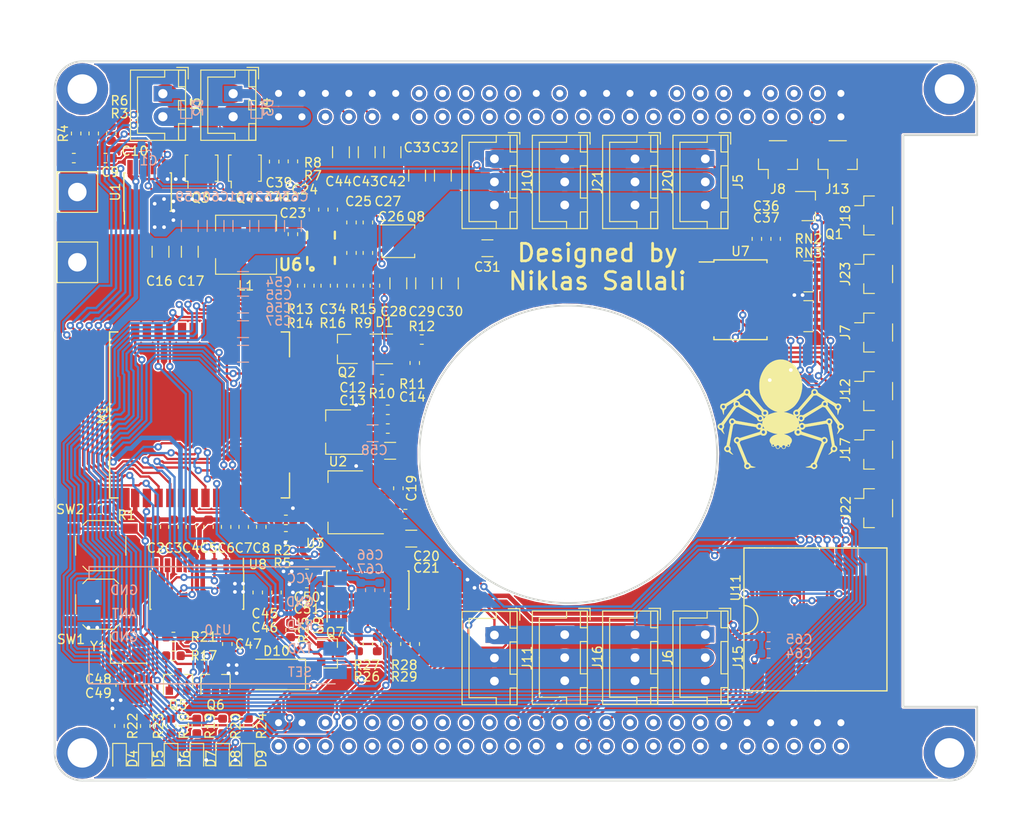
<source format=kicad_pcb>
(kicad_pcb (version 20171130) (host pcbnew "(5.0.0)")
  (layers (0 F.Cu signal) (31 B.Cu signal) (34 B.Paste user) (35 F.Paste user) (36 B.SilkS user) (37 F.SilkS user) (38 B.Mask user) (39 F.Mask user) (44 Edge.Cuts user))
  (net 0 "")
  (net 1 GND)
  (net 2 "Net-(U4-Pad93)")
  (net 3 "Net-(U4-Pad92)")
  (net 4 "Net-(U4-Pad91)")
  (net 5 "Net-(U4-Pad90)")
  (net 6 "Net-(U4-Pad83)")
  (net 7 "Net-(U4-Pad82)")
  (net 8 "Net-(U4-Pad81)")
  (net 9 "Net-(U4-Pad79)")
  (net 10 "Net-(U4-Pad78)")
  (net 11 "Net-(U4-Pad77)")
  (net 12 VDD)
  (net 13 "Net-(U4-Pad73)")
  (net 14 D+)
  (net 15 D-)
  (net 16 "Net-(U4-Pad68)")
  (net 17 "Net-(U4-Pad67)")
  (net 18 "Net-(U4-Pad66)")
  (net 19 "Net-(U4-Pad65)")
  (net 20 "Net-(U4-Pad62)")
  (net 21 "Net-(U4-Pad61)")
  (net 22 "Net-(U4-Pad60)")
  (net 23 "Net-(U4-Pad59)")
  (net 24 "Net-(U4-Pad58)")
  (net 25 "Net-(U4-Pad57)")
  (net 26 "Net-(U4-Pad56)")
  (net 27 "Net-(U4-Pad55)")
  (net 28 "Net-(U4-Pad54)")
  (net 29 "Net-(U4-Pad53)")
  (net 30 SW)
  (net 31 "Net-(U4-Pad48)")
  (net 32 "Net-(U4-Pad47)")
  (net 33 "Net-(U4-Pad46)")
  (net 34 "Net-(U4-Pad45)")
  (net 35 "Net-(U4-Pad44)")
  (net 36 "Net-(U4-Pad43)")
  (net 37 "Net-(U4-Pad42)")
  (net 38 "Net-(U4-Pad41)")
  (net 39 CPU_INT)
  (net 40 CPU_SS)
  (net 41 "Net-(U4-Pad38)")
  (net 42 CPU_SCK)
  (net 43 CPU_MISO)
  (net 44 "Net-(U4-Pad34)")
  (net 45 "Net-(U4-Pad33)")
  (net 46 "Net-(U4-Pad32)")
  (net 47 "Net-(U4-Pad31)")
  (net 48 "Net-(U4-Pad25)")
  (net 49 "Net-(U4-Pad24)")
  (net 50 "Net-(U4-Pad23)")
  (net 51 "Net-(U4-Pad22)")
  (net 52 "Net-(U4-Pad21)")
  (net 53 "Net-(U4-Pad20)")
  (net 54 "Net-(U4-Pad19)")
  (net 55 "Net-(U4-Pad18)")
  (net 56 "Net-(U4-Pad17)")
  (net 57 "Net-(U4-Pad16)")
  (net 58 "Net-(U4-Pad15)")
  (net 59 "Net-(U4-Pad14)")
  (net 60 CPU_MOSI)
  (net 61 "Net-(U4-Pad11)")
  (net 62 "Net-(U4-Pad9)")
  (net 63 "Net-(U4-Pad8)")
  (net 64 "Net-(U4-Pad7)")
  (net 65 "Net-(U4-Pad5)")
  (net 66 "Net-(U4-Pad4)")
  (net 67 "Net-(U4-Pad3)")
  (net 68 "Net-(U4-Pad2)")
  (net 69 "Net-(U4-Pad1)")
  (net 70 "Net-(U10-Pad7)")
  (net 71 IO11)
  (net 72 H_RX)
  (net 73 H_TX)
  (net 74 "Net-(C66-Pad1)")
  (net 75 +5V)
  (net 76 "Net-(U11-Pad3)")
  (net 77 "Net-(U11-Pad4)")
  (net 78 "Net-(U11-Pad5)")
  (net 79 "Net-(U11-Pad6)")
  (net 80 "Net-(U11-Pad7)")
  (net 81 "Net-(D3-Pad2)")
  (net 82 "Net-(D2-Pad2)")
  (net 83 +3V3)
  (net 84 EN)
  (net 85 FAN1)
  (net 86 FAN2)
  (net 87 CPU_SW)
  (net 88 BAT_M)
  (net 89 CUR_M)
  (net 90 COM)
  (net 91 ADC_S0)
  (net 92 ADC_S1)
  (net 93 ADC_S2)
  (net 94 ADC_S3)
  (net 95 LED_IO)
  (net 96 IO0)
  (net 97 IO4)
  (net 98 S_RX)
  (net 99 S_TX)
  (net 100 IO5)
  (net 101 S_TX_ENB)
  (net 102 S_RX_ENB)
  (net 103 "Net-(M1-Pad32)")
  (net 104 SDA)
  (net 105 USB_TX)
  (net 106 USB_RX)
  (net 107 SCL)
  (net 108 "Net-(M1-Pad16)")
  (net 109 "Net-(M1-Pad20)")
  (net 110 "Net-(M1-Pad21)")
  (net 111 "Net-(M1-Pad22)")
  (net 112 "Net-(M1-Pad23)")
  (net 113 "Net-(M1-Pad24)")
  (net 114 +BATT)
  (net 115 "Net-(R13-Pad1)")
  (net 116 "Net-(R14-Pad1)")
  (net 117 "Net-(C34-Pad1)")
  (net 118 "Net-(R15-Pad1)")
  (net 119 "Net-(C23-Pad2)")
  (net 120 "Net-(C25-Pad1)")
  (net 121 "Net-(C27-Pad2)")
  (net 122 "Net-(C24-Pad1)")
  (net 123 "Net-(Q2-Pad3)")
  (net 124 VBUS)
  (net 125 "Net-(C23-Pad1)")
  (net 126 ADC5)
  (net 127 ADC7)
  (net 128 ADC6)
  (net 129 ADC8)
  (net 130 ADC4)
  (net 131 ADC2)
  (net 132 ADC3)
  (net 133 ADC1)
  (net 134 "Net-(D4-Pad1)")
  (net 135 ILIM)
  (net 136 "Net-(D1-Pad4)")
  (net 137 "Net-(R3-Pad1)")
  (net 138 "Net-(R3-Pad2)")
  (net 139 "Net-(D5-Pad1)")
  (net 140 "Net-(D6-Pad2)")
  (net 141 "Net-(D7-Pad2)")
  (net 142 "Net-(D8-Pad2)")
  (net 143 "Net-(Q5-Pad2)")
  (net 144 "Net-(Q6-Pad1)")
  (net 145 "Net-(D9-Pad1)")
  (net 146 "Net-(Q7-Pad3)")
  (net 147 "Net-(Q6-Pad2)")
  (net 148 "Net-(Q5-Pad1)")
  (net 149 S_SERIAL)
  (net 150 "Net-(R28-Pad1)")
  (net 151 "Net-(C34-Pad2)")
  (net 152 "Net-(C9-Pad1)")
  (net 153 "Net-(C48-Pad1)")
  (net 154 "Net-(C49-Pad1)")
  (net 155 "Net-(U8-Pad9)")
  (net 156 "Net-(U8-Pad10)")
  (net 157 "Net-(U8-Pad11)")
  (net 158 "Net-(U8-Pad12)")
  (net 159 "Net-(U8-Pad15)")
  (net 160 "Net-(U7-Pad2)")
  (net 161 "Net-(U7-Pad3)")
  (net 162 "Net-(U7-Pad4)")
  (net 163 "Net-(U7-Pad5)")
  (net 164 "Net-(U7-Pad6)")
  (net 165 "Net-(U7-Pad7)")
  (net 166 "Net-(U7-Pad8)")
  (net 167 "Net-(U7-Pad9)")
  (net 168 "Net-(M1-Pad6)")
  (net 169 "Net-(U4-Pad64)")
  (module nik_things:lattepanda_alpha (layer F.Cu) (at 178 115 180)
    (fp_text reference U4 hide)
    (fp_text value lattepanda_alpha)
    (pad 100 thru_hole circle (at 31.73 35.53 180) (size 1.524 1.524) (drill 0.762) (layers *.Cu *.Mask) (net 1 GND))
    (pad 99 thru_hole circle (at 29.19 35.53 180) (size 1.524 1.524) (drill 0.762) (layers *.Cu *.Mask) (net 1 GND))
    (pad 98 thru_hole circle (at 26.65 35.53 180) (size 1.524 1.524) (drill 0.762) (layers *.Cu *.Mask) (net 1 GND))
    (pad 97 thru_hole circle (at 24.11 35.53 180) (size 1.524 1.524) (drill 0.762) (layers *.Cu *.Mask) (net 1 GND))
    (pad 50 thru_hole circle (at 31.73 -32.73 180) (size 1.524 1.524) (drill 0.762) (layers *.Cu *.Mask) (net 1 GND))
    (pad 49 thru_hole circle (at 29.19 -32.73 180) (size 1.524 1.524) (drill 0.762) (layers *.Cu *.Mask) (net 1 GND))
    (pad 1 thru_hole circle (at -29.23 -35.27 180) (size 1.524 1.524) (drill 0.762) (layers *.Cu *.Mask) (net 69 "Net-(U4-Pad1)"))
    (pad 2 thru_hole circle (at -26.69 -35.27 180) (size 1.524 1.524) (drill 0.762) (layers *.Cu *.Mask) (net 68 "Net-(U4-Pad2)"))
    (pad 3 thru_hole circle (at -24.15 -35.27 180) (size 1.524 1.524) (drill 0.762) (layers *.Cu *.Mask) (net 67 "Net-(U4-Pad3)"))
    (pad 4 thru_hole circle (at -21.61 -35.27 180) (size 1.524 1.524) (drill 0.762) (layers *.Cu *.Mask) (net 66 "Net-(U4-Pad4)"))
    (pad 5 thru_hole circle (at -19.07 -35.27 180) (size 1.524 1.524) (drill 0.762) (layers *.Cu *.Mask) (net 65 "Net-(U4-Pad5)"))
    (pad 6 thru_hole circle (at -16.53 -35.27 180) (size 1.524 1.524) (drill 0.762) (layers *.Cu *.Mask) (net 1 GND))
    (pad 7 thru_hole circle (at -13.99 -35.27 180) (size 1.524 1.524) (drill 0.762) (layers *.Cu *.Mask) (net 64 "Net-(U4-Pad7)"))
    (pad 8 thru_hole circle (at -11.45 -35.27 180) (size 1.524 1.524) (drill 0.762) (layers *.Cu *.Mask) (net 63 "Net-(U4-Pad8)"))
    (pad 9 thru_hole circle (at -8.91 -35.27 180) (size 1.524 1.524) (drill 0.762) (layers *.Cu *.Mask) (net 62 "Net-(U4-Pad9)"))
    (pad 10 thru_hole circle (at -6.37 -35.27 180) (size 1.524 1.524) (drill 0.762) (layers *.Cu *.Mask))
    (pad 11 thru_hole circle (at -3.83 -35.27 180) (size 1.524 1.524) (drill 0.762) (layers *.Cu *.Mask) (net 61 "Net-(U4-Pad11)"))
    (pad 12 thru_hole circle (at -1.29 -35.27 180) (size 1.524 1.524) (drill 0.762) (layers *.Cu *.Mask) (net 60 CPU_MOSI))
    (pad 13 thru_hole circle (at 1.25 -35.27 180) (size 1.524 1.524) (drill 0.762) (layers *.Cu *.Mask) (net 1 GND))
    (pad 14 thru_hole circle (at 3.79 -35.27 180) (size 1.524 1.524) (drill 0.762) (layers *.Cu *.Mask) (net 59 "Net-(U4-Pad14)"))
    (pad 15 thru_hole circle (at 6.33 -35.27 180) (size 1.524 1.524) (drill 0.762) (layers *.Cu *.Mask) (net 58 "Net-(U4-Pad15)"))
    (pad 16 thru_hole circle (at 8.87 -35.27 180) (size 1.524 1.524) (drill 0.762) (layers *.Cu *.Mask) (net 57 "Net-(U4-Pad16)"))
    (pad 17 thru_hole circle (at 11.41 -35.27 180) (size 1.524 1.524) (drill 0.762) (layers *.Cu *.Mask) (net 56 "Net-(U4-Pad17)"))
    (pad 18 thru_hole circle (at 13.95 -35.27 180) (size 1.524 1.524) (drill 0.762) (layers *.Cu *.Mask) (net 55 "Net-(U4-Pad18)"))
    (pad 19 thru_hole circle (at 16.49 -35.27 180) (size 1.524 1.524) (drill 0.762) (layers *.Cu *.Mask) (net 54 "Net-(U4-Pad19)"))
    (pad 20 thru_hole circle (at 19.03 -35.27 180) (size 1.524 1.524) (drill 0.762) (layers *.Cu *.Mask) (net 53 "Net-(U4-Pad20)"))
    (pad 21 thru_hole circle (at 21.57 -35.27 180) (size 1.524 1.524) (drill 0.762) (layers *.Cu *.Mask) (net 52 "Net-(U4-Pad21)"))
    (pad 22 thru_hole circle (at 24.11 -35.27 180) (size 1.524 1.524) (drill 0.762) (layers *.Cu *.Mask) (net 51 "Net-(U4-Pad22)"))
    (pad 23 thru_hole circle (at 26.65 -35.27 180) (size 1.524 1.524) (drill 0.762) (layers *.Cu *.Mask) (net 50 "Net-(U4-Pad23)"))
    (pad 24 thru_hole circle (at 29.19 -35.27 180) (size 1.524 1.524) (drill 0.762) (layers *.Cu *.Mask) (net 49 "Net-(U4-Pad24)"))
    (pad 25 thru_hole circle (at 31.73 -35.27 180) (size 1.524 1.524) (drill 0.762) (layers *.Cu *.Mask) (net 48 "Net-(U4-Pad25)"))
    (pad 26 thru_hole circle (at -29.23 -32.73 180) (size 1.524 1.524) (drill 0.762) (layers *.Cu *.Mask) (net 1 GND))
    (pad 27 thru_hole circle (at -26.69 -32.73 180) (size 1.524 1.524) (drill 0.762) (layers *.Cu *.Mask) (net 1 GND))
    (pad 28 thru_hole circle (at -24.15 -32.73 180) (size 1.524 1.524) (drill 0.762) (layers *.Cu *.Mask) (net 1 GND))
    (pad 29 thru_hole circle (at -21.61 -32.73 180) (size 1.524 1.524) (drill 0.762) (layers *.Cu *.Mask) (net 1 GND))
    (pad 30 thru_hole circle (at -19.07 -32.73 180) (size 1.524 1.524) (drill 0.762) (layers *.Cu *.Mask) (net 1 GND))
    (pad 31 thru_hole circle (at -16.53 -32.73 180) (size 1.524 1.524) (drill 0.762) (layers *.Cu *.Mask) (net 47 "Net-(U4-Pad31)"))
    (pad 32 thru_hole circle (at -13.99 -32.73 180) (size 1.524 1.524) (drill 0.762) (layers *.Cu *.Mask) (net 46 "Net-(U4-Pad32)"))
    (pad 33 thru_hole circle (at -11.45 -32.73 180) (size 1.524 1.524) (drill 0.762) (layers *.Cu *.Mask) (net 45 "Net-(U4-Pad33)"))
    (pad 34 thru_hole circle (at -8.91 -32.73 180) (size 1.524 1.524) (drill 0.762) (layers *.Cu *.Mask) (net 44 "Net-(U4-Pad34)"))
    (pad 35 thru_hole circle (at -6.37 -32.73 180) (size 1.524 1.524) (drill 0.762) (layers *.Cu *.Mask))
    (pad 36 thru_hole circle (at -3.83 -32.73 180) (size 1.524 1.524) (drill 0.762) (layers *.Cu *.Mask) (net 43 CPU_MISO))
    (pad 37 thru_hole circle (at -1.29 -32.73 180) (size 1.524 1.524) (drill 0.762) (layers *.Cu *.Mask) (net 42 CPU_SCK))
    (pad 38 thru_hole circle (at 1.25 -32.73 180) (size 1.524 1.524) (drill 0.762) (layers *.Cu *.Mask) (net 41 "Net-(U4-Pad38)"))
    (pad 39 thru_hole circle (at 3.79 -32.73 180) (size 1.524 1.524) (drill 0.762) (layers *.Cu *.Mask) (net 40 CPU_SS))
    (pad 40 thru_hole circle (at 6.33 -32.73 180) (size 1.524 1.524) (drill 0.762) (layers *.Cu *.Mask) (net 39 CPU_INT))
    (pad 41 thru_hole circle (at 8.87 -32.73 180) (size 1.524 1.524) (drill 0.762) (layers *.Cu *.Mask) (net 38 "Net-(U4-Pad41)"))
    (pad 42 thru_hole circle (at 11.41 -32.73 180) (size 1.524 1.524) (drill 0.762) (layers *.Cu *.Mask) (net 37 "Net-(U4-Pad42)"))
    (pad 43 thru_hole circle (at 13.95 -32.73 180) (size 1.524 1.524) (drill 0.762) (layers *.Cu *.Mask) (net 36 "Net-(U4-Pad43)"))
    (pad 44 thru_hole circle (at 16.49 -32.73 180) (size 1.524 1.524) (drill 0.762) (layers *.Cu *.Mask) (net 35 "Net-(U4-Pad44)"))
    (pad 45 thru_hole circle (at 19.03 -32.73 180) (size 1.524 1.524) (drill 0.762) (layers *.Cu *.Mask) (net 34 "Net-(U4-Pad45)"))
    (pad 46 thru_hole circle (at 21.57 -32.73 180) (size 1.524 1.524) (drill 0.762) (layers *.Cu *.Mask) (net 33 "Net-(U4-Pad46)"))
    (pad 47 thru_hole circle (at 24.11 -32.73 180) (size 1.524 1.524) (drill 0.762) (layers *.Cu *.Mask) (net 32 "Net-(U4-Pad47)"))
    (pad 48 thru_hole circle (at 26.65 -32.73 180) (size 1.524 1.524) (drill 0.762) (layers *.Cu *.Mask) (net 31 "Net-(U4-Pad48)"))
    (pad 51 thru_hole circle (at -29.23 32.99 180) (size 1.524 1.524) (drill 0.762) (layers *.Cu *.Mask) (net 1 GND))
    (pad 52 thru_hole circle (at -26.69 32.99 180) (size 1.524 1.524) (drill 0.762) (layers *.Cu *.Mask) (net 30 SW))
    (pad 53 thru_hole circle (at -24.15 32.99 180) (size 1.524 1.524) (drill 0.762) (layers *.Cu *.Mask) (net 29 "Net-(U4-Pad53)"))
    (pad 54 thru_hole circle (at -21.61 32.99 180) (size 1.524 1.524) (drill 0.762) (layers *.Cu *.Mask) (net 28 "Net-(U4-Pad54)"))
    (pad 55 thru_hole circle (at -19.07 32.99 180) (size 1.524 1.524) (drill 0.762) (layers *.Cu *.Mask) (net 27 "Net-(U4-Pad55)"))
    (pad 56 thru_hole circle (at -16.53 32.99 180) (size 1.524 1.524) (drill 0.762) (layers *.Cu *.Mask) (net 26 "Net-(U4-Pad56)"))
    (pad 57 thru_hole circle (at -13.99 32.99 180) (size 1.524 1.524) (drill 0.762) (layers *.Cu *.Mask) (net 25 "Net-(U4-Pad57)"))
    (pad 58 thru_hole circle (at -11.45 32.99 180) (size 1.524 1.524) (drill 0.762) (layers *.Cu *.Mask) (net 24 "Net-(U4-Pad58)"))
    (pad 59 thru_hole circle (at -8.91 32.99 180) (size 1.524 1.524) (drill 0.762) (layers *.Cu *.Mask) (net 23 "Net-(U4-Pad59)"))
    (pad 60 thru_hole circle (at -6.37 32.99 180) (size 1.524 1.524) (drill 0.762) (layers *.Cu *.Mask) (net 22 "Net-(U4-Pad60)"))
    (pad 61 thru_hole circle (at -3.83 32.99 180) (size 1.524 1.524) (drill 0.762) (layers *.Cu *.Mask) (net 21 "Net-(U4-Pad61)"))
    (pad 62 thru_hole circle (at -1.29 32.99 180) (size 1.524 1.524) (drill 0.762) (layers *.Cu *.Mask) (net 20 "Net-(U4-Pad62)"))
    (pad 63 thru_hole circle (at 1.25 32.99 180) (size 1.524 1.524) (drill 0.762) (layers *.Cu *.Mask))
    (pad 64 thru_hole circle (at 3.79 32.99 180) (size 1.524 1.524) (drill 0.762) (layers *.Cu *.Mask) (net 169 "Net-(U4-Pad64)"))
    (pad 65 thru_hole circle (at 6.33 32.99 180) (size 1.524 1.524) (drill 0.762) (layers *.Cu *.Mask) (net 19 "Net-(U4-Pad65)"))
    (pad 66 thru_hole circle (at 8.87 32.99 180) (size 1.524 1.524) (drill 0.762) (layers *.Cu *.Mask) (net 18 "Net-(U4-Pad66)"))
    (pad 67 thru_hole circle (at 11.41 32.99 180) (size 1.524 1.524) (drill 0.762) (layers *.Cu *.Mask) (net 17 "Net-(U4-Pad67)"))
    (pad 68 thru_hole circle (at 13.95 32.99 180) (size 1.524 1.524) (drill 0.762) (layers *.Cu *.Mask) (net 16 "Net-(U4-Pad68)"))
    (pad 69 thru_hole circle (at 16.49 32.99 180) (size 1.524 1.524) (drill 0.762) (layers *.Cu *.Mask))
    (pad 70 thru_hole circle (at 19.03 32.99 180) (size 1.524 1.524) (drill 0.762) (layers *.Cu *.Mask) (net 1 GND))
    (pad 71 thru_hole circle (at 21.57 32.99 180) (size 1.524 1.524) (drill 0.762) (layers *.Cu *.Mask) (net 15 D-))
    (pad 72 thru_hole circle (at 24.11 32.99 180) (size 1.524 1.524) (drill 0.762) (layers *.Cu *.Mask) (net 14 D+))
    (pad 73 thru_hole circle (at 26.65 32.99 180) (size 1.524 1.524) (drill 0.762) (layers *.Cu *.Mask) (net 13 "Net-(U4-Pad73)"))
    (pad 74 thru_hole circle (at 29.19 32.99 180) (size 1.524 1.524) (drill 0.762) (layers *.Cu *.Mask) (net 12 VDD))
    (pad 75 thru_hole circle (at 31.73 32.99 180) (size 1.524 1.524) (drill 0.762) (layers *.Cu *.Mask) (net 12 VDD))
    (pad 76 thru_hole circle (at -29.23 35.53 180) (size 1.524 1.524) (drill 0.762) (layers *.Cu *.Mask) (net 1 GND))
    (pad 77 thru_hole circle (at -26.69 35.53 180) (size 1.524 1.524) (drill 0.762) (layers *.Cu *.Mask) (net 11 "Net-(U4-Pad77)"))
    (pad 78 thru_hole circle (at -24.15 35.53 180) (size 1.524 1.524) (drill 0.762) (layers *.Cu *.Mask) (net 10 "Net-(U4-Pad78)"))
    (pad 79 thru_hole circle (at -21.61 35.53 180) (size 1.524 1.524) (drill 0.762) (layers *.Cu *.Mask) (net 9 "Net-(U4-Pad79)"))
    (pad 80 thru_hole circle (at -19.07 35.53 180) (size 1.524 1.524) (drill 0.762) (layers *.Cu *.Mask) (net 1 GND))
    (pad 81 thru_hole circle (at -16.53 35.53 180) (size 1.524 1.524) (drill 0.762) (layers *.Cu *.Mask) (net 8 "Net-(U4-Pad81)"))
    (pad 82 thru_hole circle (at -13.99 35.53 180) (size 1.524 1.524) (drill 0.762) (layers *.Cu *.Mask) (net 7 "Net-(U4-Pad82)"))
    (pad 83 thru_hole circle (at -11.45 35.53 180) (size 1.524 1.524) (drill 0.762) (layers *.Cu *.Mask) (net 6 "Net-(U4-Pad83)"))
    (pad 84 thru_hole circle (at -8.91 35.53 180) (size 1.524 1.524) (drill 0.762) (layers *.Cu *.Mask) (net 1 GND))
    (pad 85 thru_hole circle (at -6.37 35.53 180) (size 1.524 1.524) (drill 0.762) (layers *.Cu *.Mask) (net 1 GND))
    (pad 86 thru_hole circle (at -3.83 35.53 180) (size 1.524 1.524) (drill 0.762) (layers *.Cu *.Mask) (net 1 GND))
    (pad 87 thru_hole circle (at -1.29 35.53 180) (size 1.524 1.524) (drill 0.762) (layers *.Cu *.Mask) (net 1 GND))
    (pad 88 thru_hole circle (at 1.25 35.53 180) (size 1.524 1.524) (drill 0.762) (layers *.Cu *.Mask))
    (pad 89 thru_hole circle (at 3.79 35.53 180) (size 1.524 1.524) (drill 0.762) (layers *.Cu *.Mask) (net 1 GND))
    (pad 90 thru_hole circle (at 6.33 35.53 180) (size 1.524 1.524) (drill 0.762) (layers *.Cu *.Mask) (net 5 "Net-(U4-Pad90)"))
    (pad 91 thru_hole circle (at 8.87 35.53 180) (size 1.524 1.524) (drill 0.762) (layers *.Cu *.Mask) (net 4 "Net-(U4-Pad91)"))
    (pad 92 thru_hole circle (at 11.41 35.53 180) (size 1.524 1.524) (drill 0.762) (layers *.Cu *.Mask) (net 3 "Net-(U4-Pad92)"))
    (pad 93 thru_hole circle (at 13.95 35.53 180) (size 1.524 1.524) (drill 0.762) (layers *.Cu *.Mask) (net 2 "Net-(U4-Pad93)"))
    (pad 94 thru_hole circle (at 16.49 35.53 180) (size 1.524 1.524) (drill 0.762) (layers *.Cu *.Mask))
    (pad 95 thru_hole circle (at 19.03 35.53 180) (size 1.524 1.524) (drill 0.762) (layers *.Cu *.Mask) (net 1 GND))
    (pad 96 thru_hole circle (at 21.57 35.53 180) (size 1.524 1.524) (drill 0.762) (layers *.Cu *.Mask) (net 1 GND))
  )
  (module nik_things:nik_logo_15x13 (layer F.Cu) (at 200.787 114.554)
    (fp_text reference MH5 hide)
    (fp_text value MountingHole hide)
  )
  (module nik_things:GY953_IMU (layer F.Cu) (at 204.47 136.525 90)
    (fp_text reference U11 (at 3.429 -8.636 90) (layer F.SilkS))
    (fp_text value gy953_imu)
    (pad 1 smd rect (at -6.35 -6.35 90) (size 3 1.524) (layers F.Cu F.Paste F.Mask) (net 75 +5V))
    (pad 2 smd rect (at -6.35 -3.81 90) (size 3 1.524) (layers F.Cu F.Paste F.Mask) (net 1 GND))
    (pad 3 smd rect (at -6.35 -1.27 90) (size 3 1.524) (layers F.Cu F.Paste F.Mask) (net 76 "Net-(U11-Pad3)"))
    (pad 4 smd rect (at -6.35 1.27 90) (size 3 1.524) (layers F.Cu F.Paste F.Mask) (net 77 "Net-(U11-Pad4)"))
    (pad 5 smd rect (at -6.35 3.81 90) (size 3 1.524) (layers F.Cu F.Paste F.Mask) (net 78 "Net-(U11-Pad5)"))
    (pad 6 smd rect (at -6.35 6.35 90) (size 3 1.524) (layers F.Cu F.Paste F.Mask) (net 79 "Net-(U11-Pad6)"))
    (pad 7 smd rect (at 6.35 6.35 90) (size 3 1.524) (layers F.Cu F.Paste F.Mask) (net 80 "Net-(U11-Pad7)"))
    (pad 8 smd rect (at 6.35 3.81 90) (size 3 1.524) (layers F.Cu F.Paste F.Mask) (net 39 CPU_INT))
    (pad 9 smd rect (at 6.35 1.27 90) (size 3 1.524) (layers F.Cu F.Paste F.Mask) (net 60 CPU_MOSI))
    (pad 10 smd rect (at 6.35 -1.27 90) (size 3 1.524) (layers F.Cu F.Paste F.Mask) (net 43 CPU_MISO))
    (pad 11 smd rect (at 6.35 -3.81 90) (size 3 1.524) (layers F.Cu F.Paste F.Mask) (net 42 CPU_SCK))
    (pad 12 smd rect (at 6.35 -6.35 90) (size 3 1.524) (layers F.Cu F.Paste F.Mask) (net 40 CPU_SS))
  )
  (module TPS611781RNWR:RNW0013A (layer F.Cu) (at 150.876 96.224 90)
    (fp_text reference U6 (at -1.82 -3.302 180) (layer F.SilkS) (effects (font (size 1.27 1.27) (thickness 0.254))))
    (fp_text value TPS611781RNWR hide)
    (pad 13 smd rect (at 1.6 -1 180) (size 0.25 0.7) (layers F.Cu F.Paste F.Mask) (net 119 "Net-(C23-Pad2)"))
    (pad 12 smd rect (at 1.6 -0.5 180) (size 0.25 0.7) (layers F.Cu F.Paste F.Mask) (net 124 VBUS))
    (pad 11 smd rect (at 1.6 0 180) (size 0.25 0.7) (layers F.Cu F.Paste F.Mask) (net 123 "Net-(Q2-Pad3)"))
    (pad 10 smd rect (at 1.6 0.5 180) (size 0.25 0.7) (layers F.Cu F.Paste F.Mask) (net 122 "Net-(C24-Pad1)"))
    (pad 9 smd rect (at 1.6 1 180) (size 0.25 0.7) (layers F.Cu F.Paste F.Mask) (net 121 "Net-(C27-Pad2)"))
    (pad 8 smd rect (at 0.55 0 90) (size 0.25 3.4) (layers F.Cu F.Paste F.Mask) (net 120 "Net-(C25-Pad1)"))
    (pad 7 smd rect (at 0 0 90) (size 0.25 3.4) (layers F.Cu F.Paste F.Mask) (net 125 "Net-(C23-Pad1)"))
    (pad 6 smd rect (at -0.55 0 90) (size 0.25 3.4) (layers F.Cu F.Paste F.Mask) (net 1 GND))
    (pad 5 smd rect (at -1.6 1 180) (size 0.25 0.7) (layers F.Cu F.Paste F.Mask) (net 118 "Net-(R15-Pad1)"))
    (pad 4 smd rect (at -1.6 0.5 180) (size 0.25 0.7) (layers F.Cu F.Paste F.Mask) (net 117 "Net-(C34-Pad1)"))
    (pad 3 smd rect (at -1.6 0 180) (size 0.25 0.7) (layers F.Cu F.Paste F.Mask) (net 116 "Net-(R14-Pad1)"))
    (pad 2 smd rect (at -1.6 -0.5 180) (size 0.25 0.7) (layers F.Cu F.Paste F.Mask) (net 1 GND))
    (pad 1 smd rect (at -1.6 -1 180) (size 0.25 0.7) (layers F.Cu F.Paste F.Mask) (net 115 "Net-(R13-Pad1)"))
  )
  (module Package_SO:SSOP-24_5.3x8.2mm_P0.65mm (layer F.Cu) (at 196.342 101.854)
    (fp_text reference U7 (at 0 -5.25) (layer F.SilkS))
    (fp_text value CD74HC4067SM)
    (pad 1 smd rect (at -3.6 -3.575) (size 1.75 0.45) (layers F.Cu F.Paste F.Mask) (net 90 COM))
    (pad 2 smd rect (at -3.6 -2.925) (size 1.75 0.45) (layers F.Cu F.Paste F.Mask) (net 160 "Net-(U7-Pad2)"))
    (pad 3 smd rect (at -3.6 -2.275) (size 1.75 0.45) (layers F.Cu F.Paste F.Mask) (net 161 "Net-(U7-Pad3)"))
    (pad 4 smd rect (at -3.6 -1.625) (size 1.75 0.45) (layers F.Cu F.Paste F.Mask) (net 162 "Net-(U7-Pad4)"))
    (pad 5 smd rect (at -3.6 -0.975) (size 1.75 0.45) (layers F.Cu F.Paste F.Mask) (net 163 "Net-(U7-Pad5)"))
    (pad 6 smd rect (at -3.6 -0.325) (size 1.75 0.45) (layers F.Cu F.Paste F.Mask) (net 164 "Net-(U7-Pad6)"))
    (pad 7 smd rect (at -3.6 0.325) (size 1.75 0.45) (layers F.Cu F.Paste F.Mask) (net 165 "Net-(U7-Pad7)"))
    (pad 8 smd rect (at -3.6 0.975) (size 1.75 0.45) (layers F.Cu F.Paste F.Mask) (net 166 "Net-(U7-Pad8)"))
    (pad 9 smd rect (at -3.6 1.625) (size 1.75 0.45) (layers F.Cu F.Paste F.Mask) (net 167 "Net-(U7-Pad9)"))
    (pad 10 smd rect (at -3.6 2.275) (size 1.75 0.45) (layers F.Cu F.Paste F.Mask) (net 91 ADC_S0))
    (pad 11 smd rect (at -3.6 2.925) (size 1.75 0.45) (layers F.Cu F.Paste F.Mask) (net 92 ADC_S1))
    (pad 12 smd rect (at -3.6 3.575) (size 1.75 0.45) (layers F.Cu F.Paste F.Mask) (net 1 GND))
    (pad 13 smd rect (at 3.6 3.575) (size 1.75 0.45) (layers F.Cu F.Paste F.Mask) (net 94 ADC_S3))
    (pad 14 smd rect (at 3.6 2.925) (size 1.75 0.45) (layers F.Cu F.Paste F.Mask) (net 93 ADC_S2))
    (pad 15 smd rect (at 3.6 2.275) (size 1.75 0.45) (layers F.Cu F.Paste F.Mask) (net 1 GND))
    (pad 16 smd rect (at 3.6 1.625) (size 1.75 0.45) (layers F.Cu F.Paste F.Mask) (net 133 ADC1))
    (pad 17 smd rect (at 3.6 0.975) (size 1.75 0.45) (layers F.Cu F.Paste F.Mask) (net 131 ADC2))
    (pad 18 smd rect (at 3.6 0.325) (size 1.75 0.45) (layers F.Cu F.Paste F.Mask) (net 132 ADC3))
    (pad 19 smd rect (at 3.6 -0.325) (size 1.75 0.45) (layers F.Cu F.Paste F.Mask) (net 130 ADC4))
    (pad 20 smd rect (at 3.6 -0.975) (size 1.75 0.45) (layers F.Cu F.Paste F.Mask) (net 126 ADC5))
    (pad 21 smd rect (at 3.6 -1.625) (size 1.75 0.45) (layers F.Cu F.Paste F.Mask) (net 128 ADC6))
    (pad 22 smd rect (at 3.6 -2.275) (size 1.75 0.45) (layers F.Cu F.Paste F.Mask) (net 127 ADC7))
    (pad 23 smd rect (at 3.6 -2.925) (size 1.75 0.45) (layers F.Cu F.Paste F.Mask) (net 129 ADC8))
    (pad 24 smd rect (at 3.6 -3.575) (size 1.75 0.45) (layers F.Cu F.Paste F.Mask) (net 83 +3V3))
  )
  (module Connector_JST:JST_SH_BM02B-SRSS-TB_1x02-1MP_P1.00mm_Vertical (layer F.Cu) (at 210.82 99.06 270)
    (fp_text reference J23 (at 0 3.1115 270) (layer F.SilkS))
    (fp_text value Conn_01x02_Male)
    (pad MP smd rect (at 1.8 -1.2 270) (size 1.2 1.8) (layers F.Cu F.Paste F.Mask))
    (pad MP smd rect (at -1.8 -1.2 270) (size 1.2 1.8) (layers F.Cu F.Paste F.Mask))
    (pad 2 smd rect (at 0.5 1.325 270) (size 0.6 1.55) (layers F.Cu F.Paste F.Mask) (net 129 ADC8))
    (pad 1 smd rect (at -0.5 1.325 270) (size 0.6 1.55) (layers F.Cu F.Paste F.Mask) (net 1 GND))
  )
  (module Connector_JST:JST_SH_BM02B-SRSS-TB_1x02-1MP_P1.00mm_Vertical (layer F.Cu) (at 210.82 118.11 270)
    (fp_text reference J17 (at 0 3.1115 270) (layer F.SilkS))
    (fp_text value Conn_01x02_Male)
    (pad 1 smd rect (at -0.5 1.325 270) (size 0.6 1.55) (layers F.Cu F.Paste F.Mask) (net 1 GND))
    (pad 2 smd rect (at 0.5 1.325 270) (size 0.6 1.55) (layers F.Cu F.Paste F.Mask) (net 132 ADC3))
    (pad MP smd rect (at -1.8 -1.2 270) (size 1.2 1.8) (layers F.Cu F.Paste F.Mask))
    (pad MP smd rect (at 1.8 -1.2 270) (size 1.2 1.8) (layers F.Cu F.Paste F.Mask))
  )
  (module Connector_JST:JST_SH_BM02B-SRSS-TB_1x02-1MP_P1.00mm_Vertical (layer F.Cu) (at 210.82 124.46 270)
    (fp_text reference J22 (at 0 3.048 270) (layer F.SilkS))
    (fp_text value Conn_01x02_Male)
    (pad MP smd rect (at 1.8 -1.2 270) (size 1.2 1.8) (layers F.Cu F.Paste F.Mask))
    (pad MP smd rect (at -1.8 -1.2 270) (size 1.2 1.8) (layers F.Cu F.Paste F.Mask))
    (pad 2 smd rect (at 0.5 1.325 270) (size 0.6 1.55) (layers F.Cu F.Paste F.Mask) (net 130 ADC4))
    (pad 1 smd rect (at -0.5 1.325 270) (size 0.6 1.55) (layers F.Cu F.Paste F.Mask) (net 1 GND))
  )
  (module Connector_JST:JST_SH_BM02B-SRSS-TB_1x02-1MP_P1.00mm_Vertical (layer F.Cu) (at 210.82 92.71 270)
    (fp_text reference J18 (at 0.1905 3.1115 270) (layer F.SilkS))
    (fp_text value Conn_01x02_Male)
    (pad 1 smd rect (at -0.5 1.325 270) (size 0.6 1.55) (layers F.Cu F.Paste F.Mask) (net 1 GND))
    (pad 2 smd rect (at 0.5 1.325 270) (size 0.6 1.55) (layers F.Cu F.Paste F.Mask) (net 127 ADC7))
    (pad MP smd rect (at -1.8 -1.2 270) (size 1.2 1.8) (layers F.Cu F.Paste F.Mask))
    (pad MP smd rect (at 1.8 -1.2 270) (size 1.2 1.8) (layers F.Cu F.Paste F.Mask))
  )
  (module Connector_JST:JST_SH_BM02B-SRSS-TB_1x02-1MP_P1.00mm_Vertical (layer F.Cu) (at 210.82 111.76 270)
    (fp_text reference J12 (at -0.0635 3.1115 270) (layer F.SilkS))
    (fp_text value Conn_01x02_Male)
    (pad MP smd rect (at 1.8 -1.2 270) (size 1.2 1.8) (layers F.Cu F.Paste F.Mask))
    (pad MP smd rect (at -1.8 -1.2 270) (size 1.2 1.8) (layers F.Cu F.Paste F.Mask))
    (pad 2 smd rect (at 0.5 1.325 270) (size 0.6 1.55) (layers F.Cu F.Paste F.Mask) (net 131 ADC2))
    (pad 1 smd rect (at -0.5 1.325 270) (size 0.6 1.55) (layers F.Cu F.Paste F.Mask) (net 1 GND))
  )
  (module Connector_JST:JST_SH_BM02B-SRSS-TB_1x02-1MP_P1.00mm_Vertical (layer F.Cu) (at 210.82 105.41 270)
    (fp_text reference J7 (at 0 3.1115 270) (layer F.SilkS))
    (fp_text value Conn_01x02_Male)
    (pad 1 smd rect (at -0.5 1.325 270) (size 0.6 1.55) (layers F.Cu F.Paste F.Mask) (net 1 GND))
    (pad 2 smd rect (at 0.5 1.325 270) (size 0.6 1.55) (layers F.Cu F.Paste F.Mask) (net 133 ADC1))
    (pad MP smd rect (at -1.8 -1.2 270) (size 1.2 1.8) (layers F.Cu F.Paste F.Mask))
    (pad MP smd rect (at 1.8 -1.2 270) (size 1.2 1.8) (layers F.Cu F.Paste F.Mask))
  )
  (module Connector_JST:JST_SH_BM02B-SRSS-TB_1x02-1MP_P1.00mm_Vertical (layer F.Cu) (at 206.883 86.614)
    (fp_text reference J13 (at -0.0635 3.2385) (layer F.SilkS))
    (fp_text value Conn_01x02_Male)
    (pad MP smd rect (at 1.8 -1.2) (size 1.2 1.8) (layers F.Cu F.Paste F.Mask))
    (pad MP smd rect (at -1.8 -1.2) (size 1.2 1.8) (layers F.Cu F.Paste F.Mask))
    (pad 2 smd rect (at 0.5 1.325) (size 0.6 1.55) (layers F.Cu F.Paste F.Mask) (net 128 ADC6))
    (pad 1 smd rect (at -0.5 1.325) (size 0.6 1.55) (layers F.Cu F.Paste F.Mask) (net 1 GND))
  )
  (module Connector_JST:JST_SH_BM02B-SRSS-TB_1x02-1MP_P1.00mm_Vertical (layer F.Cu) (at 200.406 86.614)
    (fp_text reference J8 (at 0 3.2385) (layer F.SilkS))
    (fp_text value Conn_01x02_Male)
    (pad 1 smd rect (at -0.5 1.325) (size 0.6 1.55) (layers F.Cu F.Paste F.Mask) (net 1 GND))
    (pad 2 smd rect (at 0.5 1.325) (size 0.6 1.55) (layers F.Cu F.Paste F.Mask) (net 126 ADC5))
    (pad MP smd rect (at -1.8 -1.2) (size 1.2 1.8) (layers F.Cu F.Paste F.Mask))
    (pad MP smd rect (at 1.8 -1.2) (size 1.2 1.8) (layers F.Cu F.Paste F.Mask))
  )
  (module Diode_SMD:D_SMA (layer F.Cu) (at 145.796 142.494 180)
    (fp_text reference D10 (at -0.254 2.54 180) (layer F.SilkS))
    (fp_text value 1N5819)
    (pad 1 smd rect (at -2 0 180) (size 2.5 1.8) (layers F.Cu F.Paste F.Mask) (net 74 "Net-(C66-Pad1)"))
    (pad 2 smd rect (at 2 0 180) (size 2.5 1.8) (layers F.Cu F.Paste F.Mask) (net 75 +5V))
  )
  (module Diode_SMD:D_SOD-523 (layer B.Cu) (at 143.891 81.026 90)
    (fp_text reference D3 (at 0 1.3 90) (layer B.SilkS) (effects (justify mirror)))
    (fp_text value 1N4148WT)
    (pad 1 smd rect (at -0.7 0 270) (size 0.6 0.7) (layers B.Cu B.Paste B.Mask) (net 12 VDD))
    (pad 2 smd rect (at 0.7 0 270) (size 0.6 0.7) (layers B.Cu B.Paste B.Mask) (net 81 "Net-(D3-Pad2)"))
  )
  (module Diode_SMD:D_SOD-523 (layer B.Cu) (at 136.271 81.026 90)
    (fp_text reference D2 (at 0 1.3 90) (layer B.SilkS) (effects (justify mirror)))
    (fp_text value 1N4148WT)
    (pad 2 smd rect (at 0.7 0 270) (size 0.6 0.7) (layers B.Cu B.Paste B.Mask) (net 82 "Net-(D2-Pad2)"))
    (pad 1 smd rect (at -0.7 0 270) (size 0.6 0.7) (layers B.Cu B.Paste B.Mask) (net 12 VDD))
  )
  (module Capacitor_SMD:C_1206_3216Metric (layer F.Cu) (at 164.084 88.392 90)
    (fp_text reference C32 (at 3.048 0.254 180) (layer F.SilkS))
    (fp_text value 10u)
    (pad 2 smd roundrect (at 1.4 0 90) (size 1.25 1.75) (layers F.Cu F.Paste F.Mask) (roundrect_rratio 0.2) (net 1 GND))
    (pad 1 smd roundrect (at -1.4 0 90) (size 1.25 1.75) (layers F.Cu F.Paste F.Mask) (roundrect_rratio 0.2) (net 12 VDD))
  )
  (module Capacitor_SMD:C_1206_3216Metric (layer F.Cu) (at 161.29 88.392 90)
    (fp_text reference C33 (at 3.048 0 180) (layer F.SilkS))
    (fp_text value 10u)
    (pad 1 smd roundrect (at -1.4 0 90) (size 1.25 1.75) (layers F.Cu F.Paste F.Mask) (roundrect_rratio 0.2) (net 12 VDD))
    (pad 2 smd roundrect (at 1.4 0 90) (size 1.25 1.75) (layers F.Cu F.Paste F.Mask) (roundrect_rratio 0.2) (net 1 GND))
  )
  (module Package_SON:Diodes_PowerDI3333-8 (layer F.Cu) (at 159.258 95.504)
    (fp_text reference Q8 (at 1.905 -2.65) (layer F.SilkS))
    (fp_text value DMP3018SFV)
    (pad 1 smd rect (at -1.5 -0.975) (size 0.7 0.42) (layers F.Cu F.Paste F.Mask) (net 120 "Net-(C25-Pad1)"))
    (pad 3 smd rect (at -1.5 0.325) (size 0.7 0.42) (layers F.Cu F.Paste F.Mask) (net 120 "Net-(C25-Pad1)"))
    (pad 2 smd rect (at -1.5 -0.325) (size 0.7 0.42) (layers F.Cu F.Paste F.Mask) (net 120 "Net-(C25-Pad1)"))
    (pad 4 smd rect (at -1.5 0.975) (size 0.7 0.42) (layers F.Cu F.Paste F.Mask) (net 121 "Net-(C27-Pad2)"))
    (pad 5 smd custom (at 0.455 0) (size 1.71 2.37) (layers F.Cu F.Mask) (net 12 VDD) (options (clearance outline) (anchor rect)) (primitives (gr_poly (pts (xy 0.855 1.185) (xy 1.395 1.185) (xy 1.395 0.765) (xy 0.855 0.765)) (width 0)) (gr_poly (pts (xy 0.855 0.535) (xy 1.395 0.535) (xy 1.395 0.115) (xy 0.855 0.115)) (width 0)) (gr_poly (pts (xy 0.855 -0.115) (xy 1.395 -0.115) (xy 1.395 -0.535) (xy 0.855 -0.535)) (width 0)) (gr_poly (pts (xy 0.855 -0.765) (xy 1.395 -0.765) (xy 1.395 -1.185) (xy 0.855 -1.185)) (width 0))))
  )
  (module Capacitor_SMD:C_0603_1608Metric (layer F.Cu) (at 155.956 96.774 270)
    (fp_text reference C26 (at -3.937 -2.54) (layer F.SilkS))
    (fp_text value 100n)
    (pad 1 smd roundrect (at -0.7875 0 270) (size 0.875 0.95) (layers F.Cu F.Paste F.Mask) (net 120 "Net-(C25-Pad1)"))
    (pad 2 smd roundrect (at 0.7875 0 270) (size 0.875 0.95) (layers F.Cu F.Paste F.Mask) (net 1 GND))
  )
  (module Capacitor_SMD:C_0603_1608Metric (layer F.Cu) (at 154.178 96.774 270)
    (fp_text reference C25 (at -5.588 -0.762) (layer F.SilkS))
    (fp_text value 100n)
    (pad 1 smd roundrect (at -0.7875 0 270) (size 0.875 0.95) (layers F.Cu F.Paste F.Mask) (net 120 "Net-(C25-Pad1)"))
    (pad 2 smd roundrect (at 0.7875 0 270) (size 0.875 0.95) (layers F.Cu F.Paste F.Mask) (net 1 GND))
  )
  (module Capacitor_SMD:C_0603_1608Metric (layer F.Cu) (at 152.146 92.075 90)
    (fp_text reference C24 (at 2.159 -3.048 180) (layer F.SilkS))
    (fp_text value 1u)
    (pad 1 smd roundrect (at -0.7875 0 90) (size 0.875 0.95) (layers F.Cu F.Paste F.Mask) (net 122 "Net-(C24-Pad1)"))
    (pad 2 smd roundrect (at 0.7875 0 90) (size 0.875 0.95) (layers F.Cu F.Paste F.Mask) (net 1 GND))
  )
  (module Inductor_SMD:L_6.3x6.3_H3 (layer F.Cu) (at 142.748 95.885 180)
    (fp_text reference L1 (at 0 -4.45 180) (layer F.SilkS))
    (fp_text value 1.8uH)
    (pad 1 smd rect (at -2.75 0 180) (size 1.5 2.4) (layers F.Cu F.Paste F.Mask) (net 125 "Net-(C23-Pad1)"))
    (pad 2 smd rect (at 2.75 0 180) (size 1.5 2.4) (layers F.Cu F.Paste F.Mask) (net 124 VBUS))
  )
  (module MountingHole:MountingHole_3.2mm_M3_DIN965_Pad (layer F.Cu) (at 219 151)
    (fp_text reference MH4 hide)
    (fp_text value MountingHole)
    (pad 1 thru_hole circle (at 0 0) (size 5.6 5.6) (drill 3.2) (layers *.Cu *.Mask))
  )
  (module MountingHole:MountingHole_3.2mm_M3_DIN965_Pad (layer F.Cu) (at 219 79)
    (fp_text reference MH3 hide)
    (fp_text value MountingHole)
    (pad 1 thru_hole circle (at 0 0) (size 5.6 5.6) (drill 3.2) (layers *.Cu *.Mask))
  )
  (module MountingHole:MountingHole_3.2mm_M3_DIN965_Pad (layer F.Cu) (at 125 151)
    (fp_text reference MH1 hide)
    (fp_text value MountingHole)
    (pad 1 thru_hole circle (at 0 0) (size 5.6 5.6) (drill 3.2) (layers *.Cu *.Mask))
  )
  (module MountingHole:MountingHole_3.2mm_M3_DIN965_Pad (layer F.Cu) (at 125 79)
    (fp_text reference MH2 hide)
    (fp_text value MountingHole)
    (pad 1 thru_hole circle (at 0 0) (size 5.6 5.6) (drill 3.2) (layers *.Cu *.Mask))
  )
  (module Button_Switch_SMD:SW_SPST_SKQG_WithoutStem (layer F.Cu) (at 127 134.874)
    (fp_text reference SW1 (at -3.2258 3.81) (layer F.SilkS))
    (fp_text value SW_Push)
    (pad 2 smd rect (at 3.1 1.85) (size 1.8 1.1) (layers F.Cu F.Paste F.Mask) (net 30 SW))
    (pad 2 smd rect (at -3.1 1.85) (size 1.8 1.1) (layers F.Cu F.Paste F.Mask) (net 30 SW))
    (pad 1 smd rect (at 3.1 -1.85) (size 1.8 1.1) (layers F.Cu F.Paste F.Mask) (net 1 GND))
    (pad 1 smd rect (at -3.1 -1.85) (size 1.8 1.1) (layers F.Cu F.Paste F.Mask) (net 1 GND))
  )
  (module Button_Switch_SMD:SW_SPST_SKQG_WithoutStem (layer F.Cu) (at 127 128.524 180)
    (fp_text reference SW2 (at 3.302 3.937 180) (layer F.SilkS))
    (fp_text value SW_Push)
    (pad 1 smd rect (at -3.1 -1.85 180) (size 1.8 1.1) (layers F.Cu F.Paste F.Mask) (net 1 GND))
    (pad 1 smd rect (at 3.1 -1.85 180) (size 1.8 1.1) (layers F.Cu F.Paste F.Mask) (net 1 GND))
    (pad 2 smd rect (at -3.1 1.85 180) (size 1.8 1.1) (layers F.Cu F.Paste F.Mask) (net 84 EN))
    (pad 2 smd rect (at 3.1 1.85 180) (size 1.8 1.1) (layers F.Cu F.Paste F.Mask) (net 84 EN))
  )
  (module Capacitor_SMD:C_0603_1608Metric (layer F.Cu) (at 136.779 126.492 270)
    (fp_text reference C4 (at 2.286 0) (layer F.SilkS))
    (fp_text value 100n)
    (pad 1 smd roundrect (at -0.7875 0 270) (size 0.875 0.95) (layers F.Cu F.Paste F.Mask) (net 83 +3V3))
    (pad 2 smd roundrect (at 0.7875 0 270) (size 0.875 0.95) (layers F.Cu F.Paste F.Mask) (net 1 GND))
  )
  (module Capacitor_SMD:C_0603_1608Metric (layer B.Cu) (at 132.207 85.1408)
    (fp_text reference C1 (at -0.0254 1.6256) (layer B.SilkS) (effects (justify mirror)))
    (fp_text value 100n)
    (pad 2 smd roundrect (at 0.7875 0) (size 0.875 0.95) (layers B.Cu B.Paste B.Mask) (net 1 GND))
    (pad 1 smd roundrect (at -0.7875 0) (size 0.875 0.95) (layers B.Cu B.Paste B.Mask) (net 75 +5V))
  )
  (module Capacitor_SMD:C_0603_1608Metric (layer F.Cu) (at 151.384 100.33 270)
    (fp_text reference C34 (at 2.54 -0.762) (layer F.SilkS))
    (fp_text value 330p)
    (pad 1 smd roundrect (at -0.7875 0 270) (size 0.875 0.95) (layers F.Cu F.Paste F.Mask) (net 117 "Net-(C34-Pad1)"))
    (pad 2 smd roundrect (at 0.7875 0 270) (size 0.875 0.95) (layers F.Cu F.Paste F.Mask) (net 151 "Net-(C34-Pad2)"))
  )
  (module Capacitor_SMD:C_0603_1608Metric (layer F.Cu) (at 198.12 95.25 90)
    (fp_text reference C36 (at 3.556 1.016 180) (layer F.SilkS))
    (fp_text value 1u)
    (pad 1 smd roundrect (at -0.7875 0 90) (size 0.875 0.95) (layers F.Cu F.Paste F.Mask) (net 83 +3V3))
    (pad 2 smd roundrect (at 0.7875 0 90) (size 0.875 0.95) (layers F.Cu F.Paste F.Mask) (net 1 GND))
  )
  (module Capacitor_SMD:C_0603_1608Metric (layer F.Cu) (at 200.152 95.25 90)
    (fp_text reference C37 (at 2.286 -1.016 180) (layer F.SilkS))
    (fp_text value 100n)
    (pad 2 smd roundrect (at 0.7875 0 90) (size 0.875 0.95) (layers F.Cu F.Paste F.Mask) (net 1 GND))
    (pad 1 smd roundrect (at -0.7875 0 90) (size 0.875 0.95) (layers F.Cu F.Paste F.Mask) (net 83 +3V3))
  )
  (module Capacitor_SMD:C_0603_1608Metric (layer F.Cu) (at 145.796 86.868 270)
    (fp_text reference C39 (at 2.286 -0.508) (layer F.SilkS))
    (fp_text value 100n)
    (pad 2 smd roundrect (at 0.7875 0 270) (size 0.875 0.95) (layers F.Cu F.Paste F.Mask) (net 1 GND))
    (pad 1 smd roundrect (at -0.7875 0 270) (size 0.875 0.95) (layers F.Cu F.Paste F.Mask) (net 12 VDD))
  )
  (module Capacitor_SMD:C_0603_1608Metric (layer F.Cu) (at 147.828 86.8425 270)
    (fp_text reference C41 (at 3.8355 1.524) (layer F.SilkS))
    (fp_text value 100n)
    (pad 2 smd roundrect (at 0.7875 0 270) (size 0.875 0.95) (layers F.Cu F.Paste F.Mask) (net 1 GND))
    (pad 1 smd roundrect (at -0.7875 0 270) (size 0.875 0.95) (layers F.Cu F.Paste F.Mask) (net 12 VDD))
  )
  (module Capacitor_SMD:C_0603_1608Metric (layer F.Cu) (at 144.018 133.604 90)
    (fp_text reference C45 (at -2.286 0.762 180) (layer F.SilkS))
    (fp_text value 100n)
    (pad 1 smd roundrect (at -0.7875 0 90) (size 0.875 0.95) (layers F.Cu F.Paste F.Mask) (net 83 +3V3))
    (pad 2 smd roundrect (at 0.7875 0 90) (size 0.875 0.95) (layers F.Cu F.Paste F.Mask) (net 1 GND))
  )
  (module Capacitor_SMD:C_0603_1608Metric (layer B.Cu) (at 157.226 133.35 270)
    (fp_text reference C67 (at -2.286 1.016) (layer B.SilkS) (effects (justify mirror)))
    (fp_text value 1u)
    (pad 2 smd roundrect (at 0.7875 0 270) (size 0.875 0.95) (layers B.Cu B.Paste B.Mask) (net 1 GND))
    (pad 1 smd roundrect (at -0.7875 0 270) (size 0.875 0.95) (layers B.Cu B.Paste B.Mask) (net 74 "Net-(C66-Pad1)"))
  )
  (module Capacitor_SMD:C_0603_1608Metric (layer B.Cu) (at 155.194 133.35 270)
    (fp_text reference C66 (at -3.81 -1.016) (layer B.SilkS) (effects (justify mirror)))
    (fp_text value 100n)
    (pad 1 smd roundrect (at -0.7875 0 270) (size 0.875 0.95) (layers B.Cu B.Paste B.Mask) (net 74 "Net-(C66-Pad1)"))
    (pad 2 smd roundrect (at 0.7875 0 270) (size 0.875 0.95) (layers B.Cu B.Paste B.Mask) (net 1 GND))
  )
  (module Capacitor_SMD:C_0603_1608Metric (layer F.Cu) (at 140.716 139.192 90)
    (fp_text reference C47 (at 0 2.286 180) (layer F.SilkS))
    (fp_text value 10u)
    (pad 2 smd roundrect (at 0.7875 0 90) (size 0.875 0.95) (layers F.Cu F.Paste F.Mask) (net 1 GND))
    (pad 1 smd roundrect (at -0.7875 0 90) (size 0.875 0.95) (layers F.Cu F.Paste F.Mask) (net 84 EN))
  )
  (module Capacitor_SMD:C_0603_1608Metric (layer F.Cu) (at 131.191 143.637 270)
    (fp_text reference C48 (at -0.635 4.445) (layer F.SilkS))
    (fp_text value 22p)
    (pad 1 smd roundrect (at -0.7875 0 270) (size 0.875 0.95) (layers F.Cu F.Paste F.Mask) (net 153 "Net-(C48-Pad1)"))
    (pad 2 smd roundrect (at 0.7875 0 270) (size 0.875 0.95) (layers F.Cu F.Paste F.Mask) (net 1 GND))
  )
  (module Capacitor_SMD:C_0603_1608Metric (layer F.Cu) (at 129.159 143.637 270)
    (fp_text reference C49 (at 0.889 2.413 180) (layer F.SilkS))
    (fp_text value 22p)
    (pad 2 smd roundrect (at 0.7875 0 270) (size 0.875 0.95) (layers F.Cu F.Paste F.Mask) (net 1 GND))
    (pad 1 smd roundrect (at -0.7875 0 270) (size 0.875 0.95) (layers F.Cu F.Paste F.Mask) (net 154 "Net-(C49-Pad1)"))
  )
  (module Capacitor_SMD:C_0603_1608Metric (layer F.Cu) (at 149.352 130.556 180)
    (fp_text reference C50 (at 0 -3.556 180) (layer F.SilkS))
    (fp_text value 100n)
    (pad 1 smd roundrect (at -0.7875 0 180) (size 0.875 0.95) (layers F.Cu F.Paste F.Mask) (net 75 +5V))
    (pad 2 smd roundrect (at 0.7875 0 180) (size 0.875 0.95) (layers F.Cu F.Paste F.Mask) (net 1 GND))
  )
  (module Capacitor_SMD:C_0603_1608Metric (layer F.Cu) (at 155.956 93.472 90)
    (fp_text reference C27 (at 2.286 2.159 180) (layer F.SilkS))
    (fp_text value 22n)
    (pad 2 smd roundrect (at 0.7875 0 90) (size 0.875 0.95) (layers F.Cu F.Paste F.Mask) (net 121 "Net-(C27-Pad2)"))
    (pad 1 smd roundrect (at -0.7875 0 90) (size 0.875 0.95) (layers F.Cu F.Paste F.Mask) (net 120 "Net-(C25-Pad1)"))
  )
  (module Capacitor_SMD:C_0603_1608Metric (layer F.Cu) (at 149.352 132.588 180)
    (fp_text reference C51 (at 0 -2.794 180) (layer F.SilkS))
    (fp_text value 1u)
    (pad 1 smd roundrect (at -0.7875 0 180) (size 0.875 0.95) (layers F.Cu F.Paste F.Mask) (net 75 +5V))
    (pad 2 smd roundrect (at 0.7875 0 180) (size 0.875 0.95) (layers F.Cu F.Paste F.Mask) (net 1 GND))
  )
  (module Capacitor_SMD:C_0603_1608Metric (layer B.Cu) (at 199.39 140.208)
    (fp_text reference C64 (at 3.302 0 180) (layer B.SilkS) (effects (justify mirror)))
    (fp_text value 100n)
    (pad 1 smd roundrect (at -0.7875 0) (size 0.875 0.95) (layers B.Cu B.Paste B.Mask) (net 75 +5V))
    (pad 2 smd roundrect (at 0.7875 0) (size 0.875 0.95) (layers B.Cu B.Paste B.Mask) (net 1 GND))
  )
  (module Capacitor_SMD:C_0603_1608Metric (layer B.Cu) (at 199.39 138.43)
    (fp_text reference C65 (at 3.302 0.254) (layer B.SilkS) (effects (justify mirror)))
    (fp_text value 1u)
    (pad 2 smd roundrect (at 0.7875 0) (size 0.875 0.95) (layers B.Cu B.Paste B.Mask) (net 1 GND))
    (pad 1 smd roundrect (at -0.7875 0) (size 0.875 0.95) (layers B.Cu B.Paste B.Mask) (net 75 +5V))
  )
  (module Capacitor_SMD:C_0603_1608Metric (layer F.Cu) (at 146.05 133.604 90)
    (fp_text reference C46 (at -3.81 -1.27 180) (layer F.SilkS))
    (fp_text value 1u)
    (pad 1 smd roundrect (at -0.7875 0 90) (size 0.875 0.95) (layers F.Cu F.Paste F.Mask) (net 83 +3V3))
    (pad 2 smd roundrect (at 0.7875 0 90) (size 0.875 0.95) (layers F.Cu F.Paste F.Mask) (net 1 GND))
  )
  (module Capacitor_SMD:C_0603_1608Metric (layer F.Cu) (at 127.508 86.487 180)
    (fp_text reference C9 (at -0.508 -1.524 180) (layer F.SilkS))
    (fp_text value 1n)
    (pad 2 smd roundrect (at 0.7875 0 180) (size 0.875 0.95) (layers F.Cu F.Paste F.Mask) (net 1 GND))
    (pad 1 smd roundrect (at -0.7875 0 180) (size 0.875 0.95) (layers F.Cu F.Paste F.Mask) (net 152 "Net-(C9-Pad1)"))
  )
  (module Capacitor_SMD:C_0603_1608Metric (layer F.Cu) (at 158.115 113.792)
    (fp_text reference C12 (at -3.81 -2.413 180) (layer F.SilkS))
    (fp_text value 100n)
    (pad 1 smd roundrect (at -0.7875 0) (size 0.875 0.95) (layers F.Cu F.Paste F.Mask) (net 124 VBUS))
    (pad 2 smd roundrect (at 0.7875 0) (size 0.875 0.95) (layers F.Cu F.Paste F.Mask) (net 1 GND))
  )
  (module Capacitor_SMD:C_0603_1608Metric (layer F.Cu) (at 158.115 115.824)
    (fp_text reference C13 (at -3.81 -3.048 180) (layer F.SilkS))
    (fp_text value 100n)
    (pad 2 smd roundrect (at 0.7875 0) (size 0.875 0.95) (layers F.Cu F.Paste F.Mask) (net 1 GND))
    (pad 1 smd roundrect (at -0.7875 0) (size 0.875 0.95) (layers F.Cu F.Paste F.Mask) (net 75 +5V))
  )
  (module Capacitor_SMD:C_0603_1608Metric (layer F.Cu) (at 144.399 126.492 270)
    (fp_text reference C8 (at 2.286 0) (layer F.SilkS))
    (fp_text value 1u)
    (pad 1 smd roundrect (at -0.7875 0 270) (size 0.875 0.95) (layers F.Cu F.Paste F.Mask) (net 83 +3V3))
    (pad 2 smd roundrect (at 0.7875 0 270) (size 0.875 0.95) (layers F.Cu F.Paste F.Mask) (net 1 GND))
  )
  (module Capacitor_SMD:C_0603_1608Metric (layer F.Cu) (at 142.494 126.492 270)
    (fp_text reference C7 (at 2.286 0) (layer F.SilkS))
    (fp_text value 1u)
    (pad 2 smd roundrect (at 0.7875 0 270) (size 0.875 0.95) (layers F.Cu F.Paste F.Mask) (net 1 GND))
    (pad 1 smd roundrect (at -0.7875 0 270) (size 0.875 0.95) (layers F.Cu F.Paste F.Mask) (net 83 +3V3))
  )
  (module Capacitor_SMD:C_0603_1608Metric (layer F.Cu) (at 124.079 86.487 180)
    (fp_text reference C10 (at -6.604 0.762 180) (layer F.SilkS))
    (fp_text value 1u)
    (pad 1 smd roundrect (at -0.7875 0 180) (size 0.875 0.95) (layers F.Cu F.Paste F.Mask) (net 89 CUR_M))
    (pad 2 smd roundrect (at 0.7875 0 180) (size 0.875 0.95) (layers F.Cu F.Paste F.Mask) (net 1 GND))
  )
  (module Capacitor_SMD:C_0603_1608Metric (layer F.Cu) (at 160.02 125.095)
    (fp_text reference C20 (at 2.286 4.572) (layer F.SilkS))
    (fp_text value 100n)
    (pad 2 smd roundrect (at 0.7875 0) (size 0.875 0.95) (layers F.Cu F.Paste F.Mask) (net 1 GND))
    (pad 1 smd roundrect (at -0.7875 0) (size 0.875 0.95) (layers F.Cu F.Paste F.Mask) (net 83 +3V3))
  )
  (module Capacitor_SMD:C_0603_1608Metric (layer F.Cu) (at 147.828 94.742 90)
    (fp_text reference C23 (at 2.286 0 180) (layer F.SilkS))
    (fp_text value 100n)
    (pad 1 smd roundrect (at -0.7875 0 90) (size 0.875 0.95) (layers F.Cu F.Paste F.Mask) (net 125 "Net-(C23-Pad1)"))
    (pad 2 smd roundrect (at 0.7875 0 90) (size 0.875 0.95) (layers F.Cu F.Paste F.Mask) (net 119 "Net-(C23-Pad2)"))
  )
  (module Capacitor_SMD:C_0603_1608Metric (layer F.Cu) (at 140.589 126.492 270)
    (fp_text reference C6 (at 2.286 0) (layer F.SilkS))
    (fp_text value 100n)
    (pad 2 smd roundrect (at 0.7875 0 270) (size 0.875 0.95) (layers F.Cu F.Paste F.Mask) (net 1 GND))
    (pad 1 smd roundrect (at -0.7875 0 270) (size 0.875 0.95) (layers F.Cu F.Paste F.Mask) (net 83 +3V3))
  )
  (module Capacitor_SMD:C_0603_1608Metric (layer F.Cu) (at 138.684 126.492 270)
    (fp_text reference C5 (at 2.286 0) (layer F.SilkS))
    (fp_text value 100n)
    (pad 1 smd roundrect (at -0.7875 0 270) (size 0.875 0.95) (layers F.Cu F.Paste F.Mask) (net 83 +3V3))
    (pad 2 smd roundrect (at 0.7875 0 270) (size 0.875 0.95) (layers F.Cu F.Paste F.Mask) (net 1 GND))
  )
  (module Capacitor_SMD:C_0603_1608Metric (layer F.Cu) (at 134.874 126.492 270)
    (fp_text reference C3 (at 2.286 0) (layer F.SilkS))
    (fp_text value 100n)
    (pad 1 smd roundrect (at -0.7875 0 270) (size 0.875 0.95) (layers F.Cu F.Paste F.Mask) (net 83 +3V3))
    (pad 2 smd roundrect (at 0.7875 0 270) (size 0.875 0.95) (layers F.Cu F.Paste F.Mask) (net 1 GND))
  )
  (module Capacitor_SMD:C_0603_1608Metric (layer F.Cu) (at 132.969 126.492 270)
    (fp_text reference C2 (at 2.286 0) (layer F.SilkS))
    (fp_text value 100n)
    (pad 2 smd roundrect (at 0.7875 0 270) (size 0.875 0.95) (layers F.Cu F.Paste F.Mask) (net 1 GND))
    (pad 1 smd roundrect (at -0.7875 0 270) (size 0.875 0.95) (layers F.Cu F.Paste F.Mask) (net 83 +3V3))
  )
  (module Capacitor_SMD:C_0603_1608Metric (layer F.Cu) (at 159.258 122.301 270)
    (fp_text reference C19 (at 0 -1.43 270) (layer F.SilkS))
    (fp_text value 100n)
    (pad 1 smd roundrect (at -0.7875 0 270) (size 0.875 0.95) (layers F.Cu F.Paste F.Mask) (net 124 VBUS))
    (pad 2 smd roundrect (at 0.7875 0 270) (size 0.875 0.95) (layers F.Cu F.Paste F.Mask) (net 1 GND))
  )
  (module Capacitor_SMD:C_1206_3216Metric (layer B.Cu) (at 145.034 93.853 270)
    (fp_text reference C62 (at -3.175 -0.127) (layer B.SilkS) (effects (justify mirror)))
    (fp_text value 10u)
    (pad 2 smd roundrect (at 1.4 0 270) (size 1.25 1.75) (layers B.Cu B.Paste B.Mask) (roundrect_rratio 0.2) (net 1 GND))
    (pad 1 smd roundrect (at -1.4 0 270) (size 1.25 1.75) (layers B.Cu B.Paste B.Mask) (roundrect_rratio 0.2) (net 124 VBUS))
  )
  (module Capacitor_SMD:C_1206_3216Metric (layer B.Cu) (at 147.828 93.853 270)
    (fp_text reference C63 (at -3.175 -0.254) (layer B.SilkS) (effects (justify mirror)))
    (fp_text value 10u)
    (pad 1 smd roundrect (at -1.4 0 270) (size 1.25 1.75) (layers B.Cu B.Paste B.Mask) (roundrect_rratio 0.2) (net 124 VBUS))
    (pad 2 smd roundrect (at 1.4 0 270) (size 1.25 1.75) (layers B.Cu B.Paste B.Mask) (roundrect_rratio 0.2) (net 1 GND))
  )
  (module Capacitor_SMD:C_1206_3216Metric (layer B.Cu) (at 136.652 93.853 270)
    (fp_text reference C59 (at -3.175 0.127) (layer B.SilkS) (effects (justify mirror)))
    (fp_text value 10u)
    (pad 2 smd roundrect (at 1.4 0 270) (size 1.25 1.75) (layers B.Cu B.Paste B.Mask) (roundrect_rratio 0.2) (net 1 GND))
    (pad 1 smd roundrect (at -1.4 0 270) (size 1.25 1.75) (layers B.Cu B.Paste B.Mask) (roundrect_rratio 0.2) (net 124 VBUS))
  )
  (module Capacitor_SMD:C_1206_3216Metric (layer B.Cu) (at 156.464 116.332)
    (fp_text reference C58 (at 0.1905 1.8415) (layer B.SilkS) (effects (justify mirror)))
    (fp_text value 10u)
    (pad 1 smd roundrect (at -1.4 0) (size 1.25 1.75) (layers B.Cu B.Paste B.Mask) (roundrect_rratio 0.2) (net 124 VBUS))
    (pad 2 smd roundrect (at 1.4 0) (size 1.25 1.75) (layers B.Cu B.Paste B.Mask) (roundrect_rratio 0.2) (net 1 GND))
  )
  (module Capacitor_SMD:C_1206_3216Metric (layer B.Cu) (at 142.24 93.853 270)
    (fp_text reference C61 (at -3.175 0) (layer B.SilkS) (effects (justify mirror)))
    (fp_text value 10u)
    (pad 2 smd roundrect (at 1.4 0 270) (size 1.25 1.75) (layers B.Cu B.Paste B.Mask) (roundrect_rratio 0.2) (net 1 GND))
    (pad 1 smd roundrect (at -1.4 0 270) (size 1.25 1.75) (layers B.Cu B.Paste B.Mask) (roundrect_rratio 0.2) (net 124 VBUS))
  )
  (module Capacitor_SMD:C_1206_3216Metric (layer B.Cu) (at 142.418926 107.710798 180)
    (fp_text reference C57 (at -3.885074 3.570798 180) (layer B.SilkS) (effects (justify mirror)))
    (fp_text value 10u)
    (pad 1 smd roundrect (at -1.4 0 180) (size 1.25 1.75) (layers B.Cu B.Paste B.Mask) (roundrect_rratio 0.2) (net 124 VBUS))
    (pad 2 smd roundrect (at 1.4 0 180) (size 1.25 1.75) (layers B.Cu B.Paste B.Mask) (roundrect_rratio 0.2) (net 1 GND))
  )
  (module Capacitor_SMD:C_1206_3216Metric (layer B.Cu) (at 142.418926 102.376798 180)
    (fp_text reference C55 (at -3.885074 1.030798 180) (layer B.SilkS) (effects (justify mirror)))
    (fp_text value 10u)
    (pad 2 smd roundrect (at 1.4 0 180) (size 1.25 1.75) (layers B.Cu B.Paste B.Mask) (roundrect_rratio 0.2) (net 1 GND))
    (pad 1 smd roundrect (at -1.4 0 180) (size 1.25 1.75) (layers B.Cu B.Paste B.Mask) (roundrect_rratio 0.2) (net 124 VBUS))
  )
  (module Capacitor_SMD:C_1206_3216Metric (layer B.Cu) (at 142.418926 99.709798 180)
    (fp_text reference C54 (at -3.885074 -0.239202 180) (layer B.SilkS) (effects (justify mirror)))
    (fp_text value 10u)
    (pad 1 smd roundrect (at -1.4 0 180) (size 1.25 1.75) (layers B.Cu B.Paste B.Mask) (roundrect_rratio 0.2) (net 124 VBUS))
    (pad 2 smd roundrect (at 1.4 0 180) (size 1.25 1.75) (layers B.Cu B.Paste B.Mask) (roundrect_rratio 0.2) (net 1 GND))
  )
  (module Capacitor_SMD:C_1206_3216Metric (layer F.Cu) (at 159.258 100.076 270)
    (fp_text reference C28 (at 3.048 0.508) (layer F.SilkS))
    (fp_text value 10u)
    (pad 2 smd roundrect (at 1.4 0 270) (size 1.25 1.75) (layers F.Cu F.Paste F.Mask) (roundrect_rratio 0.2) (net 1 GND))
    (pad 1 smd roundrect (at -1.4 0 270) (size 1.25 1.75) (layers F.Cu F.Paste F.Mask) (roundrect_rratio 0.2) (net 12 VDD))
  )
  (module Capacitor_SMD:C_1206_3216Metric (layer F.Cu) (at 162.052 100.076 270)
    (fp_text reference C29 (at 3.048 0.254) (layer F.SilkS))
    (fp_text value 10u)
    (pad 1 smd roundrect (at -1.4 0 270) (size 1.25 1.75) (layers F.Cu F.Paste F.Mask) (roundrect_rratio 0.2) (net 12 VDD))
    (pad 2 smd roundrect (at 1.4 0 270) (size 1.25 1.75) (layers F.Cu F.Paste F.Mask) (roundrect_rratio 0.2) (net 1 GND))
  )
  (module Capacitor_SMD:C_1206_3216Metric (layer F.Cu) (at 164.846 100.076 270)
    (fp_text reference C30 (at 3.048 0) (layer F.SilkS))
    (fp_text value 10u)
    (pad 2 smd roundrect (at 1.4 0 270) (size 1.25 1.75) (layers F.Cu F.Paste F.Mask) (roundrect_rratio 0.2) (net 1 GND))
    (pad 1 smd roundrect (at -1.4 0 270) (size 1.25 1.75) (layers F.Cu F.Paste F.Mask) (roundrect_rratio 0.2) (net 12 VDD))
  )
  (module Capacitor_SMD:C_1206_3216Metric (layer B.Cu) (at 142.418926 105.043798 180)
    (fp_text reference C56 (at -3.885074 2.300798 180) (layer B.SilkS) (effects (justify mirror)))
    (fp_text value 10u)
    (pad 1 smd roundrect (at -1.4 0 180) (size 1.25 1.75) (layers B.Cu B.Paste B.Mask) (roundrect_rratio 0.2) (net 124 VBUS))
    (pad 2 smd roundrect (at 1.4 0 180) (size 1.25 1.75) (layers B.Cu B.Paste B.Mask) (roundrect_rratio 0.2) (net 1 GND))
  )
  (module Capacitor_SMD:C_1206_3216Metric (layer F.Cu) (at 168.91 96.266)
    (fp_text reference C31 (at 0 2.032) (layer F.SilkS))
    (fp_text value 10u)
    (pad 2 smd roundrect (at 1.4 0) (size 1.25 1.75) (layers F.Cu F.Paste F.Mask) (roundrect_rratio 0.2) (net 1 GND))
    (pad 1 smd roundrect (at -1.4 0) (size 1.25 1.75) (layers F.Cu F.Paste F.Mask) (roundrect_rratio 0.2) (net 12 VDD))
  )
  (module Capacitor_SMD:C_1206_3216Metric (layer B.Cu) (at 139.446 93.853 270)
    (fp_text reference C60 (at -3.175 0) (layer B.SilkS) (effects (justify mirror)))
    (fp_text value 10u)
    (pad 1 smd roundrect (at -1.4 0 270) (size 1.25 1.75) (layers B.Cu B.Paste B.Mask) (roundrect_rratio 0.2) (net 124 VBUS))
    (pad 2 smd roundrect (at 1.4 0 270) (size 1.25 1.75) (layers B.Cu B.Paste B.Mask) (roundrect_rratio 0.2) (net 1 GND))
  )
  (module Capacitor_SMD:C_1206_3216Metric (layer F.Cu) (at 160.655 127.762)
    (fp_text reference C21 (at 1.651 3.175) (layer F.SilkS))
    (fp_text value 10u)
    (pad 1 smd roundrect (at -1.4 0) (size 1.25 1.75) (layers F.Cu F.Paste F.Mask) (roundrect_rratio 0.2) (net 83 +3V3))
    (pad 2 smd roundrect (at 1.4 0) (size 1.25 1.75) (layers F.Cu F.Paste F.Mask) (roundrect_rratio 0.2) (net 1 GND))
  )
  (module Capacitor_SMD:C_1206_3216Metric (layer F.Cu) (at 136.652 96.647 270)
    (fp_text reference C17 (at 3.175 -0.127) (layer F.SilkS))
    (fp_text value 10u)
    (pad 1 smd roundrect (at -1.4 0 270) (size 1.25 1.75) (layers F.Cu F.Paste F.Mask) (roundrect_rratio 0.2) (net 124 VBUS))
    (pad 2 smd roundrect (at 1.4 0 270) (size 1.25 1.75) (layers F.Cu F.Paste F.Mask) (roundrect_rratio 0.2) (net 1 GND))
  )
  (module Capacitor_SMD:C_1206_3216Metric (layer F.Cu) (at 133.477 96.647 270)
    (fp_text reference C16 (at 3.175 0.127) (layer F.SilkS))
    (fp_text value 10u)
    (pad 1 smd roundrect (at -1.4 0 270) (size 1.25 1.75) (layers F.Cu F.Paste F.Mask) (roundrect_rratio 0.2) (net 124 VBUS))
    (pad 2 smd roundrect (at 1.4 0 270) (size 1.25 1.75) (layers F.Cu F.Paste F.Mask) (roundrect_rratio 0.2) (net 1 GND))
  )
  (module Capacitor_SMD:C_1206_3216Metric (layer F.Cu) (at 158.623 85.852 90)
    (fp_text reference C42 (at -3.175 0 180) (layer F.SilkS))
    (fp_text value 10u)
    (pad 2 smd roundrect (at 1.4 0 90) (size 1.25 1.75) (layers F.Cu F.Paste F.Mask) (roundrect_rratio 0.2) (net 1 GND))
    (pad 1 smd roundrect (at -1.4 0 90) (size 1.25 1.75) (layers F.Cu F.Paste F.Mask) (roundrect_rratio 0.2) (net 12 VDD))
  )
  (module Capacitor_SMD:C_1206_3216Metric (layer F.Cu) (at 153.035 85.852 90)
    (fp_text reference C44 (at -3.175 -0.254 180) (layer F.SilkS))
    (fp_text value 10u)
    (pad 1 smd roundrect (at -1.4 0 90) (size 1.25 1.75) (layers F.Cu F.Paste F.Mask) (roundrect_rratio 0.2) (net 12 VDD))
    (pad 2 smd roundrect (at 1.4 0 90) (size 1.25 1.75) (layers F.Cu F.Paste F.Mask) (roundrect_rratio 0.2) (net 1 GND))
  )
  (module Capacitor_SMD:C_1206_3216Metric (layer F.Cu) (at 158.369 118.237)
    (fp_text reference C14 (at 2.413 -5.842) (layer F.SilkS))
    (fp_text value 10u)
    (pad 1 smd roundrect (at -1.4 0) (size 1.25 1.75) (layers F.Cu F.Paste F.Mask) (roundrect_rratio 0.2) (net 75 +5V))
    (pad 2 smd roundrect (at 1.4 0) (size 1.25 1.75) (layers F.Cu F.Paste F.Mask) (roundrect_rratio 0.2) (net 1 GND))
  )
  (module Capacitor_SMD:C_1206_3216Metric (layer F.Cu) (at 155.829 85.852 90)
    (fp_text reference C43 (at -3.175 -0.127 180) (layer F.SilkS))
    (fp_text value 10u)
    (pad 2 smd roundrect (at 1.4 0 90) (size 1.25 1.75) (layers F.Cu F.Paste F.Mask) (roundrect_rratio 0.2) (net 1 GND))
    (pad 1 smd roundrect (at -1.4 0 90) (size 1.25 1.75) (layers F.Cu F.Paste F.Mask) (roundrect_rratio 0.2) (net 12 VDD))
  )
  (module Connector_JST:JST_XH_B02B-XH-A_1x02_P2.50mm_Vertical (layer F.Cu) (at 133.731 79.502 270)
    (fp_text reference J3 (at 1.25 -3.55 270) (layer F.SilkS))
    (fp_text value Conn_01x02_Male)
    (pad 1 thru_hole rect (at 0 0 270) (size 1.7 2) (drill 1) (layers *.Cu *.Mask) (net 82 "Net-(D2-Pad2)"))
    (pad 2 thru_hole oval (at 2.5 0 270) (size 1.7 2) (drill 1) (layers *.Cu *.Mask) (net 12 VDD))
  )
  (module Connector_JST:JST_XH_B02B-XH-A_1x02_P2.50mm_Vertical (layer F.Cu) (at 141.351 79.502 270)
    (fp_text reference J4 (at 1.25 -3.55 270) (layer F.SilkS))
    (fp_text value Conn_01x02_Male)
    (pad 1 thru_hole rect (at 0 0 270) (size 1.7 2) (drill 1) (layers *.Cu *.Mask) (net 81 "Net-(D3-Pad2)"))
    (pad 2 thru_hole oval (at 2.5 0 270) (size 1.7 2) (drill 1) (layers *.Cu *.Mask) (net 12 VDD))
  )
  (module Connector_JST:JST_XH_B03B-XH-A_1x03_P2.50mm_Vertical (layer F.Cu) (at 192.532 138.176 270)
    (fp_text reference J15 (at 2.5 -3.55 270) (layer F.SilkS))
    (fp_text value 01x03)
    (pad 1 thru_hole rect (at 0 0 270) (size 1.7 1.95) (drill 0.95) (layers *.Cu *.Mask) (net 149 S_SERIAL))
    (pad 2 thru_hole oval (at 2.5 0 270) (size 1.7 1.95) (drill 0.95) (layers *.Cu *.Mask) (net 124 VBUS))
    (pad 3 thru_hole oval (at 5 0 270) (size 1.7 1.95) (drill 0.95) (layers *.Cu *.Mask) (net 1 GND))
  )
  (module Connector_JST:JST_XH_B03B-XH-A_1x03_P2.50mm_Vertical (layer F.Cu) (at 184.912 138.176 270)
    (fp_text reference J6 (at 2.5 -3.55 270) (layer F.SilkS))
    (fp_text value 01x03)
    (pad 3 thru_hole oval (at 5 0 270) (size 1.7 1.95) (drill 0.95) (layers *.Cu *.Mask) (net 1 GND))
    (pad 2 thru_hole oval (at 2.5 0 270) (size 1.7 1.95) (drill 0.95) (layers *.Cu *.Mask) (net 124 VBUS))
    (pad 1 thru_hole rect (at 0 0 270) (size 1.7 1.95) (drill 0.95) (layers *.Cu *.Mask) (net 149 S_SERIAL))
  )
  (module Connector_JST:JST_XH_B03B-XH-A_1x03_P2.50mm_Vertical (layer F.Cu) (at 192.532 86.574 270)
    (fp_text reference J5 (at 2.5 -3.55 270) (layer F.SilkS))
    (fp_text value 01x03)
    (pad 1 thru_hole rect (at 0 0 270) (size 1.7 1.95) (drill 0.95) (layers *.Cu *.Mask) (net 149 S_SERIAL))
    (pad 2 thru_hole oval (at 2.5 0 270) (size 1.7 1.95) (drill 0.95) (layers *.Cu *.Mask) (net 124 VBUS))
    (pad 3 thru_hole oval (at 5 0 270) (size 1.7 1.95) (drill 0.95) (layers *.Cu *.Mask) (net 1 GND))
  )
  (module Connector_JST:JST_XH_B03B-XH-A_1x03_P2.50mm_Vertical (layer F.Cu) (at 177.292 138.176 270)
    (fp_text reference J16 (at 2.5 -3.55 270) (layer F.SilkS))
    (fp_text value 01x03)
    (pad 3 thru_hole oval (at 5 0 270) (size 1.7 1.95) (drill 0.95) (layers *.Cu *.Mask) (net 1 GND))
    (pad 2 thru_hole oval (at 2.5 0 270) (size 1.7 1.95) (drill 0.95) (layers *.Cu *.Mask) (net 124 VBUS))
    (pad 1 thru_hole rect (at 0 0 270) (size 1.7 1.95) (drill 0.95) (layers *.Cu *.Mask) (net 149 S_SERIAL))
  )
  (module Connector_JST:JST_XH_B03B-XH-A_1x03_P2.50mm_Vertical (layer F.Cu) (at 169.672 138.216 270)
    (fp_text reference J11 (at 2.5 -3.55 270) (layer F.SilkS))
    (fp_text value 01x03)
    (pad 3 thru_hole oval (at 5 0 270) (size 1.7 1.95) (drill 0.95) (layers *.Cu *.Mask) (net 1 GND))
    (pad 2 thru_hole oval (at 2.5 0 270) (size 1.7 1.95) (drill 0.95) (layers *.Cu *.Mask) (net 124 VBUS))
    (pad 1 thru_hole rect (at 0 0 270) (size 1.7 1.95) (drill 0.95) (layers *.Cu *.Mask) (net 149 S_SERIAL))
  )
  (module Connector_JST:JST_XH_B03B-XH-A_1x03_P2.50mm_Vertical (layer F.Cu) (at 177.292 86.574 270)
    (fp_text reference J21 (at 2.5 -3.55 270) (layer F.SilkS))
    (fp_text value 01x03)
    (pad 1 thru_hole rect (at 0 0 270) (size 1.7 1.95) (drill 0.95) (layers *.Cu *.Mask) (net 149 S_SERIAL))
    (pad 2 thru_hole oval (at 2.5 0 270) (size 1.7 1.95) (drill 0.95) (layers *.Cu *.Mask) (net 124 VBUS))
    (pad 3 thru_hole oval (at 5 0 270) (size 1.7 1.95) (drill 0.95) (layers *.Cu *.Mask) (net 1 GND))
  )
  (module Connector_JST:JST_XH_B03B-XH-A_1x03_P2.50mm_Vertical (layer F.Cu) (at 184.912 86.574 270)
    (fp_text reference J20 (at 2.5 -3.55 270) (layer F.SilkS))
    (fp_text value 01x03)
    (pad 3 thru_hole oval (at 5 0 270) (size 1.7 1.95) (drill 0.95) (layers *.Cu *.Mask) (net 1 GND))
    (pad 2 thru_hole oval (at 2.5 0 270) (size 1.7 1.95) (drill 0.95) (layers *.Cu *.Mask) (net 124 VBUS))
    (pad 1 thru_hole rect (at 0 0 270) (size 1.7 1.95) (drill 0.95) (layers *.Cu *.Mask) (net 149 S_SERIAL))
  )
  (module Connector_JST:JST_XH_B03B-XH-A_1x03_P2.50mm_Vertical (layer F.Cu) (at 169.672 86.574 270)
    (fp_text reference J10 (at 2.5 -3.55 270) (layer F.SilkS))
    (fp_text value 01x03)
    (pad 1 thru_hole rect (at 0 0 270) (size 1.7 1.95) (drill 0.95) (layers *.Cu *.Mask) (net 149 S_SERIAL))
    (pad 2 thru_hole oval (at 2.5 0 270) (size 1.7 1.95) (drill 0.95) (layers *.Cu *.Mask) (net 124 VBUS))
    (pad 3 thru_hole oval (at 5 0 270) (size 1.7 1.95) (drill 0.95) (layers *.Cu *.Mask) (net 1 GND))
  )
  (module Crystal:Crystal_SMD_SeikoEpson_TSX3225-4Pin_3.2x2.5mm (layer F.Cu) (at 130.048 139.7)
    (fp_text reference Y1 (at -3.302 -0.254) (layer F.SilkS))
    (fp_text value 12Mhz)
    (pad 1 smd rect (at -1.1 0.8) (size 1.4 1.15) (layers F.Cu F.Paste F.Mask) (net 154 "Net-(C49-Pad1)"))
    (pad 2 smd rect (at 1.1 0.8) (size 1.4 1.15) (layers F.Cu F.Paste F.Mask) (net 1 GND))
    (pad 3 smd rect (at 1.1 -0.8) (size 1.4 1.15) (layers F.Cu F.Paste F.Mask) (net 153 "Net-(C48-Pad1)"))
    (pad 4 smd rect (at -1.1 -0.8) (size 1.4 1.15) (layers F.Cu F.Paste F.Mask) (net 1 GND))
  )
  (module LED_SMD:LED_0603_1608Metric_Pad1.05x0.95mm_HandSolder (layer F.Cu) (at 134.62 151.638 270)
    (fp_text reference D6 (at 0 -1.524 270) (layer F.SilkS))
    (fp_text value LED)
    (pad 2 smd roundrect (at 0.875 0 270) (size 1.05 0.95) (layers F.Cu F.Paste F.Mask) (net 140 "Net-(D6-Pad2)"))
    (pad 1 smd roundrect (at -0.875 0 270) (size 1.05 0.95) (layers F.Cu F.Paste F.Mask) (net 1 GND))
  )
  (module LED_SMD:LED_0603_1608Metric_Pad1.05x0.95mm_HandSolder (layer F.Cu) (at 143.002 151.638 270)
    (fp_text reference D9 (at 0 -1.43 270) (layer F.SilkS))
    (fp_text value LED)
    (pad 1 smd roundrect (at -0.875 0 270) (size 1.05 0.95) (layers F.Cu F.Paste F.Mask) (net 145 "Net-(D9-Pad1)"))
    (pad 2 smd roundrect (at 0.875 0 270) (size 1.05 0.95) (layers F.Cu F.Paste F.Mask) (net 83 +3V3))
  )
  (module LED_SMD:LED_0603_1608Metric_Pad1.05x0.95mm_HandSolder (layer F.Cu) (at 140.208 151.638 270)
    (fp_text reference D8 (at 0 -1.43 270) (layer F.SilkS))
    (fp_text value LED)
    (pad 2 smd roundrect (at 0.875 0 270) (size 1.05 0.95) (layers F.Cu F.Paste F.Mask) (net 142 "Net-(D8-Pad2)"))
    (pad 1 smd roundrect (at -0.875 0 270) (size 1.05 0.95) (layers F.Cu F.Paste F.Mask) (net 1 GND))
  )
  (module LED_SMD:LED_0603_1608Metric_Pad1.05x0.95mm_HandSolder (layer F.Cu) (at 131.826 151.638 270)
    (fp_text reference D5 (at 0 -1.43 270) (layer F.SilkS))
    (fp_text value LED)
    (pad 1 smd roundrect (at -0.875 0 270) (size 1.05 0.95) (layers F.Cu F.Paste F.Mask) (net 139 "Net-(D5-Pad1)"))
    (pad 2 smd roundrect (at 0.875 0 270) (size 1.05 0.95) (layers F.Cu F.Paste F.Mask) (net 83 +3V3))
  )
  (module LED_SMD:LED_0603_1608Metric_Pad1.05x0.95mm_HandSolder (layer F.Cu) (at 137.414 151.638 270)
    (fp_text reference D7 (at 0 -1.524 270) (layer F.SilkS))
    (fp_text value LED)
    (pad 2 smd roundrect (at 0.875 0 270) (size 1.05 0.95) (layers F.Cu F.Paste F.Mask) (net 141 "Net-(D7-Pad2)"))
    (pad 1 smd roundrect (at -0.875 0 270) (size 1.05 0.95) (layers F.Cu F.Paste F.Mask) (net 1 GND))
  )
  (module LED_SMD:LED_0603_1608Metric_Pad1.05x0.95mm_HandSolder (layer F.Cu) (at 129.032 151.638 270)
    (fp_text reference D4 (at 0 -1.43 270) (layer F.SilkS))
    (fp_text value LED)
    (pad 1 smd roundrect (at -0.875 0 270) (size 1.05 0.95) (layers F.Cu F.Paste F.Mask) (net 134 "Net-(D4-Pad1)"))
    (pad 2 smd roundrect (at 0.875 0 270) (size 1.05 0.95) (layers F.Cu F.Paste F.Mask) (net 83 +3V3))
  )
  (module Package_SO:SOIC-14_3.9x8.7mm_P1.27mm (layer F.Cu) (at 155.956 133.35 90)
    (fp_text reference U9 (at -3.81 -5.334 90) (layer F.SilkS))
    (fp_text value 74LS125)
    (pad 1 smd rect (at -2.7 -3.81 90) (size 1.5 0.6) (layers F.Cu F.Paste F.Mask) (net 101 S_TX_ENB))
    (pad 2 smd rect (at -2.7 -2.54 90) (size 1.5 0.6) (layers F.Cu F.Paste F.Mask) (net 146 "Net-(Q7-Pad3)"))
    (pad 3 smd rect (at -2.7 -1.27 90) (size 1.5 0.6) (layers F.Cu F.Paste F.Mask) (net 149 S_SERIAL))
    (pad 4 smd rect (at -2.7 0 90) (size 1.5 0.6) (layers F.Cu F.Paste F.Mask) (net 102 S_RX_ENB))
    (pad 5 smd rect (at -2.7 1.27 90) (size 1.5 0.6) (layers F.Cu F.Paste F.Mask) (net 149 S_SERIAL))
    (pad 6 smd rect (at -2.7 2.54 90) (size 1.5 0.6) (layers F.Cu F.Paste F.Mask) (net 150 "Net-(R28-Pad1)"))
    (pad 7 smd rect (at -2.7 3.81 90) (size 1.5 0.6) (layers F.Cu F.Paste F.Mask) (net 1 GND))
    (pad 8 smd rect (at 2.7 3.81 90) (size 1.5 0.6) (layers F.Cu F.Paste F.Mask))
    (pad 9 smd rect (at 2.7 2.54 90) (size 1.5 0.6) (layers F.Cu F.Paste F.Mask))
    (pad 10 smd rect (at 2.7 1.27 90) (size 1.5 0.6) (layers F.Cu F.Paste F.Mask))
    (pad 11 smd rect (at 2.7 0 90) (size 1.5 0.6) (layers F.Cu F.Paste F.Mask))
    (pad 12 smd rect (at 2.7 -1.27 90) (size 1.5 0.6) (layers F.Cu F.Paste F.Mask))
    (pad 13 smd rect (at 2.7 -2.54 90) (size 1.5 0.6) (layers F.Cu F.Paste F.Mask))
    (pad 14 smd rect (at 2.7 -3.81 90) (size 1.5 0.6) (layers F.Cu F.Paste F.Mask) (net 75 +5V))
  )
  (module Package_SO:SOIC-16_3.9x9.9mm_P1.27mm (layer F.Cu) (at 137.414 133.35 270)
    (fp_text reference U8 (at -2.794 -6.604) (layer F.SilkS))
    (fp_text value CH340G)
    (pad 1 smd rect (at -2.7 -4.445 270) (size 1.5 0.6) (layers F.Cu F.Paste F.Mask) (net 1 GND))
    (pad 2 smd rect (at -2.7 -3.175 270) (size 1.5 0.6) (layers F.Cu F.Paste F.Mask) (net 105 USB_TX))
    (pad 3 smd rect (at -2.7 -1.905 270) (size 1.5 0.6) (layers F.Cu F.Paste F.Mask) (net 106 USB_RX))
    (pad 4 smd rect (at -2.7 -0.635 270) (size 1.5 0.6) (layers F.Cu F.Paste F.Mask) (net 83 +3V3))
    (pad 5 smd rect (at -2.7 0.635 270) (size 1.5 0.6) (layers F.Cu F.Paste F.Mask) (net 14 D+))
    (pad 6 smd rect (at -2.7 1.905 270) (size 1.5 0.6) (layers F.Cu F.Paste F.Mask) (net 15 D-))
    (pad 7 smd rect (at -2.7 3.175 270) (size 1.5 0.6) (layers F.Cu F.Paste F.Mask) (net 153 "Net-(C48-Pad1)"))
    (pad 8 smd rect (at -2.7 4.445 270) (size 1.5 0.6) (layers F.Cu F.Paste F.Mask) (net 154 "Net-(C49-Pad1)"))
    (pad 9 smd rect (at 2.7 4.445 270) (size 1.5 0.6) (layers F.Cu F.Paste F.Mask) (net 155 "Net-(U8-Pad9)"))
    (pad 10 smd rect (at 2.7 3.175 270) (size 1.5 0.6) (layers F.Cu F.Paste F.Mask) (net 156 "Net-(U8-Pad10)"))
    (pad 11 smd rect (at 2.7 1.905 270) (size 1.5 0.6) (layers F.Cu F.Paste F.Mask) (net 157 "Net-(U8-Pad11)"))
    (pad 12 smd rect (at 2.7 0.635 270) (size 1.5 0.6) (layers F.Cu F.Paste F.Mask) (net 158 "Net-(U8-Pad12)"))
    (pad 13 smd rect (at 2.7 -0.635 270) (size 1.5 0.6) (layers F.Cu F.Paste F.Mask) (net 143 "Net-(Q5-Pad2)"))
    (pad 14 smd rect (at 2.7 -1.905 270) (size 1.5 0.6) (layers F.Cu F.Paste F.Mask) (net 147 "Net-(Q6-Pad2)"))
    (pad 15 smd rect (at 2.7 -3.175 270) (size 1.5 0.6) (layers F.Cu F.Paste F.Mask) (net 159 "Net-(U8-Pad15)"))
    (pad 16 smd rect (at 2.7 -4.445 270) (size 1.5 0.6) (layers F.Cu F.Paste F.Mask) (net 83 +3V3))
  )
  (module Package_SO:SOIC-8_3.9x4.9mm_P1.27mm (layer F.Cu) (at 132.08 90.17 90)
    (fp_text reference U1 (at 0 -3.5 90) (layer F.SilkS))
    (fp_text value ACS712)
    (pad 1 smd rect (at -2.7 -1.905 90) (size 1.55 0.6) (layers F.Cu F.Paste F.Mask) (net 114 +BATT))
    (pad 2 smd rect (at -2.7 -0.635 90) (size 1.55 0.6) (layers F.Cu F.Paste F.Mask) (net 114 +BATT))
    (pad 3 smd rect (at -2.7 0.635 90) (size 1.55 0.6) (layers F.Cu F.Paste F.Mask) (net 124 VBUS))
    (pad 4 smd rect (at -2.7 1.905 90) (size 1.55 0.6) (layers F.Cu F.Paste F.Mask) (net 124 VBUS))
    (pad 5 smd rect (at 2.7 1.905 90) (size 1.55 0.6) (layers F.Cu F.Paste F.Mask) (net 1 GND))
    (pad 6 smd rect (at 2.7 0.635 90) (size 1.55 0.6) (layers F.Cu F.Paste F.Mask) (net 152 "Net-(C9-Pad1)"))
    (pad 7 smd rect (at 2.7 -0.635 90) (size 1.55 0.6) (layers F.Cu F.Paste F.Mask) (net 138 "Net-(R3-Pad2)"))
    (pad 8 smd rect (at 2.7 -1.905 90) (size 1.55 0.6) (layers F.Cu F.Paste F.Mask) (net 75 +5V))
  )
  (module Package_TO_SOT_SMD:LFPAK33 (layer F.Cu) (at 142.621 87.781 90)
    (fp_text reference Q4 (at -3.024 0 180) (layer F.SilkS))
    (fp_text value BUK7M67-60EX)
    (pad 4 smd rect (at -1.535 0.975 90) (size 0.83 0.4) (layers F.Cu F.Mask) (net 86 FAN2))
    (pad 5 smd rect (at 1.575 0.325 90) (size 0.75 0.4) (layers F.Cu F.Mask) (net 81 "Net-(D3-Pad2)"))
    (pad 5 smd rect (at 0.405 0 90) (size 1.85 2.25) (layers F.Cu F.Mask) (net 81 "Net-(D3-Pad2)"))
    (pad 3 smd rect (at -1.535 0.325 90) (size 0.83 0.4) (layers F.Cu F.Mask) (net 1 GND))
    (pad 1 smd rect (at -1.535 -0.975 90) (size 0.83 0.4) (layers F.Cu F.Mask) (net 1 GND))
    (pad 2 smd rect (at -1.535 -0.325 90) (size 0.83 0.4) (layers F.Cu F.Mask) (net 1 GND))
    (pad 5 smd rect (at 1.575 -0.325 90) (size 0.75 0.4) (layers F.Cu F.Mask) (net 81 "Net-(D3-Pad2)"))
    (pad 5 smd rect (at 1.575 0.975 90) (size 0.75 0.4) (layers F.Cu F.Mask) (net 81 "Net-(D3-Pad2)"))
    (pad 5 smd rect (at 1.575 -0.975 90) (size 0.75 0.4) (layers F.Cu F.Mask) (net 81 "Net-(D3-Pad2)"))
  )
  (module Package_TO_SOT_SMD:LFPAK33 (layer F.Cu) (at 137.931 87.781 90)
    (fp_text reference Q3 (at -3.024 -0.136 180) (layer F.SilkS))
    (fp_text value BUK7M67-60EX)
    (pad 5 smd rect (at 1.575 -0.975 90) (size 0.75 0.4) (layers F.Cu F.Mask) (net 82 "Net-(D2-Pad2)"))
    (pad 5 smd rect (at 1.575 0.975 90) (size 0.75 0.4) (layers F.Cu F.Mask) (net 82 "Net-(D2-Pad2)"))
    (pad 5 smd rect (at 1.575 -0.325 90) (size 0.75 0.4) (layers F.Cu F.Mask) (net 82 "Net-(D2-Pad2)"))
    (pad 2 smd rect (at -1.535 -0.325 90) (size 0.83 0.4) (layers F.Cu F.Mask) (net 1 GND))
    (pad 1 smd rect (at -1.535 -0.975 90) (size 0.83 0.4) (layers F.Cu F.Mask) (net 1 GND))
    (pad 3 smd rect (at -1.535 0.325 90) (size 0.83 0.4) (layers F.Cu F.Mask) (net 1 GND))
    (pad 5 smd rect (at 0.405 0 90) (size 1.85 2.25) (layers F.Cu F.Mask) (net 82 "Net-(D2-Pad2)"))
    (pad 5 smd rect (at 1.575 0.325 90) (size 0.75 0.4) (layers F.Cu F.Mask) (net 82 "Net-(D2-Pad2)"))
    (pad 4 smd rect (at -1.535 0.975 90) (size 0.83 0.4) (layers F.Cu F.Mask) (net 85 FAN1))
  )
  (module Package_TO_SOT_SMD:SOT-223-3_TabPin2 (layer F.Cu) (at 153.543 123.825 180)
    (fp_text reference U3 (at 3.302 -4.445 180) (layer F.SilkS))
    (fp_text value AMS1117-3.3)
    (pad 2 smd rect (at 3.15 0 180) (size 2 3.8) (layers F.Cu F.Paste F.Mask) (net 83 +3V3))
    (pad 2 smd rect (at -3.15 0 180) (size 2 1.5) (layers F.Cu F.Paste F.Mask) (net 83 +3V3))
    (pad 3 smd rect (at -3.15 2.3 180) (size 2 1.5) (layers F.Cu F.Paste F.Mask) (net 124 VBUS))
    (pad 1 smd rect (at -3.15 -2.3 180) (size 2 1.5) (layers F.Cu F.Paste F.Mask) (net 1 GND))
  )
  (module Package_TO_SOT_SMD:SOT-23 (layer F.Cu) (at 153.416 107.188 180)
    (fp_text reference Q2 (at -0.254 -2.54) (layer F.SilkS))
    (fp_text value 2N7002)
    (pad 1 smd rect (at -1 -0.95 180) (size 0.9 0.8) (layers F.Cu F.Paste F.Mask) (net 135 ILIM))
    (pad 2 smd rect (at -1 0.95 180) (size 0.9 0.8) (layers F.Cu F.Paste F.Mask) (net 1 GND))
    (pad 3 smd rect (at 1 0 180) (size 0.9 0.8) (layers F.Cu F.Paste F.Mask) (net 123 "Net-(Q2-Pad3)"))
  )
  (module Package_TO_SOT_SMD:SOT-23 (layer F.Cu) (at 151.892 140.208)
    (fp_text reference Q7 (at 0.508 -2.286) (layer F.SilkS))
    (fp_text value 2N7002)
    (pad 3 smd rect (at 1 0) (size 0.9 0.8) (layers F.Cu F.Paste F.Mask) (net 146 "Net-(Q7-Pad3)"))
    (pad 2 smd rect (at -1 0.95) (size 0.9 0.8) (layers F.Cu F.Paste F.Mask) (net 99 S_TX))
    (pad 1 smd rect (at -1 -0.95) (size 0.9 0.8) (layers F.Cu F.Paste F.Mask) (net 83 +3V3))
  )
  (module Package_TO_SOT_SMD:SOT-23 (layer F.Cu) (at 139.446 143.256 90)
    (fp_text reference Q6 (at -2.54 0 180) (layer F.SilkS))
    (fp_text value 2N7002)
    (pad 3 smd rect (at 1 0 90) (size 0.9 0.8) (layers F.Cu F.Paste F.Mask) (net 84 EN))
    (pad 2 smd rect (at -1 0.95 90) (size 0.9 0.8) (layers F.Cu F.Paste F.Mask) (net 147 "Net-(Q6-Pad2)"))
    (pad 1 smd rect (at -1 -0.95 90) (size 0.9 0.8) (layers F.Cu F.Paste F.Mask) (net 144 "Net-(Q6-Pad1)"))
  )
  (module Package_TO_SOT_SMD:SOT-23 (layer F.Cu) (at 203.708 91.694)
    (fp_text reference Q1 (at 2.794 3.048) (layer F.SilkS))
    (fp_text value 2N7002)
    (pad 3 smd rect (at 1 0) (size 0.9 0.8) (layers F.Cu F.Paste F.Mask) (net 30 SW))
    (pad 2 smd rect (at -1 0.95) (size 0.9 0.8) (layers F.Cu F.Paste F.Mask) (net 1 GND))
    (pad 1 smd rect (at -1 -0.95) (size 0.9 0.8) (layers F.Cu F.Paste F.Mask) (net 87 CPU_SW))
  )
  (module Package_TO_SOT_SMD:SOT-23 (layer F.Cu) (at 135.382 143.256 90)
    (fp_text reference Q5 (at -2.54 0 180) (layer F.SilkS))
    (fp_text value 2N7002)
    (pad 3 smd rect (at 1 0 90) (size 0.9 0.8) (layers F.Cu F.Paste F.Mask) (net 96 IO0))
    (pad 2 smd rect (at -1 0.95 90) (size 0.9 0.8) (layers F.Cu F.Paste F.Mask) (net 143 "Net-(Q5-Pad2)"))
    (pad 1 smd rect (at -1 -0.95 90) (size 0.9 0.8) (layers F.Cu F.Paste F.Mask) (net 148 "Net-(Q5-Pad1)"))
  )
  (module Package_TO_SOT_SMD:SOT-23-5 (layer F.Cu) (at 157.734 107.188)
    (fp_text reference D1 (at 0 -2.9) (layer F.SilkS))
    (fp_text value TL431)
    (pad 1 smd rect (at -1.1 -0.95) (size 1.06 0.65) (layers F.Cu F.Paste F.Mask))
    (pad 2 smd rect (at -1.1 0) (size 1.06 0.65) (layers F.Cu F.Paste F.Mask))
    (pad 3 smd rect (at -1.1 0.95) (size 1.06 0.65) (layers F.Cu F.Paste F.Mask) (net 12 VDD))
    (pad 4 smd rect (at 1.1 0.95) (size 1.06 0.65) (layers F.Cu F.Paste F.Mask) (net 136 "Net-(D1-Pad4)"))
    (pad 5 smd rect (at 1.1 -0.95) (size 1.06 0.65) (layers F.Cu F.Paste F.Mask) (net 135 ILIM))
  )
  (module Package_TO_SOT_SMD:SOT-89-3 (layer F.Cu) (at 153.162 116.205 180)
    (fp_text reference U2 (at 0.45 -3.2 180) (layer F.SilkS))
    (fp_text value L78L05_SOT89)
    (pad 2 smd trapezoid (at 2.667 0 90) (size 1.6 0.85) (rect_delta 0 0.6) (layers F.Cu F.Paste F.Mask) (net 1 GND))
    (pad 1 smd rect (at -1.48 -1.5 90) (size 1 1.5) (layers F.Cu F.Paste F.Mask) (net 75 +5V))
    (pad 2 smd rect (at -1.3335 0 90) (size 1 1.8) (layers F.Cu F.Paste F.Mask) (net 1 GND))
    (pad 3 smd rect (at -1.48 1.5 90) (size 1 1.5) (layers F.Cu F.Paste F.Mask) (net 124 VBUS))
    (pad 2 smd rect (at 1.3335 0 90) (size 2.2 1.84) (layers F.Cu F.Paste F.Mask) (net 1 GND))
    (pad 2 smd trapezoid (at -0.0762 0 270) (size 1.5 1) (rect_delta 0 0.7) (layers F.Cu F.Paste F.Mask) (net 1 GND))
  )
  (module Resistor_SMD:R_0603_1608Metric (layer F.Cu) (at 157.48 110.49)
    (fp_text reference R10 (at 0 1.524) (layer F.SilkS))
    (fp_text value 22k)
    (pad 1 smd roundrect (at -0.7875 0) (size 0.875 0.95) (layers F.Cu F.Paste F.Mask) (net 12 VDD))
    (pad 2 smd roundrect (at 0.7875 0) (size 0.875 0.95) (layers F.Cu F.Paste F.Mask) (net 136 "Net-(D1-Pad4)"))
  )
  (module Resistor_SMD:R_0603_1608Metric (layer F.Cu) (at 153.162 100.33 270)
    (fp_text reference R16 (at 4.064 1.016) (layer F.SilkS))
    (fp_text value 100k)
    (pad 2 smd roundrect (at 0.7875 0 270) (size 0.875 0.95) (layers F.Cu F.Paste F.Mask) (net 1 GND))
    (pad 1 smd roundrect (at -0.7875 0 270) (size 0.875 0.95) (layers F.Cu F.Paste F.Mask) (net 151 "Net-(C34-Pad2)"))
  )
  (module Resistor_SMD:R_0603_1608Metric (layer F.Cu) (at 161.036 139.192 90)
    (fp_text reference R29 (at -3.556 -1.143 180) (layer F.SilkS))
    (fp_text value 2k)
    (pad 1 smd roundrect (at -0.7875 0 90) (size 0.875 0.95) (layers F.Cu F.Paste F.Mask) (net 98 S_RX))
    (pad 2 smd roundrect (at 0.7875 0 90) (size 0.875 0.95) (layers F.Cu F.Paste F.Mask) (net 1 GND))
  )
  (module Resistor_SMD:R_0603_1608Metric (layer F.Cu) (at 159.004 139.192 90)
    (fp_text reference R28 (at -2.286 0.889 180) (layer F.SilkS))
    (fp_text value 1k)
    (pad 2 smd roundrect (at 0.7875 0 90) (size 0.875 0.95) (layers F.Cu F.Paste F.Mask) (net 98 S_RX))
    (pad 1 smd roundrect (at -0.7875 0 90) (size 0.875 0.95) (layers F.Cu F.Paste F.Mask) (net 150 "Net-(R28-Pad1)"))
  )
  (module Resistor_SMD:R_0603_1608Metric (layer F.Cu) (at 156.972 139.192 90)
    (fp_text reference R27 (at -2.286 -1.143 180) (layer F.SilkS))
    (fp_text value 10k)
    (pad 1 smd roundrect (at -0.7875 0 90) (size 0.875 0.95) (layers F.Cu F.Paste F.Mask) (net 75 +5V))
    (pad 2 smd roundrect (at 0.7875 0 90) (size 0.875 0.95) (layers F.Cu F.Paste F.Mask) (net 149 S_SERIAL))
  )
  (module Resistor_SMD:R_0603_1608Metric (layer F.Cu) (at 134.874 140.462)
    (fp_text reference R17 (at 3.302 0) (layer F.SilkS))
    (fp_text value 12k)
    (pad 2 smd roundrect (at 0.7875 0) (size 0.875 0.95) (layers F.Cu F.Paste F.Mask) (net 147 "Net-(Q6-Pad2)"))
    (pad 1 smd roundrect (at -0.7875 0) (size 0.875 0.95) (layers F.Cu F.Paste F.Mask) (net 148 "Net-(Q5-Pad1)"))
  )
  (module Resistor_SMD:R_0603_1608Metric (layer F.Cu) (at 154.94 139.192 270)
    (fp_text reference R26 (at 3.556 -0.889) (layer F.SilkS))
    (fp_text value 1k)
    (pad 1 smd roundrect (at -0.7875 0 270) (size 0.875 0.95) (layers F.Cu F.Paste F.Mask) (net 75 +5V))
    (pad 2 smd roundrect (at 0.7875 0 270) (size 0.875 0.95) (layers F.Cu F.Paste F.Mask) (net 146 "Net-(Q7-Pad3)"))
  )
  (module Resistor_SMD:R_0603_1608Metric (layer F.Cu) (at 147.574 137.668 270)
    (fp_text reference R25 (at 0 -1.43 270) (layer F.SilkS))
    (fp_text value 10k)
    (pad 2 smd roundrect (at 0.7875 0 270) (size 0.875 0.95) (layers F.Cu F.Paste F.Mask) (net 99 S_TX))
    (pad 1 smd roundrect (at -0.7875 0 270) (size 0.875 0.95) (layers F.Cu F.Paste F.Mask) (net 83 +3V3))
  )
  (module Resistor_SMD:R_0603_1608Metric (layer F.Cu) (at 143.002 148.082 270)
    (fp_text reference R24 (at 0 -1.43 270) (layer F.SilkS))
    (fp_text value 1k)
    (pad 1 smd roundrect (at -0.7875 0 270) (size 0.875 0.95) (layers F.Cu F.Paste F.Mask) (net 99 S_TX))
    (pad 2 smd roundrect (at 0.7875 0 270) (size 0.875 0.95) (layers F.Cu F.Paste F.Mask) (net 145 "Net-(D9-Pad1)"))
  )
  (module Resistor_SMD:R_0603_1608Metric (layer F.Cu) (at 134.874 138.43)
    (fp_text reference R21 (at 3.302 0) (layer F.SilkS))
    (fp_text value 12k)
    (pad 2 smd roundrect (at 0.7875 0) (size 0.875 0.95) (layers F.Cu F.Paste F.Mask) (net 143 "Net-(Q5-Pad2)"))
    (pad 1 smd roundrect (at -0.7875 0) (size 0.875 0.95) (layers F.Cu F.Paste F.Mask) (net 144 "Net-(Q6-Pad1)"))
  )
  (module Resistor_SMD:R_0603_1608Metric (layer F.Cu) (at 140.208 148.082 270)
    (fp_text reference R20 (at 0 -1.43 270) (layer F.SilkS))
    (fp_text value 1k)
    (pad 1 smd roundrect (at -0.7875 0 270) (size 0.875 0.95) (layers F.Cu F.Paste F.Mask) (net 97 IO4))
    (pad 2 smd roundrect (at 0.7875 0 270) (size 0.875 0.95) (layers F.Cu F.Paste F.Mask) (net 142 "Net-(D8-Pad2)"))
  )
  (module Resistor_SMD:R_0603_1608Metric (layer F.Cu) (at 137.414 148.082 270)
    (fp_text reference R19 (at 0 -1.43 270) (layer F.SilkS))
    (fp_text value 1k)
    (pad 2 smd roundrect (at 0.7875 0 270) (size 0.875 0.95) (layers F.Cu F.Paste F.Mask) (net 141 "Net-(D7-Pad2)"))
    (pad 1 smd roundrect (at -0.7875 0 270) (size 0.875 0.95) (layers F.Cu F.Paste F.Mask) (net 100 IO5))
  )
  (module Resistor_SMD:R_0603_1608Metric (layer F.Cu) (at 134.62 148.082 270)
    (fp_text reference R18 (at 0 -1.43 270) (layer F.SilkS))
    (fp_text value 1.5k)
    (pad 1 smd roundrect (at -0.7875 0 270) (size 0.875 0.95) (layers F.Cu F.Paste F.Mask) (net 83 +3V3))
    (pad 2 smd roundrect (at 0.7875 0 270) (size 0.875 0.95) (layers F.Cu F.Paste F.Mask) (net 140 "Net-(D6-Pad2)"))
  )
  (module Resistor_SMD:R_0603_1608Metric (layer F.Cu) (at 131.826 148.082 270)
    (fp_text reference R23 (at 0 -1.43 270) (layer F.SilkS))
    (fp_text value 1k)
    (pad 2 smd roundrect (at 0.7875 0 270) (size 0.875 0.95) (layers F.Cu F.Paste F.Mask) (net 139 "Net-(D5-Pad1)"))
    (pad 1 smd roundrect (at -0.7875 0 270) (size 0.875 0.95) (layers F.Cu F.Paste F.Mask) (net 105 USB_TX))
  )
  (module Resistor_SMD:R_0603_1608Metric (layer F.Cu) (at 154.178 93.472 90)
    (fp_text reference R8 (at 6.477 -4.191 180) (layer F.SilkS))
    (fp_text value 150k)
    (pad 1 smd roundrect (at -0.7875 0 90) (size 0.875 0.95) (layers F.Cu F.Paste F.Mask) (net 120 "Net-(C25-Pad1)"))
    (pad 2 smd roundrect (at 0.7875 0 90) (size 0.875 0.95) (layers F.Cu F.Paste F.Mask) (net 121 "Net-(C27-Pad2)"))
  )
  (module Resistor_SMD:R_0603_1608Metric (layer F.Cu) (at 126.873 124.587)
    (fp_text reference R1 (at 2.921 0.635) (layer F.SilkS))
    (fp_text value 10k)
    (pad 2 smd roundrect (at 0.7875 0) (size 0.875 0.95) (layers F.Cu F.Paste F.Mask) (net 84 EN))
    (pad 1 smd roundrect (at -0.7875 0) (size 0.875 0.95) (layers F.Cu F.Paste F.Mask) (net 83 +3V3))
  )
  (module Resistor_SMD:R_0603_1608Metric (layer F.Cu) (at 147.066 125.73 180)
    (fp_text reference R2 (at 0.381 -3.302 180) (layer F.SilkS))
    (fp_text value 10k)
    (pad 1 smd roundrect (at -0.7875 0 180) (size 0.875 0.95) (layers F.Cu F.Paste F.Mask) (net 124 VBUS))
    (pad 2 smd roundrect (at 0.7875 0 180) (size 0.875 0.95) (layers F.Cu F.Paste F.Mask) (net 88 BAT_M))
  )
  (module Resistor_SMD:R_0603_1608Metric (layer F.Cu) (at 128.143 83.82 270)
    (fp_text reference R3 (at -2.159 -0.889) (layer F.SilkS))
    (fp_text value 47k)
    (pad 2 smd roundrect (at 0.7875 0 270) (size 0.875 0.95) (layers F.Cu F.Paste F.Mask) (net 138 "Net-(R3-Pad2)"))
    (pad 1 smd roundrect (at -0.7875 0 270) (size 0.875 0.95) (layers F.Cu F.Paste F.Mask) (net 137 "Net-(R3-Pad1)"))
  )
  (module Resistor_SMD:R_0603_1608Metric (layer F.Cu) (at 126.238 83.82 90)
    (fp_text reference R4 (at 0 -3.302 90) (layer F.SilkS))
    (fp_text value 680k)
    (pad 1 smd roundrect (at -0.7875 0 90) (size 0.875 0.95) (layers F.Cu F.Paste F.Mask) (net 89 CUR_M))
    (pad 2 smd roundrect (at 0.7875 0 90) (size 0.875 0.95) (layers F.Cu F.Paste F.Mask) (net 137 "Net-(R3-Pad1)"))
  )
  (module Resistor_SMD:R_0603_1608Metric (layer F.Cu) (at 147.066 127.508 180)
    (fp_text reference R5 (at 0.381 -2.921 180) (layer F.SilkS))
    (fp_text value 1k)
    (pad 2 smd roundrect (at 0.7875 0 180) (size 0.875 0.95) (layers F.Cu F.Paste F.Mask) (net 1 GND))
    (pad 1 smd roundrect (at -0.7875 0 180) (size 0.875 0.95) (layers F.Cu F.Paste F.Mask) (net 88 BAT_M))
  )
  (module Resistor_SMD:R_0603_1608Metric (layer F.Cu) (at 124.333 83.82 270)
    (fp_text reference R6 (at -3.556 -4.699) (layer F.SilkS))
    (fp_text value 10k)
    (pad 1 smd roundrect (at -0.7875 0 270) (size 0.875 0.95) (layers F.Cu F.Paste F.Mask) (net 137 "Net-(R3-Pad1)"))
    (pad 2 smd roundrect (at 0.7875 0 270) (size 0.875 0.95) (layers F.Cu F.Paste F.Mask) (net 1 GND))
  )
  (module Resistor_SMD:R_0603_1608Metric (layer F.Cu) (at 150.114 92.075 90)
    (fp_text reference R7 (at 3.683 -0.127 180) (layer F.SilkS))
    (fp_text value 1k)
    (pad 2 smd roundrect (at 0.7875 0 90) (size 0.875 0.95) (layers F.Cu F.Paste F.Mask) (net 123 "Net-(Q2-Pad3)"))
    (pad 1 smd roundrect (at -0.7875 0 90) (size 0.875 0.95) (layers F.Cu F.Paste F.Mask) (net 124 VBUS))
  )
  (module Resistor_SMD:R_0603_1608Metric (layer F.Cu) (at 156.718 100.33 270)
    (fp_text reference R9 (at 4.064 1.27) (layer F.SilkS))
    (fp_text value 470k)
    (pad 1 smd roundrect (at -0.7875 0 270) (size 0.875 0.95) (layers F.Cu F.Paste F.Mask) (net 12 VDD))
    (pad 2 smd roundrect (at 0.7875 0 270) (size 0.875 0.95) (layers F.Cu F.Paste F.Mask) (net 118 "Net-(R15-Pad1)"))
  )
  (module Resistor_SMD:R_0603_1608Metric (layer F.Cu) (at 154.94 100.33 270)
    (fp_text reference R15 (at 2.54 -0.508) (layer F.SilkS))
    (fp_text value 51k)
    (pad 2 smd roundrect (at 0.7875 0 270) (size 0.875 0.95) (layers F.Cu F.Paste F.Mask) (net 1 GND))
    (pad 1 smd roundrect (at -0.7875 0 270) (size 0.875 0.95) (layers F.Cu F.Paste F.Mask) (net 118 "Net-(R15-Pad1)"))
  )
  (module Resistor_SMD:R_0603_1608Metric (layer F.Cu) (at 161.036 108.712 90)
    (fp_text reference R11 (at -2.286 -0.254 180) (layer F.SilkS))
    (fp_text value 5.1k)
    (pad 1 smd roundrect (at -0.7875 0 90) (size 0.875 0.95) (layers F.Cu F.Paste F.Mask) (net 136 "Net-(D1-Pad4)"))
    (pad 2 smd roundrect (at 0.7875 0 90) (size 0.875 0.95) (layers F.Cu F.Paste F.Mask) (net 135 ILIM))
  )
  (module Resistor_SMD:R_0603_1608Metric (layer F.Cu) (at 161.798 106.172)
    (fp_text reference R12 (at 0 -1.43) (layer F.SilkS))
    (fp_text value 10k)
    (pad 2 smd roundrect (at 0.7875 0) (size 0.875 0.95) (layers F.Cu F.Paste F.Mask) (net 1 GND))
    (pad 1 smd roundrect (at -0.7875 0) (size 0.875 0.95) (layers F.Cu F.Paste F.Mask) (net 135 ILIM))
  )
  (module Resistor_SMD:R_0603_1608Metric (layer F.Cu) (at 147.828 100.33 270)
    (fp_text reference R13 (at 2.54 -0.762) (layer F.SilkS))
    (fp_text value 330k)
    (pad 1 smd roundrect (at -0.7875 0 270) (size 0.875 0.95) (layers F.Cu F.Paste F.Mask) (net 115 "Net-(R13-Pad1)"))
    (pad 2 smd roundrect (at 0.7875 0 270) (size 0.875 0.95) (layers F.Cu F.Paste F.Mask) (net 1 GND))
  )
  (module Resistor_SMD:R_0603_1608Metric (layer F.Cu) (at 149.606 100.33 270)
    (fp_text reference R14 (at 4.064 1.016) (layer F.SilkS))
    (fp_text value 68k)
    (pad 2 smd roundrect (at 0.7875 0 270) (size 0.875 0.95) (layers F.Cu F.Paste F.Mask) (net 1 GND))
    (pad 1 smd roundrect (at -0.7875 0 270) (size 0.875 0.95) (layers F.Cu F.Paste F.Mask) (net 116 "Net-(R14-Pad1)"))
  )
  (module Resistor_SMD:R_0603_1608Metric (layer F.Cu) (at 129.032 148.082 270)
    (fp_text reference R22 (at 0 -1.43 270) (layer F.SilkS))
    (fp_text value 1k)
    (pad 1 smd roundrect (at -0.7875 0 270) (size 0.875 0.95) (layers F.Cu F.Paste F.Mask) (net 106 USB_RX))
    (pad 2 smd roundrect (at 0.7875 0 270) (size 0.875 0.95) (layers F.Cu F.Paste F.Mask) (net 134 "Net-(D4-Pad1)"))
  )
  (module Resistor_SMD:R_Array_Convex_4x0603 (layer F.Cu) (at 203.708 103.632)
    (fp_text reference RN3 (at 0 -6.858) (layer F.SilkS))
    (fp_text value R_Pack04)
    (pad 1 smd rect (at -0.9 -1.2) (size 0.8 0.5) (layers F.Cu F.Paste F.Mask) (net 130 ADC4))
    (pad 3 smd rect (at -0.9 0.4) (size 0.8 0.4) (layers F.Cu F.Paste F.Mask) (net 131 ADC2))
    (pad 2 smd rect (at -0.9 -0.4) (size 0.8 0.4) (layers F.Cu F.Paste F.Mask) (net 132 ADC3))
    (pad 4 smd rect (at -0.9 1.2) (size 0.8 0.5) (layers F.Cu F.Paste F.Mask) (net 133 ADC1))
    (pad 7 smd rect (at 0.9 -0.4) (size 0.8 0.4) (layers F.Cu F.Paste F.Mask) (net 83 +3V3))
    (pad 8 smd rect (at 0.9 -1.2) (size 0.8 0.5) (layers F.Cu F.Paste F.Mask) (net 83 +3V3))
    (pad 6 smd rect (at 0.9 0.4) (size 0.8 0.4) (layers F.Cu F.Paste F.Mask) (net 83 +3V3))
    (pad 5 smd rect (at 0.9 1.2) (size 0.8 0.5) (layers F.Cu F.Paste F.Mask) (net 83 +3V3))
  )
  (module Resistor_SMD:R_Array_Convex_4x0603 (layer F.Cu) (at 203.708 99.314)
    (fp_text reference RN2 (at 0 -4.064) (layer F.SilkS))
    (fp_text value R_Pack04)
    (pad 5 smd rect (at 0.9 1.2) (size 0.8 0.5) (layers F.Cu F.Paste F.Mask) (net 83 +3V3))
    (pad 6 smd rect (at 0.9 0.4) (size 0.8 0.4) (layers F.Cu F.Paste F.Mask) (net 83 +3V3))
    (pad 8 smd rect (at 0.9 -1.2) (size 0.8 0.5) (layers F.Cu F.Paste F.Mask) (net 83 +3V3))
    (pad 7 smd rect (at 0.9 -0.4) (size 0.8 0.4) (layers F.Cu F.Paste F.Mask) (net 83 +3V3))
    (pad 4 smd rect (at -0.9 1.2) (size 0.8 0.5) (layers F.Cu F.Paste F.Mask) (net 126 ADC5))
    (pad 2 smd rect (at -0.9 -0.4) (size 0.8 0.4) (layers F.Cu F.Paste F.Mask) (net 127 ADC7))
    (pad 3 smd rect (at -0.9 0.4) (size 0.8 0.4) (layers F.Cu F.Paste F.Mask) (net 128 ADC6))
    (pad 1 smd rect (at -0.9 -1.2) (size 0.8 0.5) (layers F.Cu F.Paste F.Mask) (net 129 ADC8))
  )
  (module TestPoint:TestPoint_THTPad_4.0x4.0mm_Drill2.0mm (layer F.Cu) (at 124.46 90.17 180)
    (fp_text reference J1 hide)
    (fp_text value Conn_01x01_Male)
    (pad 1 thru_hole rect (at 0 0 180) (size 4 4) (drill 2) (layers *.Cu *.Mask) (net 114 +BATT))
  )
  (module TestPoint:TestPoint_THTPad_4.0x4.0mm_Drill2.0mm (layer F.Cu) (at 124.46 97.79 180)
    (fp_text reference J2 hide)
    (fp_text value Conn_01x01_Male)
    (pad 1 thru_hole rect (at 0 0 180) (size 4 4) (drill 2) (layers *.Cu *.Mask) (net 1 GND))
  )
  (module Z_ESP32:ESP-32S (layer F.Cu) (at 134.71 114.346 90)
    (fp_text reference M1 (at 0 -7.5 90) (layer F.SilkS))
    (fp_text value ESP-32S)
    (pad 1 smd rect (at -9 -5.25 90) (size 2 0.9) (layers F.Cu F.Paste F.Mask) (net 1 GND))
    (pad 2 smd rect (at -9 -3.98 90) (size 2 0.9) (layers F.Cu F.Paste F.Mask) (net 83 +3V3))
    (pad 3 smd rect (at -9 -2.71 90) (size 2 0.9) (layers F.Cu F.Paste F.Mask) (net 84 EN))
    (pad 4 smd rect (at -9 -1.44 90) (size 2 0.9) (layers F.Cu F.Paste F.Mask) (net 86 FAN2))
    (pad 5 smd rect (at -9 -0.17 90) (size 2 0.9) (layers F.Cu F.Paste F.Mask) (net 85 FAN1))
    (pad 6 smd rect (at -9 1.1 90) (size 2 0.9) (layers F.Cu F.Paste F.Mask) (net 168 "Net-(M1-Pad6)"))
    (pad 7 smd rect (at -9 2.37 90) (size 2 0.9) (layers F.Cu F.Paste F.Mask) (net 88 BAT_M))
    (pad 8 smd rect (at -9 3.64 90) (size 2 0.9) (layers F.Cu F.Paste F.Mask) (net 89 CUR_M))
    (pad 9 smd rect (at -9 4.91 90) (size 2 0.9) (layers F.Cu F.Paste F.Mask) (net 90 COM))
    (pad 10 smd rect (at -9 6.18 90) (size 2 0.9) (layers F.Cu F.Paste F.Mask) (net 91 ADC_S0))
    (pad 11 smd rect (at -9 7.45 90) (size 2 0.9) (layers F.Cu F.Paste F.Mask) (net 92 ADC_S1))
    (pad 12 smd rect (at -9 8.72 90) (size 2 0.9) (layers F.Cu F.Paste F.Mask) (net 94 ADC_S3))
    (pad 13 smd rect (at -9 9.99 90) (size 2 0.9) (layers F.Cu F.Paste F.Mask) (net 93 ADC_S2))
    (pad 14 smd rect (at -9 11.26 90) (size 2 0.9) (layers F.Cu F.Paste F.Mask) (net 95 LED_IO))
    (pad 38 smd rect (at 9 -5.25 90) (size 2 0.9) (layers F.Cu F.Paste F.Mask) (net 1 GND))
    (pad 25 smd rect (at 9 11.26 90) (size 2 0.9) (layers F.Cu F.Paste F.Mask) (net 96 IO0))
    (pad 26 smd rect (at 9 9.99 90) (size 2 0.9) (layers F.Cu F.Paste F.Mask) (net 97 IO4))
    (pad 27 smd rect (at 9 8.72 90) (size 2 0.9) (layers F.Cu F.Paste F.Mask) (net 98 S_RX))
    (pad 28 smd rect (at 9 7.45 90) (size 2 0.9) (layers F.Cu F.Paste F.Mask) (net 99 S_TX))
    (pad 29 smd rect (at 9 6.18 90) (size 2 0.9) (layers F.Cu F.Paste F.Mask) (net 100 IO5))
    (pad 30 smd rect (at 9 4.91 90) (size 2 0.9) (layers F.Cu F.Paste F.Mask) (net 101 S_TX_ENB))
    (pad 31 smd rect (at 9 3.64 90) (size 2 0.9) (layers F.Cu F.Paste F.Mask) (net 102 S_RX_ENB))
    (pad 32 smd rect (at 9 2.37 90) (size 2 0.9) (layers F.Cu F.Paste F.Mask) (net 103 "Net-(M1-Pad32)"))
    (pad 33 smd rect (at 9 1.1 90) (size 2 0.9) (layers F.Cu F.Paste F.Mask) (net 104 SDA))
    (pad 34 smd rect (at 9 -0.17 90) (size 2 0.9) (layers F.Cu F.Paste F.Mask) (net 105 USB_TX))
    (pad 35 smd rect (at 9 -1.44 90) (size 2 0.9) (layers F.Cu F.Paste F.Mask) (net 106 USB_RX))
    (pad 36 smd rect (at 9 -2.71 90) (size 2 0.9) (layers F.Cu F.Paste F.Mask) (net 107 SCL))
    (pad 37 smd rect (at 9 -3.98 90) (size 2 0.9) (layers F.Cu F.Paste F.Mask) (net 87 CPU_SW))
    (pad 15 smd rect (at -5.715 12.75 180) (size 2 0.9) (layers F.Cu F.Paste F.Mask) (net 1 GND))
    (pad 16 smd rect (at -4.43 12.75 180) (size 2 0.9) (layers F.Cu F.Paste F.Mask) (net 108 "Net-(M1-Pad16)"))
    (pad 17 smd rect (at -3.175 12.75 180) (size 2 0.9) (layers F.Cu F.Paste F.Mask) (net 72 H_RX))
    (pad 18 smd rect (at -1.905 12.75 180) (size 2 0.9) (layers F.Cu F.Paste F.Mask) (net 73 H_TX))
    (pad 19 smd rect (at -0.635 12.75 180) (size 2 0.9) (layers F.Cu F.Paste F.Mask) (net 71 IO11))
    (pad 20 smd rect (at 0.635 12.75 180) (size 2 0.9) (layers F.Cu F.Paste F.Mask) (net 109 "Net-(M1-Pad20)"))
    (pad 21 smd rect (at 1.905 12.75 180) (size 2 0.9) (layers F.Cu F.Paste F.Mask) (net 110 "Net-(M1-Pad21)"))
    (pad 22 smd rect (at 3.175 12.75 180) (size 2 0.9) (layers F.Cu F.Paste F.Mask) (net 111 "Net-(M1-Pad22)"))
    (pad 23 smd rect (at 4.445 12.75 180) (size 2 0.9) (layers F.Cu F.Paste F.Mask) (net 112 "Net-(M1-Pad23)"))
    (pad 24 smd rect (at 5.715 12.75 180) (size 2 0.9) (layers F.Cu F.Paste F.Mask) (net 113 "Net-(M1-Pad24)"))
    (pad 1 smd rect (at 0.3 2.45 180) (size 6 6) (layers F.Cu F.Paste F.Mask) (net 1 GND))
  )
  (module nik_things:HC-12 (layer B.Cu) (at 139.7 137.16 180)
    (fp_text reference U10 (at 0 -0.5 180) (layer B.SilkS) (effects (justify mirror)))
    (fp_text value HC-12)
    (fp_text user GND (at 10.16 -1.27 180) (layer B.SilkS) (effects (justify mirror)))
    (fp_text user ANT (at 10.16 1.27 180) (layer B.SilkS) (effects (justify mirror)))
    (fp_text user GND (at 10.16 3.81 180) (layer B.SilkS) (effects (justify mirror)))
    (fp_text user SET (at -8.89 -5.08 180) (layer B.SilkS) (effects (justify mirror)))
    (fp_text user TXD (at -8.89 -2.54 180) (layer B.SilkS) (effects (justify mirror)))
    (fp_text user RXD (at -8.89 0 180) (layer B.SilkS) (effects (justify mirror)))
    (fp_text user GND (at -8.89 2.54 180) (layer B.SilkS) (effects (justify mirror)))
    (fp_text user VCC (at -8.89 5.08 180) (layer B.SilkS) (effects (justify mirror)))
    (pad 8 smd rect (at 13.97 -1.27 180) (size 2.54 1.524) (layers B.Cu B.Paste B.Mask) (net 1 GND))
    (pad 7 smd rect (at 13.97 1.27 180) (size 2.54 1.524) (layers B.Cu B.Paste B.Mask) (net 70 "Net-(U10-Pad7)"))
    (pad 6 smd rect (at 13.97 3.81 180) (size 2.54 1.524) (layers B.Cu B.Paste B.Mask) (net 1 GND))
    (pad 5 smd rect (at -12.7 -5.08 180) (size 2.54 1.524) (layers B.Cu B.Paste B.Mask) (net 71 IO11))
    (pad 4 smd rect (at -12.7 -2.54 180) (size 2.54 1.524) (layers B.Cu B.Paste B.Mask) (net 72 H_RX))
    (pad 3 smd rect (at -12.7 0 180) (size 2.54 1.524) (layers B.Cu B.Paste B.Mask) (net 73 H_TX))
    (pad 2 smd rect (at -12.7 2.54 180) (size 2.54 1.524) (layers B.Cu B.Paste B.Mask) (net 1 GND))
    (pad 1 smd rect (at -12.7 5.08 180) (size 2.54 1.524) (layers B.Cu B.Paste B.Mask) (net 74 "Net-(C66-Pad1)"))
  )
  (gr_text "Designed by\nNiklas Sallali" (at 180.848 98.298) (layer F.SilkS) (effects (font (size 1.9 1.9) (thickness 0.3))))
  (gr_line (start 218.9746 154) (end 124.9746 154) (layer Edge.Cuts) (width 0.2))
  (gr_line (start 125 76) (end 219 76) (layer Edge.Cuts) (width 0.2))
  (gr_arc (start 219 79) (end 222 79) (angle -90) (layer Edge.Cuts) (width 0.2))
  (gr_arc (start 125 151) (end 122 151) (angle -90) (layer Edge.Cuts) (width 0.2))
  (gr_line (start 222 146) (end 222 151) (layer Edge.Cuts) (width 0.2))
  (gr_line (start 222 84) (end 214 84) (layer Edge.Cuts) (width 0.2))
  (gr_line (start 222 79) (end 222 84) (layer Edge.Cuts) (width 0.2))
  (gr_line (start 214 146) (end 222 146) (layer Edge.Cuts) (width 0.2))
  (gr_line (start 214 84) (end 214 146) (layer Edge.Cuts) (width 0.2))
  (gr_arc (start 219 151) (end 219 154) (angle -90) (layer Edge.Cuts) (width 0.2))
  (gr_arc (start 125 79) (end 125 76) (angle -90) (layer Edge.Cuts) (width 0.2))
  (gr_line (start 122 151) (end 122 79) (layer Edge.Cuts) (width 0.2))
  (gr_circle (center 177.673 118.618) (end 193.806499 118.618) (layer Edge.Cuts) (width 0.2))
  (via (at 134.239 88.773) (size 0.8) (drill 0.4) (layers F.Cu B.Cu) (net 1))
  (via (at 135.128 88.773) (size 0.8) (drill 0.4) (layers F.Cu B.Cu) (net 1))
  (via (at 136.017 88.773) (size 0.8) (drill 0.4) (layers F.Cu B.Cu) (net 1))
  (via (at 202.184 101.346) (size 0.8) (drill 0.4) (layers F.Cu B.Cu) (net 1))
  (via (at 203.073 101.346) (size 0.8) (drill 0.4) (layers F.Cu B.Cu) (net 1))
  (via (at 167.513 133.096) (size 0.8) (drill 0.4) (layers F.Cu B.Cu) (net 1))
  (via (at 166.751 132.207) (size 0.8) (drill 0.4) (layers F.Cu B.Cu) (net 1))
  (via (at 146.812 131.318) (size 0.8) (drill 0.4) (layers F.Cu B.Cu) (net 1))
  (via (at 146.812 130.429) (size 0.8) (drill 0.4) (layers F.Cu B.Cu) (net 1))
  (via (at 147.701 130.429) (size 0.8) (drill 0.4) (layers F.Cu B.Cu) (net 1))
  (via (at 147.701 131.318) (size 0.8) (drill 0.4) (layers F.Cu B.Cu) (net 1))
  (via (at 147.0025 128.2065) (size 0.8) (drill 0.4) (layers F.Cu B.Cu) (net 1))
  (via (at 147.828 133.604) (size 0.8) (drill 0.4) (layers F.Cu B.Cu) (net 1))
  (via (at 148.717 133.604) (size 0.8) (drill 0.4) (layers F.Cu B.Cu) (net 1))
  (via (at 147.447 132.715) (size 0.8) (drill 0.4) (layers F.Cu B.Cu) (net 1))
  (via (at 151.003 134.747) (size 0.8) (drill 0.4) (layers F.Cu B.Cu) (net 1))
  (via (at 151.003 133.731) (size 0.8) (drill 0.4) (layers F.Cu B.Cu) (net 1))
  (via (at 126.619 137.414) (size 0.8) (drill 0.4) (layers F.Cu B.Cu) (net 1))
  (via (at 125.6665 137.414) (size 0.8) (drill 0.4) (layers F.Cu B.Cu) (net 1))
  (via (at 126.619 134.5565) (size 0.8) (drill 0.4) (layers F.Cu B.Cu) (net 1))
  (via (at 128.27 146.177) (size 0.8) (drill 0.4) (layers F.Cu B.Cu) (net 1))
  (via (at 128.27 145.288) (size 0.8) (drill 0.4) (layers F.Cu B.Cu) (net 1))
  (via (at 129.159 145.288) (size 0.8) (drill 0.4) (layers F.Cu B.Cu) (net 1))
  (via (at 141.605 151.765) (size 0.8) (drill 0.4) (layers F.Cu B.Cu) (net 1))
  (via (at 138.43 151.765) (size 0.8) (drill 0.4) (layers F.Cu B.Cu) (net 1))
  (via (at 135.509 151.765) (size 0.8) (drill 0.4) (layers F.Cu B.Cu) (net 1))
  (via (at 140.843 141.478) (size 0.8) (drill 0.4) (layers F.Cu B.Cu) (net 1))
  (via (at 141.732 141.478) (size 0.8) (drill 0.4) (layers F.Cu B.Cu) (net 1))
  (via (at 141.732 142.367) (size 0.8) (drill 0.4) (layers F.Cu B.Cu) (net 1))
  (via (at 140.843 142.367) (size 0.8) (drill 0.4) (layers F.Cu B.Cu) (net 1))
  (via (at 142.4305 132.6515) (size 0.8) (drill 0.4) (layers F.Cu B.Cu) (net 1))
  (via (at 142.4305 133.5405) (size 0.8) (drill 0.4) (layers F.Cu B.Cu) (net 1))
  (via (at 141.5415 133.5405) (size 0.8) (drill 0.4) (layers F.Cu B.Cu) (net 1))
  (via (at 141.5415 132.6515) (size 0.8) (drill 0.4) (layers F.Cu B.Cu) (net 1))
  (segment (start 133.731 82.002) (end 141.351 82.002) (width 2) (layer B.Cu) (net 12))
  (segment (start 146.262 82.002) (end 146.27 82.01) (width 2) (layer B.Cu) (net 12))
  (segment (start 141.351 82.002) (end 146.262 82.002) (width 2) (layer B.Cu) (net 12))
  (segment (start 146.27 82.01) (end 148.81 82.01) (width 2) (layer B.Cu) (net 12))
  (segment (start 156.718 99.5425) (end 156.718 98.933) (width 0.25) (layer F.Cu) (net 12))
  (segment (start 156.975 98.676) (end 159.258 98.676) (width 0.25) (layer F.Cu) (net 12))
  (segment (start 156.718 98.933) (end 156.975 98.676) (width 0.25) (layer F.Cu) (net 12))
  (segment (start 156.6925 108.1965) (end 156.634 108.138) (width 0.25) (layer F.Cu) (net 12))
  (segment (start 156.6925 110.49) (end 156.6925 108.1965) (width 0.25) (layer F.Cu) (net 12))
  (segment (start 157.293 99.5425) (end 157.734 99.9835) (width 0.25) (layer F.Cu) (net 12))
  (segment (start 156.718 99.5425) (end 157.293 99.5425) (width 0.25) (layer F.Cu) (net 12))
  (via (at 157.764002 107.188) (size 0.8) (drill 0.4) (layers F.Cu B.Cu) (net 12))
  (segment (start 157.734 107.157998) (end 157.764002 107.188) (width 0.25) (layer B.Cu) (net 12))
  (segment (start 157.414 108.138) (end 156.634 108.138) (width 0.25) (layer F.Cu) (net 12))
  (segment (start 157.764002 107.787998) (end 157.414 108.138) (width 0.25) (layer F.Cu) (net 12))
  (segment (start 157.764002 107.188) (end 157.764002 107.787998) (width 0.25) (layer F.Cu) (net 12))
  (via (at 157.734 101.727) (size 0.8) (drill 0.4) (layers F.Cu B.Cu) (net 12))
  (segment (start 157.734 99.9835) (end 157.734 101.727) (width 0.25) (layer F.Cu) (net 12))
  (segment (start 157.734 101.727) (end 157.734 105.283) (width 0.25) (layer B.Cu) (net 12))
  (segment (start 157.734 104.902) (end 157.734 105.283) (width 0.25) (layer B.Cu) (net 12))
  (segment (start 157.734 105.283) (end 157.734 107.157998) (width 0.25) (layer B.Cu) (net 12))
  (segment (start 144.896003 80.612001) (end 142.460992 78.17699) (width 0.25) (layer F.Cu) (net 14))
  (segment (start 153.89 82.01) (end 152.492001 80.612001) (width 0.25) (layer F.Cu) (net 14))
  (segment (start 152.492001 80.612001) (end 144.896003 80.612001) (width 0.25) (layer F.Cu) (net 14))
  (segment (start 127.43899 88.9594) (end 128.651 90.17141) (width 0.25) (layer B.Cu) (net 14))
  (segment (start 128.651 90.17141) (end 128.651 100.584) (width 0.25) (layer B.Cu) (net 14))
  (segment (start 128.651 100.584) (end 126.492 102.743) (width 0.25) (layer B.Cu) (net 14))
  (via (at 123.698 104.648) (size 0.8) (drill 0.4) (layers F.Cu B.Cu) (net 14))
  (segment (start 123.698 104.590998) (end 123.698 104.648) (width 0.25) (layer B.Cu) (net 14))
  (segment (start 126.492 102.743) (end 125.545998 102.743) (width 0.25) (layer B.Cu) (net 14))
  (segment (start 125.545998 102.743) (end 123.698 104.590998) (width 0.25) (layer B.Cu) (net 14))
  (segment (start 124.097999 105.047999) (end 124.097999 105.682999) (width 0.25) (layer F.Cu) (net 14))
  (segment (start 123.698 104.648) (end 124.097999 105.047999) (width 0.25) (layer F.Cu) (net 14))
  (segment (start 124.097999 105.682999) (end 125.603 107.188) (width 0.25) (layer F.Cu) (net 14))
  (via (at 136.906 133.821) (size 0.8) (drill 0.4) (layers F.Cu B.Cu) (net 14))
  (segment (start 136.906 130.777) (end 136.779 130.65) (width 0.25) (layer F.Cu) (net 14))
  (segment (start 136.906 133.821) (end 136.906 130.777) (width 0.25) (layer F.Cu) (net 14))
  (via (at 130.556 82.931) (size 0.8) (drill 0.4) (layers F.Cu B.Cu) (net 14))
  (segment (start 129.418498 82.931) (end 130.556 82.931) (width 0.25) (layer B.Cu) (net 14))
  (segment (start 127.43899 88.9594) (end 127.43899 84.910508) (width 0.25) (layer B.Cu) (net 14))
  (segment (start 127.43899 84.910508) (end 129.418498 82.931) (width 0.25) (layer B.Cu) (net 14))
  (segment (start 130.556 82.931) (end 131.572 81.915) (width 0.25) (layer F.Cu) (net 14))
  (segment (start 131.572 78.81199) (end 132.207 78.17699) (width 0.25) (layer F.Cu) (net 14))
  (segment (start 131.572 81.915) (end 131.572 78.81199) (width 0.25) (layer F.Cu) (net 14))
  (segment (start 142.460992 78.17699) (end 132.207 78.17699) (width 0.25) (layer F.Cu) (net 14))
  (segment (start 127.453626 121.484626) (end 129.011358 121.484626) (width 0.25) (layer F.Cu) (net 14))
  (segment (start 125.603 107.188) (end 125.603 119.634) (width 0.25) (layer F.Cu) (net 14))
  (segment (start 125.603 119.634) (end 127.453626 121.484626) (width 0.25) (layer F.Cu) (net 14))
  (via (at 130.129137 120.905455) (size 0.8) (drill 0.4) (layers F.Cu B.Cu) (net 14))
  (segment (start 129.011358 121.484626) (end 129.590529 120.905455) (width 0.25) (layer F.Cu) (net 14))
  (segment (start 129.590529 120.905455) (end 130.129137 120.905455) (width 0.25) (layer F.Cu) (net 14))
  (segment (start 130.529136 121.305454) (end 130.129137 120.905455) (width 0.25) (layer B.Cu) (net 14))
  (segment (start 130.529136 122.003866) (end 130.529136 121.305454) (width 0.25) (layer B.Cu) (net 14))
  (segment (start 132.678001 124.152731) (end 130.529136 122.003866) (width 0.25) (layer B.Cu) (net 14))
  (segment (start 132.678001 130.830003) (end 132.678001 124.152731) (width 0.25) (layer B.Cu) (net 14))
  (segment (start 136.906 133.821) (end 135.668998 133.821) (width 0.25) (layer B.Cu) (net 14))
  (segment (start 135.668998 133.821) (end 132.678001 130.830003) (width 0.25) (layer B.Cu) (net 14))
  (segment (start 152.437001 78.948239) (end 151.085762 77.597) (width 0.25) (layer F.Cu) (net 15))
  (segment (start 152.437001 79.849881) (end 152.437001 78.948239) (width 0.25) (layer F.Cu) (net 15))
  (segment (start 153.460119 80.872999) (end 152.437001 79.849881) (width 0.25) (layer F.Cu) (net 15))
  (segment (start 156.43 82.01) (end 155.292999 80.872999) (width 0.25) (layer F.Cu) (net 15))
  (segment (start 155.292999 80.872999) (end 153.460119 80.872999) (width 0.25) (layer F.Cu) (net 15))
  (segment (start 132.07987 77.597) (end 131.064 78.61287) (width 0.25) (layer F.Cu) (net 15))
  (segment (start 151.085762 77.597) (end 132.07987 77.597) (width 0.25) (layer F.Cu) (net 15))
  (via (at 130.556 81.788) (size 0.8) (drill 0.4) (layers F.Cu B.Cu) (net 15))
  (segment (start 131.064 78.61287) (end 131.064 81.28) (width 0.25) (layer F.Cu) (net 15))
  (segment (start 131.064 81.28) (end 130.556 81.788) (width 0.25) (layer F.Cu) (net 15))
  (segment (start 129.854378 81.788) (end 126.873 84.769378) (width 0.25) (layer B.Cu) (net 15))
  (segment (start 130.556 81.788) (end 129.854378 81.788) (width 0.25) (layer B.Cu) (net 15))
  (segment (start 126.873 89.10053) (end 128.143 90.37053) (width 0.25) (layer B.Cu) (net 15))
  (segment (start 126.873 84.769378) (end 126.873 89.10053) (width 0.25) (layer B.Cu) (net 15))
  (segment (start 128.143 90.37053) (end 128.143 100.33) (width 0.25) (layer B.Cu) (net 15))
  (via (at 123.322999 105.666652) (size 0.8) (drill 0.4) (layers F.Cu B.Cu) (net 15))
  (segment (start 122.922999 105.266652) (end 123.322999 105.666652) (width 0.25) (layer B.Cu) (net 15))
  (segment (start 122.922999 104.275999) (end 122.922999 105.266652) (width 0.25) (layer B.Cu) (net 15))
  (segment (start 128.143 100.33) (end 126.868998 100.33) (width 0.25) (layer B.Cu) (net 15))
  (segment (start 126.868998 100.33) (end 122.922999 104.275999) (width 0.25) (layer B.Cu) (net 15))
  (via (at 133.772926 129.041968) (size 0.8) (drill 0.4) (layers F.Cu B.Cu) (net 15))
  (segment (start 133.178011 124.285889) (end 133.178011 128.447053) (width 0.25) (layer B.Cu) (net 15))
  (segment (start 133.178011 128.447053) (end 133.772926 129.041968) (width 0.25) (layer B.Cu) (net 15))
  (segment (start 134.338611 129.041968) (end 133.772926 129.041968) (width 0.25) (layer F.Cu) (net 15))
  (segment (start 134.900968 129.041968) (end 134.338611 129.041968) (width 0.25) (layer F.Cu) (net 15))
  (segment (start 135.509 129.65) (end 134.900968 129.041968) (width 0.25) (layer F.Cu) (net 15))
  (segment (start 135.509 130.65) (end 135.509 129.65) (width 0.25) (layer F.Cu) (net 15))
  (via (at 131.919202 121.759617) (size 0.8) (drill 0.4) (layers F.Cu B.Cu) (net 15))
  (segment (start 133.178011 124.285889) (end 133.178011 123.018426) (width 0.25) (layer B.Cu) (net 15))
  (segment (start 133.178011 123.018426) (end 131.919202 121.759617) (width 0.25) (layer B.Cu) (net 15))
  (segment (start 131.353517 121.759617) (end 131.919202 121.759617) (width 0.25) (layer F.Cu) (net 15))
  (segment (start 131.1285 121.984634) (end 131.353517 121.759617) (width 0.25) (layer F.Cu) (net 15))
  (segment (start 127.246514 121.984634) (end 131.1285 121.984634) (width 0.25) (layer F.Cu) (net 15))
  (segment (start 125.095 119.83312) (end 127.246514 121.984634) (width 0.25) (layer F.Cu) (net 15))
  (segment (start 125.095 107.438653) (end 125.095 119.83312) (width 0.25) (layer F.Cu) (net 15))
  (segment (start 123.322999 105.666652) (end 125.095 107.438653) (width 0.25) (layer F.Cu) (net 15))
  (segment (start 123.9 136.724) (end 130.1 136.724) (width 0.25) (layer F.Cu) (net 30))
  (segment (start 203.928001 82.771999) (end 204.69 82.01) (width 0.25) (layer F.Cu) (net 30))
  (segment (start 203.928001 90.264001) (end 203.928001 82.771999) (width 0.25) (layer F.Cu) (net 30))
  (segment (start 204.708 91.044) (end 203.928001 90.264001) (width 0.25) (layer F.Cu) (net 30))
  (segment (start 204.708 91.694) (end 204.708 91.044) (width 0.25) (layer F.Cu) (net 30))
  (via (at 204.724 92.964) (size 0.8) (drill 0.4) (layers F.Cu B.Cu) (net 30))
  (segment (start 204.708 91.694) (end 204.708 92.948) (width 0.25) (layer F.Cu) (net 30))
  (segment (start 204.708 92.948) (end 204.724 92.964) (width 0.25) (layer F.Cu) (net 30))
  (segment (start 205.162991 93.402991) (end 205.162991 94.273527) (width 0.25) (layer B.Cu) (net 30))
  (segment (start 204.724 92.964) (end 205.162991 93.402991) (width 0.25) (layer B.Cu) (net 30))
  (via (at 204.798436 110.09612) (size 0.8) (drill 0.4) (layers F.Cu B.Cu) (net 30))
  (segment (start 205.162991 94.273527) (end 205.162991 109.731565) (width 0.25) (layer B.Cu) (net 30))
  (segment (start 205.162991 109.731565) (end 204.798436 110.09612) (width 0.25) (layer B.Cu) (net 30))
  (segment (start 205.198435 110.496119) (end 205.492119 110.496119) (width 0.25) (layer F.Cu) (net 30))
  (segment (start 204.798436 110.09612) (end 205.198435 110.496119) (width 0.25) (layer F.Cu) (net 30))
  (segment (start 205.492119 110.496119) (end 205.613 110.617) (width 0.25) (layer F.Cu) (net 30))
  (via (at 207.772 125.857) (size 0.8) (drill 0.4) (layers F.Cu B.Cu) (net 30))
  (segment (start 207.77059 125.857) (end 207.772 125.857) (width 0.25) (layer F.Cu) (net 30))
  (segment (start 205.613 110.617) (end 205.613 123.69941) (width 0.25) (layer F.Cu) (net 30))
  (segment (start 205.613 123.69941) (end 207.77059 125.857) (width 0.25) (layer F.Cu) (net 30))
  (segment (start 209.71502 134.853476) (end 209.71502 130.547926) (width 0.25) (layer B.Cu) (net 30))
  (segment (start 198.193486 146.37501) (end 209.71502 134.853476) (width 0.25) (layer B.Cu) (net 30))
  (segment (start 136.72301 146.37501) (end 198.193486 146.37501) (width 0.25) (layer B.Cu) (net 30))
  (segment (start 208.847011 126.932011) (end 207.772 125.857) (width 0.25) (layer B.Cu) (net 30))
  (segment (start 208.847011 129.679917) (end 208.847011 126.932011) (width 0.25) (layer B.Cu) (net 30))
  (segment (start 209.71502 130.547926) (end 208.847011 129.679917) (width 0.25) (layer B.Cu) (net 30))
  (via (at 135.399952 145.559952) (size 0.8) (drill 0.4) (layers F.Cu B.Cu) (net 30))
  (segment (start 136.72301 146.37501) (end 136.21501 146.37501) (width 0.25) (layer B.Cu) (net 30))
  (segment (start 136.21501 146.37501) (end 135.399952 145.559952) (width 0.25) (layer B.Cu) (net 30))
  (segment (start 135.399952 145.559952) (end 134.733832 145.559952) (width 0.25) (layer F.Cu) (net 30))
  (segment (start 134.733832 145.559952) (end 132.286774 148.00701) (width 0.25) (layer F.Cu) (net 30))
  (segment (start 132.286774 148.00701) (end 128.571226 148.00701) (width 0.25) (layer F.Cu) (net 30))
  (segment (start 128.95 136.724) (end 130.1 136.724) (width 0.25) (layer F.Cu) (net 30))
  (segment (start 128.571226 148.00701) (end 127.254 146.689784) (width 0.25) (layer F.Cu) (net 30))
  (segment (start 127.254 146.689784) (end 127.254 138.42) (width 0.25) (layer F.Cu) (net 30))
  (segment (start 127.254 138.42) (end 128.95 136.724) (width 0.25) (layer F.Cu) (net 30))
  (segment (start 171.67 147.73) (end 174.874 144.526) (width 0.25) (layer F.Cu) (net 39))
  (segment (start 174.874 144.526) (end 194.437 144.526) (width 0.25) (layer F.Cu) (net 39))
  (segment (start 194.437 144.526) (end 194.818 144.145) (width 0.25) (layer F.Cu) (net 39))
  (segment (start 194.818 138.93236) (end 197.612 136.13836) (width 0.25) (layer F.Cu) (net 39))
  (segment (start 194.818 144.145) (end 194.818 138.93236) (width 0.25) (layer F.Cu) (net 39))
  (via (at 196.85 133.731) (size 0.8) (drill 0.4) (layers F.Cu B.Cu) (net 39))
  (segment (start 197.612 136.13836) (end 197.612 134.493) (width 0.25) (layer F.Cu) (net 39))
  (segment (start 197.612 134.493) (end 196.85 133.731) (width 0.25) (layer F.Cu) (net 39))
  (via (at 207.01 133.731) (size 0.8) (drill 0.4) (layers F.Cu B.Cu) (net 39))
  (segment (start 196.85 133.731) (end 207.01 133.731) (width 0.25) (layer B.Cu) (net 39))
  (segment (start 208.28 130.175) (end 208.28 133.223) (width 0.25) (layer F.Cu) (net 39))
  (segment (start 207.772 133.731) (end 207.01 133.731) (width 0.25) (layer F.Cu) (net 39))
  (segment (start 208.28 133.223) (end 207.772 133.731) (width 0.25) (layer F.Cu) (net 39))
  (segment (start 176.906 145.034) (end 174.21 147.73) (width 0.25) (layer F.Cu) (net 40))
  (segment (start 194.691 145.034) (end 176.906 145.034) (width 0.25) (layer F.Cu) (net 40))
  (segment (start 195.326 144.399) (end 194.691 145.034) (width 0.25) (layer F.Cu) (net 40))
  (segment (start 195.326 139.06077) (end 195.326 144.399) (width 0.25) (layer F.Cu) (net 40))
  (segment (start 198.12 130.175) (end 198.12 136.26677) (width 0.25) (layer F.Cu) (net 40))
  (segment (start 198.12 136.26677) (end 195.326 139.06077) (width 0.25) (layer F.Cu) (net 40))
  (segment (start 181.478 145.542) (end 179.29 147.73) (width 0.25) (layer F.Cu) (net 42))
  (segment (start 200.66 135.636) (end 200.152 136.144) (width 0.25) (layer F.Cu) (net 42))
  (segment (start 200.66 130.175) (end 200.66 135.636) (width 0.25) (layer F.Cu) (net 42))
  (segment (start 200.152 136.144) (end 198.87918 136.144) (width 0.25) (layer F.Cu) (net 42))
  (segment (start 198.87918 136.144) (end 195.834 139.18918) (width 0.25) (layer F.Cu) (net 42))
  (segment (start 194.945 145.542) (end 181.478 145.542) (width 0.25) (layer F.Cu) (net 42))
  (segment (start 195.834 139.18918) (end 195.834 144.653) (width 0.25) (layer F.Cu) (net 42))
  (segment (start 195.834 144.653) (end 194.945 145.542) (width 0.25) (layer F.Cu) (net 42))
  (segment (start 203.2 135.382) (end 203.2 130.175) (width 0.25) (layer F.Cu) (net 43))
  (segment (start 201.422 137.16) (end 203.2 135.382) (width 0.25) (layer F.Cu) (net 43))
  (segment (start 182.917001 146.642999) (end 195.283999 146.642999) (width 0.25) (layer F.Cu) (net 43))
  (segment (start 195.283999 146.642999) (end 196.85 145.076998) (width 0.25) (layer F.Cu) (net 43))
  (segment (start 181.83 147.73) (end 182.917001 146.642999) (width 0.25) (layer F.Cu) (net 43))
  (segment (start 196.85 145.076998) (end 196.85 139.446) (width 0.25) (layer F.Cu) (net 43))
  (segment (start 196.85 139.446) (end 199.136 137.16) (width 0.25) (layer F.Cu) (net 43))
  (segment (start 199.136 137.16) (end 201.422 137.16) (width 0.25) (layer F.Cu) (net 43))
  (via (at 202.184 134.493) (size 0.8) (drill 0.4) (layers F.Cu B.Cu) (net 60))
  (segment (start 205.74 133.985) (end 205.74 130.175) (width 0.25) (layer F.Cu) (net 60))
  (segment (start 205.232 134.493) (end 205.74 133.985) (width 0.25) (layer F.Cu) (net 60))
  (segment (start 202.184 134.493) (end 204.089 134.493) (width 0.25) (layer B.Cu) (net 60))
  (via (at 204.089 134.493) (size 0.8) (drill 0.4) (layers F.Cu B.Cu) (net 60))
  (segment (start 205.232 134.493) (end 204.089 134.493) (width 0.25) (layer F.Cu) (net 60))
  (segment (start 196.342 144.907) (end 196.342 139.31759) (width 0.25) (layer F.Cu) (net 60))
  (segment (start 195.072 146.177) (end 196.342 144.907) (width 0.25) (layer F.Cu) (net 60))
  (segment (start 181.774238 146.177) (end 195.072 146.177) (width 0.25) (layer F.Cu) (net 60))
  (segment (start 180.377001 147.574237) (end 181.774238 146.177) (width 0.25) (layer F.Cu) (net 60))
  (segment (start 179.29 150.27) (end 180.377001 149.182999) (width 0.25) (layer F.Cu) (net 60))
  (segment (start 180.377001 149.182999) (end 180.377001 147.574237) (width 0.25) (layer F.Cu) (net 60))
  (segment (start 196.342 139.31759) (end 199.00759 136.652) (width 0.25) (layer F.Cu) (net 60))
  (segment (start 199.00759 136.652) (end 201.041 136.652) (width 0.25) (layer F.Cu) (net 60))
  (segment (start 201.041 136.652) (end 202.184 135.509) (width 0.25) (layer F.Cu) (net 60))
  (segment (start 202.184 135.509) (end 202.184 134.493) (width 0.25) (layer F.Cu) (net 60))
  (via (at 150.114 143.637) (size 0.8) (drill 0.4) (layers F.Cu B.Cu) (net 71))
  (segment (start 150.495 143.637) (end 150.114 143.637) (width 0.25) (layer B.Cu) (net 71))
  (segment (start 152.4 142.24) (end 151.892 142.24) (width 0.25) (layer B.Cu) (net 71))
  (segment (start 151.892 142.24) (end 150.495 143.637) (width 0.25) (layer B.Cu) (net 71))
  (via (at 135.89 148.59) (size 0.8) (drill 0.4) (layers F.Cu B.Cu) (net 71))
  (segment (start 136.47299 148.00701) (end 135.89 148.59) (width 0.25) (layer F.Cu) (net 71))
  (segment (start 143.462774 148.00701) (end 136.47299 148.00701) (width 0.25) (layer F.Cu) (net 71))
  (segment (start 147.432785 144.036999) (end 143.462774 148.00701) (width 0.25) (layer F.Cu) (net 71))
  (segment (start 150.114 143.637) (end 149.714001 144.036999) (width 0.25) (layer F.Cu) (net 71))
  (segment (start 149.714001 144.036999) (end 147.432785 144.036999) (width 0.25) (layer F.Cu) (net 71))
  (via (at 138.684 101.854) (size 0.8) (drill 0.4) (layers F.Cu B.Cu) (net 71))
  (segment (start 138.684 101.854) (end 145.669 101.854) (width 0.25) (layer F.Cu) (net 71))
  (segment (start 148.71 114.981) (end 147.46 114.981) (width 0.25) (layer F.Cu) (net 71))
  (segment (start 148.735001 114.955999) (end 148.71 114.981) (width 0.25) (layer F.Cu) (net 71))
  (segment (start 148.735001 104.920001) (end 148.735001 114.955999) (width 0.25) (layer F.Cu) (net 71))
  (segment (start 145.669 101.854) (end 148.735001 104.920001) (width 0.25) (layer F.Cu) (net 71))
  (segment (start 129.54 113.919) (end 129.54 109.982) (width 0.25) (layer B.Cu) (net 71))
  (segment (start 129.54 109.982) (end 129.39399 109.83599) (width 0.25) (layer B.Cu) (net 71))
  (segment (start 129.39399 107.46101) (end 130.63204 106.22296) (width 0.25) (layer B.Cu) (net 71))
  (segment (start 130.63204 106.22296) (end 137.49004 106.22296) (width 0.25) (layer B.Cu) (net 71))
  (segment (start 138.176 105.537) (end 138.176 103.632) (width 0.25) (layer B.Cu) (net 71))
  (segment (start 129.159 114.3) (end 129.54 113.919) (width 0.25) (layer B.Cu) (net 71))
  (segment (start 137.49004 106.22296) (end 138.176 105.537) (width 0.25) (layer B.Cu) (net 71))
  (segment (start 128.524 114.3) (end 129.159 114.3) (width 0.25) (layer B.Cu) (net 71))
  (segment (start 138.176 102.362) (end 138.684 101.854) (width 0.25) (layer B.Cu) (net 71))
  (segment (start 124.714 118.11) (end 128.524 114.3) (width 0.25) (layer B.Cu) (net 71))
  (segment (start 138.176 102.997) (end 138.176 102.362) (width 0.25) (layer B.Cu) (net 71))
  (segment (start 129.39399 109.83599) (end 129.39399 107.46101) (width 0.25) (layer B.Cu) (net 71))
  (segment (start 138.176 103.632) (end 138.176 102.997) (width 0.25) (layer B.Cu) (net 71))
  (segment (start 124.714 118.999) (end 124.714 118.11) (width 0.25) (layer B.Cu) (net 71))
  (segment (start 124.714 120.8405) (end 124.714 118.999) (width 0.25) (layer B.Cu) (net 71))
  (segment (start 125.603 121.7295) (end 124.714 120.8405) (width 0.25) (layer B.Cu) (net 71))
  (segment (start 125.603 127.992796) (end 125.603 121.7295) (width 0.25) (layer B.Cu) (net 71))
  (segment (start 127.381 129.770796) (end 125.603 127.992796) (width 0.25) (layer B.Cu) (net 71))
  (segment (start 127.381 138.938) (end 127.381 129.770796) (width 0.25) (layer B.Cu) (net 71))
  (segment (start 135.324315 148.59) (end 134.62 147.885685) (width 0.25) (layer B.Cu) (net 71))
  (segment (start 135.89 148.59) (end 135.324315 148.59) (width 0.25) (layer B.Cu) (net 71))
  (segment (start 134.62 147.885685) (end 134.62 147.066) (width 0.25) (layer B.Cu) (net 71))
  (segment (start 134.62 147.066) (end 131.191 143.637) (width 0.25) (layer B.Cu) (net 71))
  (segment (start 131.191 143.637) (end 131.191 142.748) (width 0.25) (layer B.Cu) (net 71))
  (segment (start 131.191 142.748) (end 127.381 138.938) (width 0.25) (layer B.Cu) (net 71))
  (segment (start 133.731 119.818685) (end 135.001 121.088685) (width 0.25) (layer B.Cu) (net 72))
  (segment (start 135.001 128.829186) (end 137.048824 130.87701) (width 0.25) (layer B.Cu) (net 72))
  (segment (start 135.001 121.088685) (end 135.001 128.829186) (width 0.25) (layer B.Cu) (net 72))
  (segment (start 137.048824 130.87701) (end 144.08501 130.87701) (width 0.25) (layer B.Cu) (net 72))
  (segment (start 144.08501 130.87701) (end 145.923 132.715) (width 0.25) (layer B.Cu) (net 72))
  (segment (start 145.923 132.715) (end 145.923 135.509) (width 0.25) (layer B.Cu) (net 72))
  (segment (start 145.923 135.509) (end 145.542 135.89) (width 0.25) (layer B.Cu) (net 72))
  (segment (start 150.88 139.7) (end 152.4 139.7) (width 0.25) (layer B.Cu) (net 72))
  (segment (start 150.531346 140.048654) (end 150.88 139.7) (width 0.25) (layer B.Cu) (net 72))
  (segment (start 148.491346 140.048654) (end 150.531346 140.048654) (width 0.25) (layer B.Cu) (net 72))
  (segment (start 145.542 137.099308) (end 148.491346 140.048654) (width 0.25) (layer B.Cu) (net 72))
  (segment (start 145.542 135.89) (end 145.542 137.099308) (width 0.25) (layer B.Cu) (net 72))
  (segment (start 147.46 117.521) (end 143.383 117.521) (width 0.25) (layer F.Cu) (net 72))
  (segment (start 143.383 117.521) (end 143.21 117.521) (width 0.25) (layer F.Cu) (net 72))
  (segment (start 139.306388 119.52601) (end 141.311398 117.521) (width 0.25) (layer F.Cu) (net 72))
  (segment (start 141.311398 117.521) (end 143.383 117.521) (width 0.25) (layer F.Cu) (net 72))
  (via (at 133.099955 119.376045) (size 0.8) (drill 0.4) (layers F.Cu B.Cu) (net 72))
  (segment (start 133.731 119.818685) (end 133.542595 119.818685) (width 0.25) (layer B.Cu) (net 72))
  (segment (start 133.542595 119.818685) (end 133.099955 119.376045) (width 0.25) (layer B.Cu) (net 72))
  (segment (start 133.815605 119.52601) (end 139.306388 119.52601) (width 0.25) (layer F.Cu) (net 72))
  (segment (start 133.66564 119.376045) (end 133.815605 119.52601) (width 0.25) (layer F.Cu) (net 72))
  (segment (start 133.099955 119.376045) (end 133.66564 119.376045) (width 0.25) (layer F.Cu) (net 72))
  (via (at 131.826 119.253) (size 0.8) (drill 0.4) (layers F.Cu B.Cu) (net 73))
  (segment (start 141.19571 117.07099) (end 145.31101 117.07099) (width 0.25) (layer F.Cu) (net 73))
  (segment (start 145.31101 117.07099) (end 146.131 116.251) (width 0.25) (layer F.Cu) (net 73))
  (segment (start 146.131 116.251) (end 147.46 116.251) (width 0.25) (layer F.Cu) (net 73))
  (segment (start 139.1407 119.126) (end 141.19571 117.07099) (width 0.25) (layer F.Cu) (net 73))
  (segment (start 134.239001 119.126001) (end 139.1407 119.126) (width 0.25) (layer F.Cu) (net 73))
  (segment (start 133.814044 118.701044) (end 134.239001 119.126001) (width 0.25) (layer F.Cu) (net 73))
  (segment (start 132.377956 118.701044) (end 133.814044 118.701044) (width 0.25) (layer F.Cu) (net 73))
  (segment (start 131.826 119.253) (end 132.377956 118.701044) (width 0.25) (layer F.Cu) (net 73))
  (segment (start 154.051 138.303) (end 152.908 137.16) (width 0.25) (layer B.Cu) (net 73))
  (segment (start 156.718 138.303) (end 154.051 138.303) (width 0.25) (layer B.Cu) (net 73))
  (segment (start 157.861 142.6845) (end 157.861 139.446) (width 0.25) (layer B.Cu) (net 73))
  (segment (start 156.7815 143.764) (end 157.861 142.6845) (width 0.25) (layer B.Cu) (net 73))
  (segment (start 154.292002 143.052502) (end 155.0035 143.764) (width 0.25) (layer B.Cu) (net 73))
  (segment (start 133.165315 120.396) (end 133.604 120.396) (width 0.25) (layer B.Cu) (net 73))
  (segment (start 133.604 120.396) (end 134.493 121.285) (width 0.25) (layer B.Cu) (net 73))
  (segment (start 132.588 119.818685) (end 133.165315 120.396) (width 0.25) (layer B.Cu) (net 73))
  (segment (start 155.0035 143.764) (end 156.7815 143.764) (width 0.25) (layer B.Cu) (net 73))
  (segment (start 131.826 119.253) (end 132.391685 119.818685) (width 0.25) (layer B.Cu) (net 73))
  (segment (start 134.493 121.285) (end 134.493 128.957596) (width 0.25) (layer B.Cu) (net 73))
  (segment (start 154.292002 141.605) (end 154.292002 143.052502) (width 0.25) (layer B.Cu) (net 73))
  (segment (start 132.391685 119.818685) (end 132.588 119.818685) (width 0.25) (layer B.Cu) (net 73))
  (segment (start 134.493 128.957596) (end 136.862424 131.32702) (width 0.25) (layer B.Cu) (net 73))
  (segment (start 145.034 137.227718) (end 148.593283 140.787001) (width 0.25) (layer B.Cu) (net 73))
  (segment (start 136.862424 131.32702) (end 143.77302 131.32702) (width 0.25) (layer B.Cu) (net 73))
  (segment (start 143.77302 131.32702) (end 145.415 132.969) (width 0.25) (layer B.Cu) (net 73))
  (segment (start 145.415 135.255) (end 145.034 135.636) (width 0.25) (layer B.Cu) (net 73))
  (segment (start 152.908 137.16) (end 152.4 137.16) (width 0.25) (layer B.Cu) (net 73))
  (segment (start 145.034 135.636) (end 145.034 137.227718) (width 0.25) (layer B.Cu) (net 73))
  (segment (start 145.415 132.969) (end 145.415 135.255) (width 0.25) (layer B.Cu) (net 73))
  (segment (start 148.593283 140.787001) (end 153.474003 140.787001) (width 0.25) (layer B.Cu) (net 73))
  (segment (start 157.861 139.446) (end 156.718 138.303) (width 0.25) (layer B.Cu) (net 73))
  (segment (start 153.474003 140.787001) (end 154.292002 141.605) (width 0.25) (layer B.Cu) (net 73))
  (via (at 148.839347 139.323653) (size 0.8) (drill 0.4) (layers F.Cu B.Cu) (net 74))
  (segment (start 147.796 142.494) (end 147.796 140.367) (width 0.5) (layer F.Cu) (net 74))
  (segment (start 147.796 140.367) (end 148.839347 139.323653) (width 0.5) (layer F.Cu) (net 74))
  (segment (start 150.622 132.08) (end 152.4 132.08) (width 0.5) (layer B.Cu) (net 74))
  (segment (start 149.948001 132.753999) (end 150.622 132.08) (width 0.5) (layer B.Cu) (net 74))
  (segment (start 157.226 132.5625) (end 155.194 132.5625) (width 0.5) (layer B.Cu) (net 74))
  (segment (start 154.7115 132.08) (end 152.4 132.08) (width 0.5) (layer B.Cu) (net 74))
  (segment (start 155.194 132.5625) (end 154.7115 132.08) (width 0.5) (layer B.Cu) (net 74))
  (segment (start 148.839347 137.379654) (end 149.948001 136.271) (width 0.5) (layer B.Cu) (net 74))
  (segment (start 148.839347 139.323653) (end 148.839347 137.379654) (width 0.5) (layer B.Cu) (net 74))
  (segment (start 149.948001 136.271) (end 149.948001 132.753999) (width 0.5) (layer B.Cu) (net 74))
  (segment (start 156.969 118.237) (end 155.956 118.237) (width 0.5) (layer F.Cu) (net 75))
  (segment (start 155.956 118.237) (end 155.829 118.11) (width 0.5) (layer F.Cu) (net 75))
  (segment (start 155.829 118.11) (end 155.829 117.856) (width 0.5) (layer F.Cu) (net 75))
  (segment (start 155.678 117.705) (end 154.642 117.705) (width 0.5) (layer F.Cu) (net 75))
  (segment (start 155.829 117.856) (end 155.678 117.705) (width 0.5) (layer F.Cu) (net 75))
  (segment (start 154.642 117.705) (end 155.472 117.705) (width 0.5) (layer F.Cu) (net 75))
  (segment (start 155.845501 117.839499) (end 155.845501 116.188499) (width 0.5) (layer F.Cu) (net 75))
  (segment (start 155.829 117.856) (end 155.845501 117.839499) (width 0.5) (layer F.Cu) (net 75))
  (segment (start 156.21 115.824) (end 157.3275 115.824) (width 0.5) (layer F.Cu) (net 75))
  (segment (start 155.845501 116.188499) (end 156.21 115.824) (width 0.5) (layer F.Cu) (net 75))
  (segment (start 156.972 139.442) (end 156.972 139.9795) (width 0.25) (layer F.Cu) (net 75))
  (segment (start 156.722 139.192) (end 156.972 139.442) (width 0.25) (layer F.Cu) (net 75))
  (segment (start 155.19 139.192) (end 156.722 139.192) (width 0.25) (layer F.Cu) (net 75))
  (segment (start 154.94 138.942) (end 155.19 139.192) (width 0.25) (layer F.Cu) (net 75))
  (segment (start 154.94 138.4045) (end 154.94 138.942) (width 0.25) (layer F.Cu) (net 75))
  (segment (start 150.1395 130.556) (end 150.1395 132.588) (width 0.5) (layer F.Cu) (net 75))
  (segment (start 150.1395 132.588) (end 151.638 132.588) (width 0.5) (layer F.Cu) (net 75))
  (segment (start 152.146 132.08) (end 152.146 130.65) (width 0.5) (layer F.Cu) (net 75))
  (segment (start 151.638 132.588) (end 152.146 132.08) (width 0.5) (layer F.Cu) (net 75))
  (segment (start 198.6025 138.43) (end 198.6025 140.208) (width 0.5) (layer B.Cu) (net 75))
  (via (at 197.866 140.843) (size 0.8) (drill 0.4) (layers F.Cu B.Cu) (net 75))
  (segment (start 198.6025 140.208) (end 198.501 140.208) (width 0.5) (layer B.Cu) (net 75))
  (segment (start 198.501 140.208) (end 197.866 140.843) (width 0.5) (layer B.Cu) (net 75))
  (segment (start 197.866 142.621) (end 198.12 142.875) (width 0.5) (layer F.Cu) (net 75))
  (segment (start 197.866 140.843) (end 197.866 142.621) (width 0.5) (layer F.Cu) (net 75))
  (via (at 130.81 89.027) (size 0.8) (drill 0.4) (layers F.Cu B.Cu) (net 75))
  (segment (start 130.175 87.47) (end 130.175 88.392) (width 0.5) (layer F.Cu) (net 75))
  (segment (start 130.175 88.392) (end 130.81 89.027) (width 0.5) (layer F.Cu) (net 75))
  (segment (start 130.81 85.7503) (end 131.4195 85.1408) (width 0.5) (layer B.Cu) (net 75))
  (segment (start 130.81 89.027) (end 130.81 85.7503) (width 0.5) (layer B.Cu) (net 75))
  (via (at 146.558 135.89) (size 0.8) (drill 0.4) (layers F.Cu B.Cu) (net 75))
  (segment (start 143.796 142.494) (end 143.796 138.652) (width 0.5) (layer F.Cu) (net 75))
  (segment (start 143.796 138.652) (end 146.558 135.89) (width 0.5) (layer F.Cu) (net 75))
  (segment (start 127.762 104.648) (end 127.762 118.881306) (width 0.5) (layer F.Cu) (net 75))
  (via (at 128.340291 119.459597) (size 0.8) (drill 0.4) (layers F.Cu B.Cu) (net 75))
  (segment (start 127.762 118.881306) (end 128.340291 119.459597) (width 0.5) (layer F.Cu) (net 75))
  (via (at 127.762 104.648) (size 0.8) (drill 0.4) (layers F.Cu B.Cu) (net 75))
  (segment (start 130.81 89.027) (end 130.81 101.6) (width 0.5) (layer B.Cu) (net 75))
  (segment (start 130.81 101.6) (end 127.762 104.648) (width 0.5) (layer B.Cu) (net 75))
  (segment (start 171.181587 133.970584) (end 173.736003 136.525) (width 0.5) (layer F.Cu) (net 75))
  (via (at 195.572527 137.152527) (size 0.8) (drill 0.4) (layers F.Cu B.Cu) (net 75))
  (segment (start 173.736003 136.525) (end 194.945 136.525) (width 0.5) (layer F.Cu) (net 75))
  (segment (start 194.945 136.525) (end 195.572527 137.152527) (width 0.5) (layer F.Cu) (net 75))
  (segment (start 195.572527 137.718212) (end 196.284315 138.43) (width 0.5) (layer B.Cu) (net 75))
  (segment (start 195.572527 137.152527) (end 195.572527 137.718212) (width 0.5) (layer B.Cu) (net 75))
  (segment (start 196.284315 138.43) (end 198.6025 138.43) (width 0.5) (layer B.Cu) (net 75))
  (segment (start 148.844 129.2605) (end 150.1395 130.556) (width 0.5) (layer F.Cu) (net 75))
  (segment (start 148.844 121.663998) (end 148.844 129.2605) (width 0.5) (layer F.Cu) (net 75))
  (segment (start 151.508998 118.999) (end 148.844 121.663998) (width 0.5) (layer F.Cu) (net 75))
  (segment (start 154.348 118.999) (end 151.508998 118.999) (width 0.5) (layer F.Cu) (net 75))
  (segment (start 154.642 117.705) (end 154.642 118.705) (width 0.5) (layer F.Cu) (net 75))
  (segment (start 154.642 118.705) (end 154.348 118.999) (width 0.5) (layer F.Cu) (net 75))
  (segment (start 154.478388 137.942888) (end 154.94 138.4045) (width 0.25) (layer F.Cu) (net 75))
  (segment (start 154.041001 137.505501) (end 154.478388 137.942888) (width 0.25) (layer F.Cu) (net 75))
  (segment (start 154.041001 134.722585) (end 154.041001 137.505501) (width 0.25) (layer F.Cu) (net 75))
  (segment (start 153.289 133.970584) (end 154.041001 134.722585) (width 0.25) (layer F.Cu) (net 75))
  (segment (start 153.289 133.970584) (end 171.181587 133.970584) (width 0.5) (layer F.Cu) (net 75))
  (segment (start 153.020584 133.970584) (end 151.638 132.588) (width 0.5) (layer F.Cu) (net 75))
  (segment (start 153.289 133.970584) (end 153.020584 133.970584) (width 0.5) (layer F.Cu) (net 75))
  (segment (start 129.816888 117.983) (end 128.340291 119.459597) (width 0.5) (layer B.Cu) (net 75))
  (segment (start 130.282476 117.983) (end 129.816888 117.983) (width 0.5) (layer B.Cu) (net 75))
  (segment (start 131.425476 116.84) (end 130.282476 117.983) (width 0.5) (layer B.Cu) (net 75))
  (segment (start 134.493 116.84) (end 131.425476 116.84) (width 0.5) (layer B.Cu) (net 75))
  (segment (start 146.558 132.334) (end 144.526 130.302) (width 0.5) (layer B.Cu) (net 75))
  (segment (start 144.526 130.302) (end 137.287 130.302) (width 0.5) (layer B.Cu) (net 75))
  (segment (start 146.558 135.89) (end 146.558 132.334) (width 0.5) (layer B.Cu) (net 75))
  (segment (start 135.636 128.651) (end 135.636 117.983) (width 0.5) (layer B.Cu) (net 75))
  (segment (start 137.287 130.302) (end 135.636 128.651) (width 0.5) (layer B.Cu) (net 75))
  (segment (start 135.636 117.983) (end 134.493 116.84) (width 0.5) (layer B.Cu) (net 75))
  (via (at 149.0345 134.6835) (size 0.8) (drill 0.4) (layers F.Cu B.Cu) (net 75))
  (segment (start 146.558 135.89) (end 147.828 135.89) (width 0.5) (layer B.Cu) (net 75))
  (segment (start 147.828 135.89) (end 149.0345 134.6835) (width 0.5) (layer B.Cu) (net 75))
  (segment (start 149.517001 133.210499) (end 150.1395 132.588) (width 0.5) (layer F.Cu) (net 75))
  (segment (start 149.0345 134.6835) (end 149.517001 134.200999) (width 0.5) (layer F.Cu) (net 75))
  (segment (start 149.517001 134.200999) (end 149.517001 133.210499) (width 0.5) (layer F.Cu) (net 75))
  (segment (start 139.7 79.502) (end 141.351 79.502) (width 2) (layer F.Cu) (net 81))
  (segment (start 138.684 80.518) (end 139.7 79.502) (width 2) (layer F.Cu) (net 81))
  (segment (start 138.684 83.639) (end 138.684 80.518) (width 2) (layer F.Cu) (net 81))
  (segment (start 142.621 87.376) (end 142.421 87.376) (width 2) (layer F.Cu) (net 81))
  (segment (start 142.421 87.376) (end 138.684 83.639) (width 2) (layer F.Cu) (net 81))
  (segment (start 143.891 80.042) (end 143.891 80.30199) (width 1) (layer B.Cu) (net 81))
  (segment (start 143.351 79.502) (end 143.891 80.042) (width 1) (layer B.Cu) (net 81))
  (segment (start 141.351 79.502) (end 143.351 79.502) (width 1) (layer B.Cu) (net 81))
  (segment (start 142.296 86.206) (end 143.596 86.206) (width 0.5) (layer F.Cu) (net 81))
  (segment (start 134.280151 79.502) (end 133.731 79.502) (width 2) (layer F.Cu) (net 82))
  (segment (start 135.93101 81.152859) (end 134.280151 79.502) (width 2) (layer F.Cu) (net 82))
  (segment (start 135.93101 85.57601) (end 135.93101 81.152859) (width 2) (layer F.Cu) (net 82))
  (segment (start 137.731 87.376) (end 135.93101 85.57601) (width 2) (layer F.Cu) (net 82))
  (segment (start 137.931 87.376) (end 137.731 87.376) (width 2) (layer F.Cu) (net 82))
  (segment (start 136.271 80.042) (end 136.271 80.30199) (width 1) (layer B.Cu) (net 82))
  (segment (start 135.731 79.502) (end 136.271 80.042) (width 1) (layer B.Cu) (net 82))
  (segment (start 133.731 79.502) (end 135.731 79.502) (width 1) (layer B.Cu) (net 82))
  (segment (start 137.606 86.206) (end 138.906 86.206) (width 0.5) (layer F.Cu) (net 82))
  (segment (start 150.393 123.825) (end 156.693 123.825) (width 0.5) (layer F.Cu) (net 83))
  (segment (start 158.193 123.825) (end 156.693 123.825) (width 0.5) (layer F.Cu) (net 83))
  (segment (start 158.496 124.128) (end 158.193 123.825) (width 0.5) (layer F.Cu) (net 83))
  (segment (start 158.496 124.896) (end 158.496 124.128) (width 0.5) (layer F.Cu) (net 83))
  (segment (start 158.695 125.095) (end 158.496 124.896) (width 0.5) (layer F.Cu) (net 83))
  (segment (start 159.2325 125.095) (end 158.695 125.095) (width 0.5) (layer F.Cu) (net 83))
  (segment (start 159.2325 127.7395) (end 159.255 127.762) (width 0.5) (layer F.Cu) (net 83))
  (segment (start 159.2325 125.095) (end 159.2325 127.7395) (width 0.5) (layer F.Cu) (net 83))
  (segment (start 129.032 152.513) (end 131.826 152.513) (width 0.25) (layer F.Cu) (net 83))
  (segment (start 131.826 153.138) (end 132.231 153.543) (width 0.25) (layer F.Cu) (net 83))
  (segment (start 131.826 152.513) (end 131.826 153.138) (width 0.25) (layer F.Cu) (net 83))
  (segment (start 132.231 153.543) (end 142.621 153.543) (width 0.25) (layer F.Cu) (net 83))
  (segment (start 143.002 153.162) (end 143.002 152.513) (width 0.25) (layer F.Cu) (net 83))
  (segment (start 142.621 153.543) (end 143.002 153.162) (width 0.25) (layer F.Cu) (net 83))
  (segment (start 133.7565 147.2945) (end 134.62 147.2945) (width 0.25) (layer F.Cu) (net 83))
  (segment (start 133.096 147.955) (end 133.7565 147.2945) (width 0.25) (layer F.Cu) (net 83))
  (segment (start 133.096 152.273) (end 133.096 147.955) (width 0.25) (layer F.Cu) (net 83))
  (segment (start 131.826 152.513) (end 132.856 152.513) (width 0.25) (layer F.Cu) (net 83))
  (segment (start 132.856 152.513) (end 133.096 152.273) (width 0.25) (layer F.Cu) (net 83))
  (segment (start 131.5885 125.7045) (end 132.969 125.7045) (width 0.5) (layer F.Cu) (net 83))
  (segment (start 130.73 124.846) (end 131.5885 125.7045) (width 0.5) (layer F.Cu) (net 83))
  (segment (start 130.73 123.346) (end 130.73 124.846) (width 0.5) (layer F.Cu) (net 83))
  (segment (start 132.969 125.7045) (end 144.399 125.7045) (width 0.5) (layer F.Cu) (net 83))
  (segment (start 142.2675 134.3915) (end 144.018 134.3915) (width 0.5) (layer F.Cu) (net 83))
  (segment (start 141.859 136.05) (end 141.859 134.8) (width 0.5) (layer F.Cu) (net 83))
  (segment (start 141.859 134.8) (end 142.2675 134.3915) (width 0.5) (layer F.Cu) (net 83))
  (segment (start 144.018 134.3915) (end 146.05 134.3915) (width 0.5) (layer F.Cu) (net 83))
  (segment (start 147.574 136.8805) (end 147.574 134.874) (width 0.25) (layer F.Cu) (net 83))
  (segment (start 147.0915 134.3915) (end 147.574 134.874) (width 0.25) (layer F.Cu) (net 83))
  (segment (start 146.05 134.3915) (end 147.0915 134.3915) (width 0.25) (layer F.Cu) (net 83))
  (segment (start 128.684999 124.606001) (end 129.046998 124.968) (width 0.25) (layer F.Cu) (net 83))
  (segment (start 128.684999 124.239999) (end 128.684999 124.606001) (width 0.25) (layer F.Cu) (net 83))
  (segment (start 128.23199 123.78699) (end 128.684999 124.239999) (width 0.25) (layer F.Cu) (net 83))
  (segment (start 126.0855 124.587) (end 126.88551 123.78699) (width 0.25) (layer F.Cu) (net 83))
  (segment (start 126.88551 123.78699) (end 128.23199 123.78699) (width 0.25) (layer F.Cu) (net 83))
  (segment (start 130.73 124.596) (end 130.73 123.346) (width 0.25) (layer F.Cu) (net 83))
  (segment (start 130.358 124.968) (end 130.73 124.596) (width 0.25) (layer F.Cu) (net 83))
  (segment (start 129.046998 124.968) (end 130.358 124.968) (width 0.25) (layer F.Cu) (net 83))
  (segment (start 198.12 96.0375) (end 200.152 96.0375) (width 0.25) (layer F.Cu) (net 83))
  (segment (start 204.608 98.114) (end 204.608 104.832) (width 0.25) (layer F.Cu) (net 83))
  (segment (start 203.958 98.114) (end 204.608 98.114) (width 0.25) (layer F.Cu) (net 83))
  (segment (start 203.382999 97.538999) (end 203.958 98.114) (width 0.25) (layer F.Cu) (net 83))
  (segment (start 201.807001 97.538999) (end 203.382999 97.538999) (width 0.25) (layer F.Cu) (net 83))
  (segment (start 201.067 98.279) (end 201.807001 97.538999) (width 0.25) (layer F.Cu) (net 83))
  (segment (start 199.942 98.279) (end 201.067 98.279) (width 0.25) (layer F.Cu) (net 83))
  (segment (start 200.152 98.069) (end 199.942 98.279) (width 0.25) (layer F.Cu) (net 83))
  (segment (start 200.152 96.0375) (end 200.152 98.069) (width 0.25) (layer F.Cu) (net 83))
  (segment (start 138.049 130.65) (end 138.049 133.35) (width 0.5) (layer F.Cu) (net 83))
  (segment (start 138.049 133.35) (end 139.065 134.366) (width 0.5) (layer F.Cu) (net 83))
  (segment (start 141.425 134.366) (end 141.859 134.8) (width 0.5) (layer F.Cu) (net 83))
  (segment (start 139.065 134.366) (end 141.425 134.366) (width 0.5) (layer F.Cu) (net 83))
  (via (at 137.42692 143.159147) (size 0.8) (drill 0.4) (layers F.Cu B.Cu) (net 83))
  (segment (start 134.62 147.2945) (end 137.42692 144.48758) (width 0.25) (layer F.Cu) (net 83))
  (segment (start 137.42692 144.48758) (end 137.42692 143.159147) (width 0.25) (layer F.Cu) (net 83))
  (via (at 138.498153 140.520847) (size 0.8) (drill 0.4) (layers F.Cu B.Cu) (net 83))
  (segment (start 138.439306 140.579694) (end 138.498153 140.520847) (width 0.25) (layer B.Cu) (net 83))
  (segment (start 137.42692 143.159147) (end 138.439306 142.146761) (width 0.25) (layer B.Cu) (net 83))
  (segment (start 138.439306 142.146761) (end 138.439306 140.579694) (width 0.25) (layer B.Cu) (net 83))
  (segment (start 141.859 136.5) (end 141.859 136.05) (width 0.25) (layer F.Cu) (net 83))
  (segment (start 141.233999 137.125001) (end 141.859 136.5) (width 0.25) (layer F.Cu) (net 83))
  (segment (start 140.751505 137.125001) (end 141.233999 137.125001) (width 0.25) (layer F.Cu) (net 83))
  (segment (start 139.76901 138.107496) (end 140.751505 137.125001) (width 0.25) (layer F.Cu) (net 83))
  (segment (start 139.76901 139.24999) (end 139.76901 138.107496) (width 0.25) (layer F.Cu) (net 83))
  (segment (start 138.498153 140.520847) (end 139.76901 139.24999) (width 0.25) (layer F.Cu) (net 83))
  (segment (start 138.222388 126.166112) (end 138.684 125.7045) (width 0.5) (layer F.Cu) (net 83))
  (segment (start 137.70401 126.68449) (end 138.222388 126.166112) (width 0.5) (layer F.Cu) (net 83))
  (segment (start 137.70401 129.05501) (end 137.70401 126.68449) (width 0.5) (layer F.Cu) (net 83))
  (segment (start 138.049 129.4) (end 137.70401 129.05501) (width 0.5) (layer F.Cu) (net 83))
  (segment (start 138.049 130.65) (end 138.049 129.4) (width 0.5) (layer F.Cu) (net 83))
  (via (at 147.828 129.032) (size 0.8) (drill 0.4) (layers F.Cu B.Cu) (net 83))
  (segment (start 146.381728 129.032) (end 147.828 129.032) (width 0.5) (layer F.Cu) (net 83))
  (segment (start 145.39099 128.041262) (end 146.381728 129.032) (width 0.5) (layer F.Cu) (net 83))
  (segment (start 144.399 125.7045) (end 145.39099 126.69649) (width 0.5) (layer F.Cu) (net 83))
  (segment (start 145.39099 126.69649) (end 145.39099 128.041262) (width 0.5) (layer F.Cu) (net 83))
  (via (at 150.241 128.27) (size 0.8) (drill 0.4) (layers F.Cu B.Cu) (net 83))
  (segment (start 147.828 129.032) (end 149.479 129.032) (width 0.5) (layer B.Cu) (net 83))
  (segment (start 149.479 129.032) (end 150.241 128.27) (width 0.5) (layer B.Cu) (net 83))
  (segment (start 150.241 123.977) (end 150.393 123.825) (width 0.5) (layer F.Cu) (net 83))
  (segment (start 150.241 128.27) (end 150.241 123.977) (width 0.5) (layer F.Cu) (net 83))
  (via (at 206.121 106.299) (size 0.8) (drill 0.4) (layers F.Cu B.Cu) (net 83))
  (segment (start 204.608 104.832) (end 204.654 104.832) (width 0.25) (layer F.Cu) (net 83))
  (segment (start 204.654 104.832) (end 206.121 106.299) (width 0.25) (layer F.Cu) (net 83))
  (via (at 199.517 110.56802) (size 0.8) (drill 0.4) (layers F.Cu B.Cu) (net 83))
  (segment (start 199.517 110.56802) (end 199.56598 110.617) (width 0.25) (layer F.Cu) (net 83))
  (via (at 202.875071 127.892758) (size 0.8) (drill 0.4) (layers F.Cu B.Cu) (net 83))
  (segment (start 199.517 111.133705) (end 199.517 110.56802) (width 0.25) (layer F.Cu) (net 83))
  (segment (start 199.889295 111.506) (end 199.517 111.133705) (width 0.25) (layer F.Cu) (net 83))
  (segment (start 200.787 111.506) (end 199.889295 111.506) (width 0.25) (layer F.Cu) (net 83))
  (segment (start 202.057 112.776) (end 200.787 111.506) (width 0.25) (layer F.Cu) (net 83))
  (segment (start 202.057 127.074687) (end 202.057 112.776) (width 0.25) (layer F.Cu) (net 83))
  (segment (start 202.875071 127.892758) (end 202.057 127.074687) (width 0.25) (layer F.Cu) (net 83))
  (segment (start 206.121 109.772558) (end 206.121 106.299) (width 0.25) (layer B.Cu) (net 83))
  (segment (start 204.768558 111.125) (end 206.121 109.772558) (width 0.25) (layer B.Cu) (net 83))
  (segment (start 203.708 111.125) (end 204.768558 111.125) (width 0.25) (layer B.Cu) (net 83))
  (segment (start 199.517 110.56802) (end 203.15102 110.56802) (width 0.25) (layer B.Cu) (net 83))
  (segment (start 203.15102 110.56802) (end 203.708 111.125) (width 0.25) (layer B.Cu) (net 83))
  (via (at 168.529 132.969) (size 0.8) (drill 0.4) (layers F.Cu B.Cu) (net 83))
  (segment (start 170.691676 135.131676) (end 168.529 132.969) (width 0.25) (layer B.Cu) (net 83))
  (segment (start 184.51661 135.131676) (end 170.691676 135.131676) (width 0.25) (layer B.Cu) (net 83))
  (segment (start 202.875071 127.892758) (end 191.755528 127.892758) (width 0.25) (layer B.Cu) (net 83))
  (segment (start 191.755528 127.892758) (end 184.51661 135.131676) (width 0.25) (layer B.Cu) (net 83))
  (segment (start 168.529 132.969) (end 166.116 130.556) (width 0.25) (layer F.Cu) (net 83))
  (segment (start 162.049 130.556) (end 159.255 127.762) (width 0.25) (layer F.Cu) (net 83))
  (segment (start 166.116 130.556) (end 162.049 130.556) (width 0.25) (layer F.Cu) (net 83))
  (segment (start 148.035612 137.342112) (end 147.574 136.8805) (width 0.25) (layer F.Cu) (net 83))
  (segment (start 148.44881 137.342112) (end 148.035612 137.342112) (width 0.25) (layer F.Cu) (net 83))
  (segment (start 150.364698 139.258) (end 148.44881 137.342112) (width 0.25) (layer F.Cu) (net 83))
  (segment (start 150.892 139.258) (end 150.364698 139.258) (width 0.25) (layer F.Cu) (net 83))
  (segment (start 139.446 142.256) (end 139.446 140.335) (width 0.25) (layer F.Cu) (net 84))
  (segment (start 139.8015 139.9795) (end 140.716 139.9795) (width 0.25) (layer F.Cu) (net 84))
  (segment (start 139.446 140.335) (end 139.8015 139.9795) (width 0.25) (layer F.Cu) (net 84))
  (segment (start 123.9 126.674) (end 130.1 126.674) (width 0.25) (layer F.Cu) (net 84))
  (segment (start 129.7475 126.674) (end 130.1 126.674) (width 0.25) (layer F.Cu) (net 84))
  (segment (start 127.6605 124.587) (end 129.7475 126.674) (width 0.25) (layer F.Cu) (net 84))
  (via (at 131.826 128.016) (size 0.8) (drill 0.4) (layers F.Cu B.Cu) (net 84))
  (segment (start 130.1 126.674) (end 130.484 126.674) (width 0.25) (layer F.Cu) (net 84))
  (segment (start 130.484 126.674) (end 131.826 128.016) (width 0.25) (layer F.Cu) (net 84))
  (segment (start 131.953 123.299) (end 132 123.346) (width 0.25) (layer F.Cu) (net 84))
  (via (at 131.953 124.841) (size 0.8) (drill 0.4) (layers F.Cu B.Cu) (net 84))
  (segment (start 131.826 128.016) (end 131.826 124.968) (width 0.25) (layer B.Cu) (net 84))
  (segment (start 131.826 124.968) (end 131.953 124.841) (width 0.25) (layer B.Cu) (net 84))
  (segment (start 131.953 123.393) (end 132 123.346) (width 0.25) (layer F.Cu) (net 84))
  (segment (start 131.953 124.841) (end 131.953 123.393) (width 0.25) (layer F.Cu) (net 84))
  (segment (start 131.826 128.016) (end 131.826 137.414) (width 0.25) (layer B.Cu) (net 84))
  (segment (start 131.826 137.414) (end 131.826 137.541) (width 0.25) (layer B.Cu) (net 84))
  (segment (start 131.826 137.541) (end 132.969 138.684) (width 0.25) (layer B.Cu) (net 84))
  (segment (start 132.969 138.684) (end 141.478 138.684) (width 0.25) (layer B.Cu) (net 84))
  (via (at 142.113 139.954) (size 0.8) (drill 0.4) (layers F.Cu B.Cu) (net 84))
  (segment (start 141.478 138.684) (end 142.113 139.319) (width 0.25) (layer B.Cu) (net 84))
  (segment (start 142.113 139.319) (end 142.113 139.954) (width 0.25) (layer B.Cu) (net 84))
  (segment (start 140.7415 139.954) (end 140.716 139.9795) (width 0.25) (layer F.Cu) (net 84))
  (segment (start 142.113 139.954) (end 140.7415 139.954) (width 0.25) (layer F.Cu) (net 84))
  (via (at 132.139857 89.498) (size 0.8) (drill 0.4) (layers F.Cu B.Cu) (net 85))
  (segment (start 132.697858 90.056001) (end 132.139857 89.498) (width 0.25) (layer F.Cu) (net 85))
  (segment (start 138.830999 90.056001) (end 132.697858 90.056001) (width 0.25) (layer F.Cu) (net 85))
  (segment (start 138.906 89.316) (end 138.906 89.981) (width 0.25) (layer F.Cu) (net 85))
  (segment (start 138.906 89.981) (end 138.830999 90.056001) (width 0.25) (layer F.Cu) (net 85))
  (segment (start 131.863484 84.34079) (end 130.975516 84.34079) (width 0.25) (layer B.Cu) (net 85))
  (segment (start 132.23199 84.709296) (end 131.863484 84.34079) (width 0.25) (layer B.Cu) (net 85))
  (segment (start 132.139857 89.498) (end 132.23199 89.405867) (width 0.25) (layer B.Cu) (net 85))
  (segment (start 132.23199 89.405867) (end 132.23199 84.709296) (width 0.25) (layer B.Cu) (net 85))
  (segment (start 130.154712 84.34079) (end 128.524 85.971502) (width 0.25) (layer B.Cu) (net 85))
  (segment (start 130.975516 84.34079) (end 130.154712 84.34079) (width 0.25) (layer B.Cu) (net 85))
  (segment (start 128.433999 86.061503) (end 128.433999 88.555999) (width 0.25) (layer B.Cu) (net 85))
  (segment (start 128.524 85.971502) (end 128.433999 86.061503) (width 0.25) (layer B.Cu) (net 85))
  (segment (start 128.433999 88.555999) (end 129.667 89.789) (width 0.25) (layer B.Cu) (net 85))
  (segment (start 129.667 101.033588) (end 126.814588 103.886) (width 0.25) (layer B.Cu) (net 85))
  (segment (start 129.667 89.789) (end 129.667 101.033588) (width 0.25) (layer B.Cu) (net 85))
  (via (at 125.73 104.648) (size 0.8) (drill 0.4) (layers F.Cu B.Cu) (net 85))
  (segment (start 125.73 104.590998) (end 125.73 104.648) (width 0.25) (layer B.Cu) (net 85))
  (segment (start 126.814588 103.886) (end 126.434998 103.886) (width 0.25) (layer B.Cu) (net 85))
  (segment (start 126.434998 103.886) (end 125.73 104.590998) (width 0.25) (layer B.Cu) (net 85))
  (segment (start 134.54 123.346) (end 134.54 121.824608) (width 0.25) (layer F.Cu) (net 85))
  (segment (start 127.805889 120.634607) (end 126.619 119.447718) (width 0.25) (layer F.Cu) (net 85))
  (segment (start 134.54 121.824608) (end 133.35 120.634608) (width 0.25) (layer F.Cu) (net 85))
  (segment (start 126.619 119.447718) (end 126.619 106.299) (width 0.25) (layer F.Cu) (net 85))
  (segment (start 125.73 105.41) (end 125.73 104.648) (width 0.25) (layer F.Cu) (net 85))
  (segment (start 126.619 106.299) (end 125.73 105.41) (width 0.25) (layer F.Cu) (net 85))
  (segment (start 128.729981 120.634607) (end 129.584578 119.78001) (width 0.25) (layer F.Cu) (net 85))
  (segment (start 127.805889 120.634607) (end 128.729981 120.634607) (width 0.25) (layer F.Cu) (net 85))
  (segment (start 130.70201 119.78001) (end 129.584578 119.78001) (width 0.25) (layer F.Cu) (net 85))
  (segment (start 131.556608 120.634608) (end 130.70201 119.78001) (width 0.25) (layer F.Cu) (net 85))
  (segment (start 133.35 120.634608) (end 131.556608 120.634608) (width 0.25) (layer F.Cu) (net 85))
  (segment (start 133.223 123.299) (end 133.27 123.346) (width 0.25) (layer F.Cu) (net 86))
  (via (at 139.954 89.535) (size 0.8) (drill 0.4) (layers F.Cu B.Cu) (net 86))
  (segment (start 140.475001 90.056001) (end 139.954 89.535) (width 0.25) (layer F.Cu) (net 86))
  (segment (start 143.520999 90.056001) (end 140.475001 90.056001) (width 0.25) (layer F.Cu) (net 86))
  (segment (start 143.596 89.316) (end 143.596 89.981) (width 0.25) (layer F.Cu) (net 86))
  (segment (start 143.596 89.981) (end 143.520999 90.056001) (width 0.25) (layer F.Cu) (net 86))
  (segment (start 139.954 89.535) (end 133.731 89.535) (width 0.25) (layer B.Cu) (net 86))
  (segment (start 133.731 89.535) (end 132.842 88.646) (width 0.25) (layer B.Cu) (net 86))
  (via (at 134.239 86.094998) (size 0.8) (drill 0.4) (layers F.Cu B.Cu) (net 86))
  (segment (start 132.842 88.646) (end 132.842 87.491998) (width 0.25) (layer B.Cu) (net 86))
  (segment (start 132.842 87.491998) (end 134.239 86.094998) (width 0.25) (layer B.Cu) (net 86))
  (via (at 129.54 83.8825) (size 0.8) (drill 0.4) (layers F.Cu B.Cu) (net 86))
  (segment (start 134.239 86.094998) (end 132.026502 83.8825) (width 0.25) (layer F.Cu) (net 86))
  (segment (start 132.026502 83.8825) (end 129.54 83.8825) (width 0.25) (layer F.Cu) (net 86))
  (segment (start 127.889 85.5335) (end 127.889 88.773) (width 0.25) (layer B.Cu) (net 86))
  (segment (start 129.54 83.8825) (end 127.889 85.5335) (width 0.25) (layer B.Cu) (net 86))
  (segment (start 127.889 88.773) (end 129.159 90.043) (width 0.25) (layer B.Cu) (net 86))
  (segment (start 129.159 90.043) (end 129.159 100.838) (width 0.25) (layer B.Cu) (net 86))
  (segment (start 129.159 100.838) (end 126.746 103.251) (width 0.25) (layer B.Cu) (net 86))
  (via (at 124.714 104.648) (size 0.8) (drill 0.4) (layers F.Cu B.Cu) (net 86))
  (segment (start 124.714 104.394) (end 124.714 104.648) (width 0.25) (layer B.Cu) (net 86))
  (segment (start 126.746 103.251) (end 125.857 103.251) (width 0.25) (layer B.Cu) (net 86))
  (segment (start 125.857 103.251) (end 124.714 104.394) (width 0.25) (layer B.Cu) (net 86))
  (segment (start 133.27 122.096) (end 133.27 123.346) (width 0.25) (layer F.Cu) (net 86))
  (segment (start 131.321618 121.034618) (end 132.208618 121.034618) (width 0.25) (layer F.Cu) (net 86))
  (segment (start 130.46702 120.18002) (end 131.321618 121.034618) (width 0.25) (layer F.Cu) (net 86))
  (segment (start 132.208618 121.034618) (end 133.27 122.096) (width 0.25) (layer F.Cu) (net 86))
  (segment (start 124.714 104.648) (end 124.714 105.537) (width 0.25) (layer F.Cu) (net 86))
  (segment (start 129.750266 120.18002) (end 130.46702 120.18002) (width 0.25) (layer F.Cu) (net 86))
  (segment (start 124.714 105.537) (end 126.111 106.934) (width 0.25) (layer F.Cu) (net 86))
  (segment (start 126.111 106.934) (end 126.111 119.576128) (width 0.25) (layer F.Cu) (net 86))
  (segment (start 126.111 119.576128) (end 127.619488 121.084616) (width 0.25) (layer F.Cu) (net 86))
  (segment (start 127.619488 121.084616) (end 128.84567 121.084616) (width 0.25) (layer F.Cu) (net 86))
  (segment (start 128.84567 121.084616) (end 129.750266 120.18002) (width 0.25) (layer F.Cu) (net 86))
  (via (at 204.43799 93.925526) (size 0.8) (drill 0.4) (layers F.Cu B.Cu) (net 87))
  (segment (start 203.483001 92.970537) (end 204.43799 93.925526) (width 0.25) (layer F.Cu) (net 87))
  (segment (start 203.483001 91.469001) (end 203.483001 92.970537) (width 0.25) (layer F.Cu) (net 87))
  (segment (start 202.708 90.744) (end 202.758 90.744) (width 0.25) (layer F.Cu) (net 87))
  (segment (start 202.758 90.744) (end 203.483001 91.469001) (width 0.25) (layer F.Cu) (net 87))
  (via (at 203.835 109.474) (size 0.8) (drill 0.4) (layers F.Cu B.Cu) (net 87))
  (segment (start 204.43799 93.925526) (end 204.43799 108.87101) (width 0.25) (layer B.Cu) (net 87))
  (segment (start 204.43799 108.87101) (end 203.835 109.474) (width 0.25) (layer B.Cu) (net 87))
  (segment (start 203.835 110.205686) (end 205.105 111.475686) (width 0.25) (layer F.Cu) (net 87))
  (segment (start 203.835 109.474) (end 203.835 110.205686) (width 0.25) (layer F.Cu) (net 87))
  (via (at 207.772 126.873) (size 0.8) (drill 0.4) (layers F.Cu B.Cu) (net 87))
  (segment (start 207.714998 126.873) (end 207.772 126.873) (width 0.25) (layer F.Cu) (net 87))
  (segment (start 205.105 111.475686) (end 205.105 124.263002) (width 0.25) (layer F.Cu) (net 87))
  (segment (start 205.105 124.263002) (end 207.714998 126.873) (width 0.25) (layer F.Cu) (net 87))
  (via (at 131.449571 108.34865) (size 0.8) (drill 0.4) (layers F.Cu B.Cu) (net 87))
  (segment (start 130.73 105.346) (end 130.73 107.629079) (width 0.25) (layer F.Cu) (net 87))
  (segment (start 130.73 107.629079) (end 131.449571 108.34865) (width 0.25) (layer F.Cu) (net 87))
  (segment (start 129.089699 116.332) (end 126.746 118.675699) (width 0.25) (layer B.Cu) (net 87))
  (segment (start 209.31501 134.687787) (end 209.31501 130.713614) (width 0.25) (layer B.Cu) (net 87))
  (segment (start 208.447001 129.845605) (end 208.447001 127.548001) (width 0.25) (layer B.Cu) (net 87))
  (segment (start 129.921 116.332) (end 129.089699 116.332) (width 0.25) (layer B.Cu) (net 87))
  (segment (start 127.508 127.635) (end 129.286 129.413) (width 0.25) (layer B.Cu) (net 87))
  (segment (start 136.947985 145.94201) (end 198.060787 145.94201) (width 0.25) (layer B.Cu) (net 87))
  (segment (start 131.445 114.808) (end 129.921 116.332) (width 0.25) (layer B.Cu) (net 87))
  (segment (start 131.445 114.554) (end 131.445 114.808) (width 0.25) (layer B.Cu) (net 87))
  (segment (start 208.447001 127.548001) (end 207.772 126.873) (width 0.25) (layer B.Cu) (net 87))
  (segment (start 127.508 121.088698) (end 127.508 127.635) (width 0.25) (layer B.Cu) (net 87))
  (segment (start 131.449571 114.549429) (end 131.445 114.554) (width 0.25) (layer B.Cu) (net 87))
  (segment (start 131.449571 108.34865) (end 131.449571 114.549429) (width 0.25) (layer B.Cu) (net 87))
  (segment (start 126.746 118.675699) (end 126.746001 120.326699) (width 0.25) (layer B.Cu) (net 87))
  (segment (start 129.286 138.280025) (end 136.947985 145.94201) (width 0.25) (layer B.Cu) (net 87))
  (segment (start 129.286 129.413) (end 129.286 138.280025) (width 0.25) (layer B.Cu) (net 87))
  (segment (start 198.060787 145.94201) (end 209.31501 134.687787) (width 0.25) (layer B.Cu) (net 87))
  (segment (start 126.746001 120.326699) (end 127.508 121.088698) (width 0.25) (layer B.Cu) (net 87))
  (segment (start 209.31501 130.713614) (end 208.447001 129.845605) (width 0.25) (layer B.Cu) (net 87))
  (segment (start 146.2785 125.73) (end 146.2785 126.3395) (width 0.25) (layer F.Cu) (net 88))
  (segment (start 147.8535 126.933) (end 147.5395 126.619) (width 0.25) (layer F.Cu) (net 88))
  (segment (start 147.8535 127.508) (end 147.8535 126.933) (width 0.25) (layer F.Cu) (net 88))
  (segment (start 146.558 126.619) (end 146.2785 126.3395) (width 0.25) (layer F.Cu) (net 88))
  (segment (start 147.5395 126.619) (end 146.558 126.619) (width 0.25) (layer F.Cu) (net 88))
  (segment (start 145.816888 125.268388) (end 146.2785 125.73) (width 0.25) (layer F.Cu) (net 88))
  (segment (start 145.49049 124.94199) (end 145.816888 125.268388) (width 0.25) (layer F.Cu) (net 88))
  (segment (start 137.42599 124.94199) (end 145.49049 124.94199) (width 0.25) (layer F.Cu) (net 88))
  (segment (start 137.08 124.596) (end 137.42599 124.94199) (width 0.25) (layer F.Cu) (net 88))
  (segment (start 137.08 123.346) (end 137.08 124.596) (width 0.25) (layer F.Cu) (net 88))
  (segment (start 124.8665 85.912) (end 125.1805 85.598) (width 0.25) (layer F.Cu) (net 89))
  (segment (start 124.8665 86.487) (end 124.8665 85.912) (width 0.25) (layer F.Cu) (net 89))
  (segment (start 125.1805 85.598) (end 125.984 85.598) (width 0.25) (layer F.Cu) (net 89))
  (segment (start 126.238 85.344) (end 126.238 84.6075) (width 0.25) (layer F.Cu) (net 89))
  (segment (start 125.984 85.598) (end 126.238 85.344) (width 0.25) (layer F.Cu) (net 89))
  (segment (start 124.8665 86.487) (end 126.0095 87.63) (width 0.25) (layer F.Cu) (net 89))
  (segment (start 126.0095 87.63) (end 129.159 87.63) (width 0.25) (layer F.Cu) (net 89))
  (via (at 129.159 87.63) (size 0.8) (drill 0.4) (layers F.Cu B.Cu) (net 89))
  (segment (start 129.159 87.63) (end 129.159 88.519) (width 0.25) (layer B.Cu) (net 89))
  (segment (start 129.159 88.519) (end 130.175 89.535) (width 0.25) (layer B.Cu) (net 89))
  (segment (start 130.175 89.535) (end 130.175 101.346) (width 0.25) (layer B.Cu) (net 89))
  (segment (start 130.175 101.346) (end 128.016 103.505) (width 0.25) (layer B.Cu) (net 89))
  (via (at 126.746 104.648) (size 0.8) (drill 0.4) (layers F.Cu B.Cu) (net 89))
  (segment (start 126.746 104.590998) (end 126.746 104.648) (width 0.25) (layer B.Cu) (net 89))
  (segment (start 128.016 103.505) (end 127.831998 103.505) (width 0.25) (layer B.Cu) (net 89))
  (segment (start 127.831998 103.505) (end 126.746 104.590998) (width 0.25) (layer B.Cu) (net 89))
  (segment (start 138.35 122.096) (end 138.35 123.346) (width 0.25) (layer F.Cu) (net 89))
  (segment (start 130.937 119.38) (end 131.608046 120.051046) (width 0.25) (layer F.Cu) (net 89))
  (segment (start 129.41889 119.38) (end 130.937 119.38) (width 0.25) (layer F.Cu) (net 89))
  (segment (start 127.127 105.594685) (end 127.127 119.319308) (width 0.25) (layer F.Cu) (net 89))
  (segment (start 126.746 104.648) (end 126.746 105.213685) (width 0.25) (layer F.Cu) (net 89))
  (segment (start 127.127 119.319308) (end 127.99229 120.184598) (width 0.25) (layer F.Cu) (net 89))
  (segment (start 136.305046 120.051046) (end 138.35 122.096) (width 0.25) (layer F.Cu) (net 89))
  (segment (start 127.99229 120.184598) (end 128.614292 120.184598) (width 0.25) (layer F.Cu) (net 89))
  (segment (start 131.608046 120.051046) (end 136.305046 120.051046) (width 0.25) (layer F.Cu) (net 89))
  (segment (start 126.746 105.213685) (end 127.127 105.594685) (width 0.25) (layer F.Cu) (net 89))
  (segment (start 128.614292 120.184598) (end 129.41889 119.38) (width 0.25) (layer F.Cu) (net 89))
  (via (at 196.596 103.505) (size 0.8) (drill 0.4) (layers F.Cu B.Cu) (net 90))
  (segment (start 196.596 101.008) (end 196.596 103.505) (width 0.25) (layer F.Cu) (net 90))
  (segment (start 192.742 98.279) (end 193.867 98.279) (width 0.25) (layer F.Cu) (net 90))
  (segment (start 193.867 98.279) (end 196.596 101.008) (width 0.25) (layer F.Cu) (net 90))
  (via (at 195.794 105.918) (size 0.8) (drill 0.4) (layers F.Cu B.Cu) (net 90))
  (segment (start 196.596 103.505) (end 196.596 105.116) (width 0.25) (layer B.Cu) (net 90))
  (segment (start 196.596 105.116) (end 195.794 105.918) (width 0.25) (layer B.Cu) (net 90))
  (segment (start 195.794 106.572326) (end 199.114692 109.89302) (width 0.25) (layer F.Cu) (net 90))
  (segment (start 195.794 105.918) (end 195.794 106.572326) (width 0.25) (layer F.Cu) (net 90))
  (segment (start 199.114692 109.89302) (end 199.80902 109.89302) (width 0.25) (layer F.Cu) (net 90))
  (segment (start 199.80902 109.89302) (end 202.565 112.649) (width 0.25) (layer F.Cu) (net 90))
  (via (at 203.829814 127.892906) (size 0.8) (drill 0.4) (layers F.Cu B.Cu) (net 90))
  (segment (start 202.565 112.649) (end 202.565 126.628092) (width 0.25) (layer F.Cu) (net 90))
  (segment (start 202.565 126.628092) (end 203.829814 127.892906) (width 0.25) (layer F.Cu) (net 90))
  (segment (start 184.682299 135.531686) (end 169.798102 135.531686) (width 0.25) (layer B.Cu) (net 90))
  (segment (start 191.646226 128.567759) (end 184.682299 135.531686) (width 0.25) (layer B.Cu) (net 90))
  (segment (start 203.829814 127.892906) (end 203.154961 128.567759) (width 0.25) (layer B.Cu) (net 90))
  (segment (start 203.154961 128.567759) (end 191.646226 128.567759) (width 0.25) (layer B.Cu) (net 90))
  (via (at 166.878 137.16) (size 0.8) (drill 0.4) (layers F.Cu B.Cu) (net 90))
  (segment (start 169.798102 135.531686) (end 168.506314 135.531686) (width 0.25) (layer B.Cu) (net 90))
  (segment (start 168.506314 135.531686) (end 166.878 137.16) (width 0.25) (layer B.Cu) (net 90))
  (via (at 150.748001 135.89) (size 0.8) (drill 0.4) (layers F.Cu B.Cu) (net 90))
  (segment (start 152.481018 141.14202) (end 152.166999 140.828001) (width 0.25) (layer F.Cu) (net 90))
  (via (at 154.178 133.170584) (size 0.8) (drill 0.4) (layers F.Cu B.Cu) (net 90))
  (segment (start 154.178 135.369002) (end 154.178 133.170584) (width 0.25) (layer B.Cu) (net 90))
  (segment (start 150.748001 135.89) (end 153.657002 135.89) (width 0.25) (layer B.Cu) (net 90))
  (segment (start 153.657002 135.89) (end 154.178 135.369002) (width 0.25) (layer B.Cu) (net 90))
  (via (at 150.188903 129.453469) (size 0.8) (drill 0.4) (layers F.Cu B.Cu) (net 90))
  (segment (start 152.494471 129.453469) (end 150.188903 129.453469) (width 0.25) (layer F.Cu) (net 90))
  (segment (start 152.721001 129.679999) (end 152.494471 129.453469) (width 0.25) (layer F.Cu) (net 90))
  (segment (start 154.178 133.170584) (end 152.721001 131.713585) (width 0.25) (layer F.Cu) (net 90))
  (segment (start 152.721001 131.713585) (end 152.721001 129.679999) (width 0.25) (layer F.Cu) (net 90))
  (segment (start 149.935371 129.707001) (end 142.026001 129.707001) (width 0.25) (layer B.Cu) (net 90))
  (segment (start 150.188903 129.453469) (end 149.935371 129.707001) (width 0.25) (layer B.Cu) (net 90))
  (segment (start 142.026001 129.707001) (end 139.573 127.254) (width 0.25) (layer B.Cu) (net 90))
  (segment (start 139.573 123.299) (end 139.62 123.346) (width 0.25) (layer F.Cu) (net 90))
  (via (at 139.573 121.793) (size 0.8) (drill 0.4) (layers F.Cu B.Cu) (net 90))
  (segment (start 139.62 123.346) (end 139.62 121.84) (width 0.25) (layer F.Cu) (net 90))
  (segment (start 139.62 121.84) (end 139.573 121.793) (width 0.25) (layer F.Cu) (net 90))
  (segment (start 139.573 127.254) (end 139.573 121.793) (width 0.25) (layer B.Cu) (net 90))
  (segment (start 150.097002 135.89) (end 149.422001 136.565001) (width 0.25) (layer F.Cu) (net 90))
  (segment (start 150.748001 135.89) (end 150.097002 135.89) (width 0.25) (layer F.Cu) (net 90))
  (segment (start 149.422001 136.565001) (end 149.422001 137.674501) (width 0.25) (layer F.Cu) (net 90))
  (segment (start 151.557998 138.582999) (end 152.166999 139.192) (width 0.25) (layer F.Cu) (net 90))
  (segment (start 150.330499 138.582999) (end 151.557998 138.582999) (width 0.25) (layer F.Cu) (net 90))
  (segment (start 149.422001 137.674501) (end 150.330499 138.582999) (width 0.25) (layer F.Cu) (net 90))
  (segment (start 152.166999 140.828001) (end 152.166999 139.192) (width 0.25) (layer F.Cu) (net 90))
  (segment (start 157.519219 141.14202) (end 158.744199 142.367) (width 0.25) (layer F.Cu) (net 90))
  (segment (start 152.481018 141.14202) (end 157.519219 141.14202) (width 0.25) (layer F.Cu) (net 90))
  (segment (start 158.744199 142.367) (end 162.6235 142.367) (width 0.25) (layer F.Cu) (net 90))
  (segment (start 162.6235 142.367) (end 165.862 139.1285) (width 0.25) (layer F.Cu) (net 90))
  (segment (start 165.862 139.1285) (end 166.243 139.1285) (width 0.25) (layer F.Cu) (net 90))
  (segment (start 166.878 138.4935) (end 166.878 137.16) (width 0.25) (layer F.Cu) (net 90))
  (segment (start 166.243 139.1285) (end 166.878 138.4935) (width 0.25) (layer F.Cu) (net 90))
  (segment (start 192.742 104.129) (end 195.95 104.129) (width 0.25) (layer F.Cu) (net 91))
  (segment (start 195.95 104.129) (end 196.331 104.129) (width 0.25) (layer F.Cu) (net 91))
  (segment (start 196.991964 106.638894) (end 199.44607 109.093) (width 0.25) (layer F.Cu) (net 91))
  (segment (start 196.331 104.129) (end 196.991963 104.789963) (width 0.25) (layer F.Cu) (net 91))
  (segment (start 196.991963 104.789963) (end 196.991964 106.638894) (width 0.25) (layer F.Cu) (net 91))
  (segment (start 199.44607 109.093) (end 200.406 109.093) (width 0.25) (layer F.Cu) (net 91))
  (segment (start 200.406 109.093) (end 201.295 109.982) (width 0.25) (layer F.Cu) (net 91))
  (segment (start 201.295 109.982) (end 201.295 110.109) (width 0.25) (layer F.Cu) (net 91))
  (segment (start 201.295 110.109) (end 203.581 112.395) (width 0.25) (layer F.Cu) (net 91))
  (via (at 205.737549 127.891451) (size 0.8) (drill 0.4) (layers F.Cu B.Cu) (net 91))
  (segment (start 203.581 112.395) (end 203.581 125.734902) (width 0.25) (layer F.Cu) (net 91))
  (segment (start 203.581 125.734902) (end 205.737549 127.891451) (width 0.25) (layer F.Cu) (net 91))
  (segment (start 136.271 118.11) (end 136.525 118.11) (width 0.25) (layer F.Cu) (net 91))
  (via (at 138.557 118.451) (size 0.8) (drill 0.4) (layers F.Cu B.Cu) (net 91))
  (segment (start 138.557 118.253998) (end 138.557 118.451) (width 0.25) (layer F.Cu) (net 91))
  (segment (start 137.865001 117.561999) (end 138.557 118.253998) (width 0.25) (layer F.Cu) (net 91))
  (segment (start 136.525 118.11) (end 137.073001 117.561999) (width 0.25) (layer F.Cu) (net 91))
  (segment (start 137.073001 117.561999) (end 137.865001 117.561999) (width 0.25) (layer F.Cu) (net 91))
  (segment (start 138.557 118.451) (end 138.557 120.273194) (width 0.25) (layer B.Cu) (net 91))
  (via (at 138.557 121.285) (size 0.8) (drill 0.4) (layers F.Cu B.Cu) (net 91))
  (segment (start 138.557 120.273194) (end 138.557 121.285) (width 0.25) (layer B.Cu) (net 91))
  (segment (start 140.89 122.096) (end 140.89 123.346) (width 0.25) (layer F.Cu) (net 91))
  (segment (start 139.911999 121.117999) (end 140.89 122.096) (width 0.25) (layer F.Cu) (net 91))
  (segment (start 138.724001 121.117999) (end 139.911999 121.117999) (width 0.25) (layer F.Cu) (net 91))
  (segment (start 138.557 121.285) (end 138.724001 121.117999) (width 0.25) (layer F.Cu) (net 91))
  (via (at 133.223 117.816) (size 0.8) (drill 0.4) (layers F.Cu B.Cu) (net 91))
  (segment (start 135.577001 117.416001) (end 136.271 118.11) (width 0.25) (layer F.Cu) (net 91))
  (segment (start 133.622999 117.416001) (end 135.577001 117.416001) (width 0.25) (layer F.Cu) (net 91))
  (segment (start 133.223 117.816) (end 133.622999 117.416001) (width 0.25) (layer F.Cu) (net 91))
  (segment (start 130.81 138.106928) (end 130.81 129.216698) (width 0.25) (layer B.Cu) (net 91))
  (segment (start 137.444092 144.74102) (end 130.81 138.106928) (width 0.25) (layer B.Cu) (net 91))
  (segment (start 205.737549 127.891451) (end 205.737549 128.846033) (width 0.25) (layer B.Cu) (net 91))
  (segment (start 205.737549 128.846033) (end 208.085011 131.193494) (width 0.25) (layer B.Cu) (net 91))
  (segment (start 131.698299 117.816) (end 133.223 117.816) (width 0.25) (layer B.Cu) (net 91))
  (segment (start 208.085011 131.193494) (end 208.085011 134.22069) (width 0.25) (layer B.Cu) (net 91))
  (segment (start 208.085011 134.22069) (end 206.7967 135.509) (width 0.25) (layer B.Cu) (net 91))
  (segment (start 206.7967 135.509) (end 197.564681 144.74102) (width 0.25) (layer B.Cu) (net 91))
  (segment (start 197.564681 144.74102) (end 137.444092 144.74102) (width 0.25) (layer B.Cu) (net 91))
  (segment (start 131.653892 117.816) (end 131.698299 117.816) (width 0.25) (layer B.Cu) (net 91))
  (segment (start 128.847302 120.62259) (end 131.653892 117.816) (width 0.25) (layer B.Cu) (net 91))
  (segment (start 128.847302 127.254) (end 128.847302 120.62259) (width 0.25) (layer B.Cu) (net 91))
  (segment (start 130.81 129.216698) (end 128.847302 127.254) (width 0.25) (layer B.Cu) (net 91))
  (segment (start 192.742 104.779) (end 195.711 104.779) (width 0.25) (layer F.Cu) (net 92))
  (segment (start 195.711 104.779) (end 196.469 105.537) (width 0.25) (layer F.Cu) (net 92))
  (segment (start 196.469 106.681627) (end 199.280381 109.49301) (width 0.25) (layer F.Cu) (net 92))
  (segment (start 196.469 105.537) (end 196.469 106.681627) (width 0.25) (layer F.Cu) (net 92))
  (segment (start 199.280381 109.49301) (end 200.04401 109.49301) (width 0.25) (layer F.Cu) (net 92))
  (segment (start 200.04401 109.49301) (end 203.073 112.522) (width 0.25) (layer F.Cu) (net 92))
  (via (at 204.78372 127.892217) (size 0.8) (drill 0.4) (layers F.Cu B.Cu) (net 92))
  (segment (start 203.073 112.522) (end 203.073 126.181497) (width 0.25) (layer F.Cu) (net 92))
  (segment (start 203.073 126.181497) (end 204.78372 127.892217) (width 0.25) (layer F.Cu) (net 92))
  (via (at 137.541 118.237) (size 0.8) (drill 0.4) (layers F.Cu B.Cu) (net 92))
  (segment (start 137.16 118.618) (end 137.541 118.237) (width 0.25) (layer F.Cu) (net 92))
  (segment (start 137.541 118.237) (end 137.541 118.999) (width 0.25) (layer B.Cu) (net 92))
  (segment (start 137.541 118.999) (end 137.16 119.38) (width 0.25) (layer B.Cu) (net 92))
  (via (at 137.572798 120.364202) (size 0.8) (drill 0.4) (layers F.Cu B.Cu) (net 92))
  (segment (start 137.16 119.38) (end 137.16 119.951404) (width 0.25) (layer B.Cu) (net 92))
  (segment (start 137.16 119.951404) (end 137.572798 120.364202) (width 0.25) (layer B.Cu) (net 92))
  (segment (start 139.3042 120.364202) (end 137.572798 120.364202) (width 0.25) (layer F.Cu) (net 92))
  (segment (start 139.462998 120.523) (end 139.3042 120.364202) (width 0.25) (layer F.Cu) (net 92))
  (segment (start 141.603 121.539) (end 140.898698 121.539) (width 0.25) (layer F.Cu) (net 92))
  (segment (start 142.16 123.346) (end 142.16 122.096) (width 0.25) (layer F.Cu) (net 92))
  (segment (start 142.16 122.096) (end 141.603 121.539) (width 0.25) (layer F.Cu) (net 92))
  (segment (start 139.882698 120.523) (end 139.462998 120.523) (width 0.25) (layer F.Cu) (net 92))
  (segment (start 140.898698 121.539) (end 139.882698 120.523) (width 0.25) (layer F.Cu) (net 92))
  (via (at 134.62 118.451001) (size 0.8) (drill 0.4) (layers F.Cu B.Cu) (net 92))
  (segment (start 131.588998 118.491) (end 134.580001 118.491) (width 0.25) (layer B.Cu) (net 92))
  (segment (start 134.580001 118.491) (end 134.62 118.451001) (width 0.25) (layer B.Cu) (net 92))
  (segment (start 135.352684 118.618) (end 137.16 118.618) (width 0.25) (layer F.Cu) (net 92))
  (segment (start 135.185685 118.451001) (end 135.352684 118.618) (width 0.25) (layer F.Cu) (net 92))
  (segment (start 134.62 118.451001) (end 135.185685 118.451001) (width 0.25) (layer F.Cu) (net 92))
  (segment (start 129.286 127.127) (end 129.286 120.74959) (width 0.25) (layer B.Cu) (net 92))
  (segment (start 131.318 129.159) (end 129.286 127.127) (width 0.25) (layer B.Cu) (net 92))
  (segment (start 131.318 138.049229) (end 131.318 129.159) (width 0.25) (layer B.Cu) (net 92))
  (segment (start 129.286 120.74959) (end 131.54459 118.491) (width 0.25) (layer B.Cu) (net 92))
  (segment (start 204.78372 128.457902) (end 207.685001 131.359183) (width 0.25) (layer B.Cu) (net 92))
  (segment (start 207.685001 131.359183) (end 207.685001 134.055001) (width 0.25) (layer B.Cu) (net 92))
  (segment (start 131.54459 118.491) (end 131.588998 118.491) (width 0.25) (layer B.Cu) (net 92))
  (segment (start 207.685001 134.055001) (end 197.398992 144.34101) (width 0.25) (layer B.Cu) (net 92))
  (segment (start 197.398992 144.34101) (end 137.609781 144.34101) (width 0.25) (layer B.Cu) (net 92))
  (segment (start 204.78372 127.892217) (end 204.78372 128.457902) (width 0.25) (layer B.Cu) (net 92))
  (segment (start 137.609781 144.34101) (end 131.318 138.049229) (width 0.25) (layer B.Cu) (net 92))
  (via (at 202.819 106.299) (size 0.8) (drill 0.4) (layers F.Cu B.Cu) (net 93))
  (segment (start 202.819 106.241998) (end 202.819 106.299) (width 0.25) (layer F.Cu) (net 93))
  (via (at 202.819 109.474) (size 0.8) (drill 0.4) (layers F.Cu B.Cu) (net 93))
  (segment (start 202.819 106.299) (end 202.819 109.474) (width 0.25) (layer B.Cu) (net 93))
  (segment (start 202.819 110.039685) (end 204.597 111.817685) (width 0.25) (layer F.Cu) (net 93))
  (segment (start 202.819 109.474) (end 202.819 110.039685) (width 0.25) (layer F.Cu) (net 93))
  (via (at 207.772 127.889) (size 0.8) (drill 0.4) (layers F.Cu B.Cu) (net 93))
  (segment (start 207.714998 127.889) (end 207.772 127.889) (width 0.25) (layer F.Cu) (net 93))
  (segment (start 204.597 111.817685) (end 204.597 124.771002) (width 0.25) (layer F.Cu) (net 93))
  (segment (start 204.597 124.771002) (end 207.714998 127.889) (width 0.25) (layer F.Cu) (net 93))
  (segment (start 144.076002 122.047) (end 143.3717 122.047) (width 0.25) (layer F.Cu) (net 93))
  (segment (start 144.7 123.346) (end 144.7 122.670998) (width 0.25) (layer F.Cu) (net 93))
  (segment (start 144.7 122.670998) (end 144.076002 122.047) (width 0.25) (layer F.Cu) (net 93))
  (segment (start 143.3717 122.047) (end 142.190012 120.865312) (width 0.25) (layer F.Cu) (net 93))
  (segment (start 142.190012 120.865312) (end 141.8477 120.523) (width 0.25) (layer F.Cu) (net 93))
  (segment (start 141.8477 120.523) (end 141.478 120.523) (width 0.25) (layer F.Cu) (net 93))
  (via (at 141.285003 119.761) (size 0.8) (drill 0.4) (layers F.Cu B.Cu) (net 93))
  (segment (start 141.478 120.523) (end 141.285003 120.330003) (width 0.25) (layer F.Cu) (net 93))
  (segment (start 141.285003 120.330003) (end 141.285003 119.761) (width 0.25) (layer F.Cu) (net 93))
  (segment (start 202.419001 105.899001) (end 202.819 106.299) (width 0.25) (layer F.Cu) (net 93))
  (segment (start 202.143999 105.623999) (end 202.419001 105.899001) (width 0.25) (layer F.Cu) (net 93))
  (segment (start 201.693697 105.623999) (end 202.143999 105.623999) (width 0.25) (layer F.Cu) (net 93))
  (segment (start 200.848698 104.779) (end 201.693697 105.623999) (width 0.25) (layer F.Cu) (net 93))
  (segment (start 199.942 104.779) (end 200.848698 104.779) (width 0.25) (layer F.Cu) (net 93))
  (segment (start 141.285003 119.195315) (end 141.285003 119.761) (width 0.25) (layer B.Cu) (net 93))
  (segment (start 140.73501 118.645322) (end 141.285003 119.195315) (width 0.25) (layer B.Cu) (net 93))
  (segment (start 140.73501 110.705311) (end 140.73501 118.645322) (width 0.25) (layer B.Cu) (net 93))
  (segment (start 137.852699 107.823) (end 140.73501 110.705311) (width 0.25) (layer B.Cu) (net 93))
  (segment (start 132.9283 107.823) (end 137.852699 107.823) (width 0.25) (layer B.Cu) (net 93))
  (segment (start 131.953 108.7983) (end 132.9283 107.823) (width 0.25) (layer B.Cu) (net 93))
  (segment (start 127.23499 118.89101) (end 129.286 116.84) (width 0.25) (layer B.Cu) (net 93))
  (segment (start 208.915 134.522098) (end 197.895098 145.542) (width 0.25) (layer B.Cu) (net 93))
  (segment (start 129.794 129.332095) (end 127.996992 127.535087) (width 0.25) (layer B.Cu) (net 93))
  (segment (start 207.372001 129.336303) (end 208.915 130.879302) (width 0.25) (layer B.Cu) (net 93))
  (segment (start 207.372001 128.288999) (end 207.372001 129.336303) (width 0.25) (layer B.Cu) (net 93))
  (segment (start 207.772 127.889) (end 207.372001 128.288999) (width 0.25) (layer B.Cu) (net 93))
  (segment (start 137.113674 145.542) (end 129.794 138.222326) (width 0.25) (layer B.Cu) (net 93))
  (segment (start 208.915 130.879302) (end 208.915 134.522098) (width 0.25) (layer B.Cu) (net 93))
  (segment (start 127.996992 127.535087) (end 127.996992 121.011992) (width 0.25) (layer B.Cu) (net 93))
  (segment (start 127.23499 120.24999) (end 127.23499 118.89101) (width 0.25) (layer B.Cu) (net 93))
  (segment (start 197.895098 145.542) (end 137.113674 145.542) (width 0.25) (layer B.Cu) (net 93))
  (segment (start 127.996992 121.011992) (end 127.23499 120.24999) (width 0.25) (layer B.Cu) (net 93))
  (segment (start 129.794 138.222326) (end 129.794 129.332095) (width 0.25) (layer B.Cu) (net 93))
  (segment (start 129.286 116.84) (end 130.048 116.84) (width 0.25) (layer B.Cu) (net 93))
  (segment (start 130.048 116.84) (end 131.953 114.935) (width 0.25) (layer B.Cu) (net 93))
  (segment (start 131.953 114.935) (end 131.953 108.7983) (width 0.25) (layer B.Cu) (net 93))
  (segment (start 141.790002 121.031) (end 140.956396 121.031) (width 0.25) (layer F.Cu) (net 94))
  (segment (start 143.43 123.346) (end 143.43 122.670998) (width 0.25) (layer F.Cu) (net 94))
  (segment (start 143.43 122.670998) (end 141.790002 121.031) (width 0.25) (layer F.Cu) (net 94))
  (via (at 140.335 119.761) (size 0.8) (drill 0.4) (layers F.Cu B.Cu) (net 94))
  (segment (start 140.956396 121.031) (end 140.335 120.409604) (width 0.25) (layer F.Cu) (net 94))
  (segment (start 140.335 120.409604) (end 140.335 119.761) (width 0.25) (layer F.Cu) (net 94))
  (via (at 201.803 106.299) (size 0.8) (drill 0.4) (layers F.Cu B.Cu) (net 94))
  (segment (start 199.942 105.429) (end 200.933 105.429) (width 0.25) (layer F.Cu) (net 94))
  (segment (start 200.933 105.429) (end 201.803 106.299) (width 0.25) (layer F.Cu) (net 94))
  (via (at 201.803 109.474) (size 0.8) (drill 0.4) (layers F.Cu B.Cu) (net 94))
  (segment (start 201.803 106.299) (end 201.803 109.474) (width 0.25) (layer B.Cu) (net 94))
  (segment (start 201.803 110.039685) (end 204.089 112.325685) (width 0.25) (layer F.Cu) (net 94))
  (segment (start 201.803 109.474) (end 201.803 110.039685) (width 0.25) (layer F.Cu) (net 94))
  (segment (start 204.089 112.325685) (end 204.089 125.288307) (width 0.25) (layer F.Cu) (net 94))
  (via (at 206.730845 127.930152) (size 0.8) (drill 0.4) (layers F.Cu B.Cu) (net 94))
  (segment (start 204.089 125.288307) (end 206.730845 127.930152) (width 0.25) (layer F.Cu) (net 94))
  (segment (start 140.335 119.761) (end 140.335 110.871) (width 0.25) (layer B.Cu) (net 94))
  (segment (start 133.093988 108.22301) (end 132.842 108.474998) (width 0.25) (layer B.Cu) (net 94))
  (segment (start 137.68701 108.22301) (end 133.093988 108.22301) (width 0.25) (layer B.Cu) (net 94))
  (segment (start 140.335 110.871) (end 137.68701 108.22301) (width 0.25) (layer B.Cu) (net 94))
  (segment (start 132.842 108.474998) (end 132.985998 108.331) (width 0.25) (layer B.Cu) (net 94))
  (segment (start 132.461 108.855998) (end 132.842 108.474998) (width 0.25) (layer B.Cu) (net 94))
  (segment (start 132.461 115.062) (end 132.461 108.855998) (width 0.25) (layer B.Cu) (net 94))
  (segment (start 130.175 117.348) (end 132.461 115.062) (width 0.25) (layer B.Cu) (net 94))
  (segment (start 129.452886 117.348) (end 130.175 117.348) (width 0.25) (layer B.Cu) (net 94))
  (segment (start 127.635 119.899604) (end 127.635 119.165886) (width 0.25) (layer B.Cu) (net 94))
  (segment (start 130.302 138.164627) (end 130.302 129.274396) (width 0.25) (layer B.Cu) (net 94))
  (segment (start 206.730845 127.930152) (end 206.730845 129.260845) (width 0.25) (layer B.Cu) (net 94))
  (segment (start 206.730845 129.260845) (end 208.485021 131.015021) (width 0.25) (layer B.Cu) (net 94))
  (segment (start 208.485021 131.015021) (end 208.485021 134.386379) (width 0.25) (layer B.Cu) (net 94))
  (segment (start 208.485021 134.386379) (end 197.73037 145.14103) (width 0.25) (layer B.Cu) (net 94))
  (segment (start 127.635 119.165886) (end 129.452886 117.348) (width 0.25) (layer B.Cu) (net 94))
  (segment (start 197.73037 145.14103) (end 137.278403 145.14103) (width 0.25) (layer B.Cu) (net 94))
  (segment (start 137.278403 145.14103) (end 130.302 138.164627) (width 0.25) (layer B.Cu) (net 94))
  (segment (start 128.397 120.661604) (end 127.635 119.899604) (width 0.25) (layer B.Cu) (net 94))
  (segment (start 128.397 127.369397) (end 128.397 120.661604) (width 0.25) (layer B.Cu) (net 94))
  (segment (start 130.302 129.274396) (end 128.397 127.369397) (width 0.25) (layer B.Cu) (net 94))
  (via (at 133.127468 143.140448) (size 0.8) (drill 0.4) (layers F.Cu B.Cu) (net 96))
  (segment (start 133.127468 144.29647) (end 133.127468 143.140448) (width 0.25) (layer F.Cu) (net 96))
  (segment (start 133.811999 144.981001) (end 133.127468 144.29647) (width 0.25) (layer F.Cu) (net 96))
  (segment (start 135.052001 144.981001) (end 133.811999 144.981001) (width 0.25) (layer F.Cu) (net 96))
  (segment (start 135.382 142.256) (end 135.382 144.651002) (width 0.25) (layer F.Cu) (net 96))
  (segment (start 135.382 144.651002) (end 135.052001 144.981001) (width 0.25) (layer F.Cu) (net 96))
  (segment (start 138.02999 107.434592) (end 140.450398 109.855) (width 0.25) (layer B.Cu) (net 96))
  (segment (start 138.02999 107.42299) (end 138.02999 107.434592) (width 0.25) (layer B.Cu) (net 96))
  (via (at 141.351 109.855) (size 0.8) (drill 0.4) (layers F.Cu B.Cu) (net 96))
  (segment (start 140.450398 109.855) (end 141.351 109.855) (width 0.25) (layer B.Cu) (net 96))
  (segment (start 145.97 106.596) (end 145.97 105.346) (width 0.25) (layer F.Cu) (net 96))
  (segment (start 142.711 109.855) (end 145.97 106.596) (width 0.25) (layer F.Cu) (net 96))
  (segment (start 141.351 109.855) (end 142.711 109.855) (width 0.25) (layer F.Cu) (net 96))
  (segment (start 131.376229 107.42299) (end 131.572 107.42299) (width 0.25) (layer B.Cu) (net 96))
  (segment (start 131.572 107.42299) (end 138.02999 107.42299) (width 0.25) (layer B.Cu) (net 96))
  (segment (start 132.727469 142.379469) (end 132.727469 142.740449) (width 0.25) (layer B.Cu) (net 96))
  (segment (start 127 127.692698) (end 128.88599 129.578688) (width 0.25) (layer B.Cu) (net 96))
  (segment (start 127 121.158) (end 127 127.692698) (width 0.25) (layer B.Cu) (net 96))
  (segment (start 126.238 120.396) (end 127 121.158) (width 0.25) (layer B.Cu) (net 96))
  (segment (start 126.238 118.618) (end 126.238 120.396) (width 0.25) (layer B.Cu) (net 96))
  (segment (start 132.727469 142.740449) (end 133.127468 143.140448) (width 0.25) (layer B.Cu) (net 96))
  (segment (start 129.032 115.824) (end 126.238 118.618) (width 0.25) (layer B.Cu) (net 96))
  (segment (start 128.88599 138.53799) (end 132.727469 142.379469) (width 0.25) (layer B.Cu) (net 96))
  (segment (start 129.794 115.824) (end 129.032 115.824) (width 0.25) (layer B.Cu) (net 96))
  (segment (start 131.572 107.42299) (end 131.21001 107.42299) (width 0.25) (layer B.Cu) (net 96))
  (segment (start 131.21001 107.42299) (end 130.77457 107.85843) (width 0.25) (layer B.Cu) (net 96))
  (segment (start 130.77457 107.85843) (end 130.77457 108.93057) (width 0.25) (layer B.Cu) (net 96))
  (segment (start 128.88599 129.578688) (end 128.88599 138.53799) (width 0.25) (layer B.Cu) (net 96))
  (segment (start 130.77457 108.93057) (end 131.04499 109.20099) (width 0.25) (layer B.Cu) (net 96))
  (segment (start 131.04499 109.20099) (end 131.04499 114.57301) (width 0.25) (layer B.Cu) (net 96))
  (segment (start 131.04499 114.57301) (end 129.794 115.824) (width 0.25) (layer B.Cu) (net 96))
  (via (at 138.811 147.32) (size 0.8) (drill 0.4) (layers F.Cu B.Cu) (net 97))
  (segment (start 140.208 147.2945) (end 138.8365 147.2945) (width 0.25) (layer F.Cu) (net 97))
  (segment (start 138.8365 147.2945) (end 138.811 147.32) (width 0.25) (layer F.Cu) (net 97))
  (via (at 139.827 107.569) (size 0.8) (drill 0.4) (layers F.Cu B.Cu) (net 97))
  (segment (start 140.735009 110.812628) (end 140.735009 111.398009) (width 0.25) (layer F.Cu) (net 97))
  (segment (start 139.827 107.569) (end 139.827 109.904619) (width 0.25) (layer F.Cu) (net 97))
  (segment (start 139.827 109.904619) (end 140.735009 110.812628) (width 0.25) (layer F.Cu) (net 97))
  (segment (start 144.7 104.096) (end 144.7 105.346) (width 0.25) (layer F.Cu) (net 97))
  (segment (start 144.725001 104.070999) (end 144.7 104.096) (width 0.25) (layer F.Cu) (net 97))
  (segment (start 146.640001 104.070999) (end 144.725001 104.070999) (width 0.25) (layer F.Cu) (net 97))
  (segment (start 146.695001 104.125999) (end 146.640001 104.070999) (width 0.25) (layer F.Cu) (net 97))
  (segment (start 146.695001 106.635941) (end 146.695001 104.125999) (width 0.25) (layer F.Cu) (net 97))
  (segment (start 141.734011 111.596931) (end 146.695001 106.635941) (width 0.25) (layer F.Cu) (net 97))
  (segment (start 140.933931 111.596931) (end 141.734011 111.596931) (width 0.25) (layer F.Cu) (net 97))
  (segment (start 140.735009 111.398009) (end 140.933931 111.596931) (width 0.25) (layer F.Cu) (net 97))
  (segment (start 138.389999 147.741001) (end 138.811 147.32) (width 0.25) (layer B.Cu) (net 97))
  (segment (start 135.565999 147.741001) (end 138.389999 147.741001) (width 0.25) (layer B.Cu) (net 97))
  (segment (start 135.128 147.303002) (end 135.565999 147.741001) (width 0.25) (layer B.Cu) (net 97))
  (segment (start 135.128 146.939) (end 135.128 147.303002) (width 0.25) (layer B.Cu) (net 97))
  (segment (start 131.699 143.51) (end 135.128 146.939) (width 0.25) (layer B.Cu) (net 97))
  (segment (start 131.699 142.621) (end 131.699 143.51) (width 0.25) (layer B.Cu) (net 97))
  (segment (start 129.794 109.474) (end 130.048 109.728) (width 0.25) (layer B.Cu) (net 97))
  (segment (start 130.048 109.728) (end 130.048 114.3) (width 0.25) (layer B.Cu) (net 97))
  (segment (start 130.878633 106.62297) (end 129.794 107.707604) (width 0.25) (layer B.Cu) (net 97))
  (segment (start 138.49997 106.62297) (end 130.878633 106.62297) (width 0.25) (layer B.Cu) (net 97))
  (segment (start 129.794 107.707604) (end 129.794 109.474) (width 0.25) (layer B.Cu) (net 97))
  (segment (start 139.446 107.569) (end 138.49997 106.62297) (width 0.25) (layer B.Cu) (net 97))
  (segment (start 130.048 114.3) (end 129.54 114.808) (width 0.25) (layer B.Cu) (net 97))
  (segment (start 129.54 114.808) (end 128.651 114.808) (width 0.25) (layer B.Cu) (net 97))
  (segment (start 128.651 114.808) (end 125.222 118.237) (width 0.25) (layer B.Cu) (net 97))
  (segment (start 139.827 107.569) (end 139.446 107.569) (width 0.25) (layer B.Cu) (net 97))
  (segment (start 125.222 118.237) (end 125.222 120.7135) (width 0.25) (layer B.Cu) (net 97))
  (segment (start 125.222 120.7135) (end 126.111 121.6025) (width 0.25) (layer B.Cu) (net 97))
  (segment (start 126.111 121.6025) (end 126.111 127.935097) (width 0.25) (layer B.Cu) (net 97))
  (segment (start 126.111 127.935097) (end 127.889 129.713097) (width 0.25) (layer B.Cu) (net 97))
  (segment (start 127.889 129.713097) (end 127.889 138.811) (width 0.25) (layer B.Cu) (net 97))
  (segment (start 127.889 138.811) (end 131.699 142.621) (width 0.25) (layer B.Cu) (net 97))
  (segment (start 161.036 139.442) (end 161.036 139.9795) (width 0.25) (layer F.Cu) (net 98))
  (segment (start 160.786 139.192) (end 161.036 139.442) (width 0.25) (layer F.Cu) (net 98))
  (segment (start 159.254 139.192) (end 160.786 139.192) (width 0.25) (layer F.Cu) (net 98))
  (segment (start 159.004 138.4045) (end 159.004 138.942) (width 0.25) (layer F.Cu) (net 98))
  (segment (start 159.004 138.942) (end 159.254 139.192) (width 0.25) (layer F.Cu) (net 98))
  (segment (start 141.863001 102.529001) (end 138.343001 102.529001) (width 0.25) (layer F.Cu) (net 98))
  (segment (start 143.43 105.346) (end 143.43 104.096) (width 0.25) (layer F.Cu) (net 98))
  (segment (start 143.43 104.096) (end 141.863001 102.529001) (width 0.25) (layer F.Cu) (net 98))
  (segment (start 162.29951 135.10899) (end 168.884992 135.10899) (width 0.25) (layer F.Cu) (net 98))
  (segment (start 159.004 138.4045) (end 162.29951 135.10899) (width 0.25) (layer F.Cu) (net 98))
  (segment (start 168.884992 135.10899) (end 170.922001 137.145999) (width 0.25) (layer F.Cu) (net 98))
  (segment (start 170.922001 137.145999) (end 170.922001 139.286001) (width 0.25) (layer F.Cu) (net 98))
  (segment (start 170.922001 139.286001) (end 170.617012 139.59099) (width 0.25) (layer F.Cu) (net 98))
  (via (at 147.463638 147.185409) (size 0.8) (drill 0.4) (layers F.Cu B.Cu) (net 98))
  (segment (start 136.906 103.284494) (end 136.501189 102.879683) (width 0.25) (layer B.Cu) (net 98))
  (segment (start 128.524 113.03) (end 128.524 110.363) (width 0.25) (layer B.Cu) (net 98))
  (segment (start 136.906 105.156) (end 136.906 103.284494) (width 0.25) (layer B.Cu) (net 98))
  (segment (start 130.429 105.283) (end 136.779 105.283) (width 0.25) (layer B.Cu) (net 98))
  (segment (start 128.524 110.363) (end 128.50499 110.34399) (width 0.25) (layer B.Cu) (net 98))
  (segment (start 136.779 105.283) (end 136.906 105.156) (width 0.25) (layer B.Cu) (net 98))
  (segment (start 128.50499 110.34399) (end 128.50499 107.20701) (width 0.25) (layer B.Cu) (net 98))
  (segment (start 128.50499 107.20701) (end 130.429 105.283) (width 0.25) (layer B.Cu) (net 98))
  (segment (start 123.80599 117.74801) (end 123.8885 117.6655) (width 0.25) (layer B.Cu) (net 98))
  (segment (start 123.80599 121.20249) (end 123.80599 117.74801) (width 0.25) (layer B.Cu) (net 98))
  (segment (start 124.592802 128.2065) (end 124.592802 121.989302) (width 0.25) (layer B.Cu) (net 98))
  (segment (start 126.365 129.978698) (end 124.592802 128.2065) (width 0.25) (layer B.Cu) (net 98))
  (segment (start 124.333 131.572) (end 126.111 131.572) (width 0.25) (layer B.Cu) (net 98))
  (segment (start 123.784989 132.120011) (end 124.333 131.572) (width 0.25) (layer B.Cu) (net 98))
  (segment (start 126.365 131.318) (end 126.365 129.978698) (width 0.25) (layer B.Cu) (net 98))
  (segment (start 123.784989 139.57769) (end 123.784989 132.120011) (width 0.25) (layer B.Cu) (net 98))
  (segment (start 124.307309 140.10001) (end 123.784989 139.57769) (width 0.25) (layer B.Cu) (net 98))
  (segment (start 127.14601 140.10001) (end 124.307309 140.10001) (width 0.25) (layer B.Cu) (net 98))
  (segment (start 130.175 143.891) (end 130.175 143.129) (width 0.25) (layer B.Cu) (net 98))
  (segment (start 124.592802 121.989302) (end 123.80599 121.20249) (width 0.25) (layer B.Cu) (net 98))
  (segment (start 145.719001 148.767001) (end 143.764 146.812) (width 0.25) (layer B.Cu) (net 98))
  (segment (start 141.929001 147.995001) (end 141.495697 147.995001) (width 0.25) (layer B.Cu) (net 98))
  (segment (start 126.111 131.572) (end 126.365 131.318) (width 0.25) (layer B.Cu) (net 98))
  (segment (start 147.463638 148.071124) (end 146.767761 148.767001) (width 0.25) (layer B.Cu) (net 98))
  (segment (start 147.463638 147.185409) (end 147.463638 148.071124) (width 0.25) (layer B.Cu) (net 98))
  (segment (start 146.767761 148.767001) (end 145.719001 148.767001) (width 0.25) (layer B.Cu) (net 98))
  (segment (start 142.875 146.812) (end 142.621 147.066) (width 0.25) (layer B.Cu) (net 98))
  (segment (start 123.8885 117.6655) (end 128.524 113.03) (width 0.25) (layer B.Cu) (net 98))
  (segment (start 143.764 146.812) (end 142.875 146.812) (width 0.25) (layer B.Cu) (net 98))
  (segment (start 142.621 147.303002) (end 141.929001 147.995001) (width 0.25) (layer B.Cu) (net 98))
  (segment (start 142.621 147.066) (end 142.621 147.303002) (width 0.25) (layer B.Cu) (net 98))
  (segment (start 130.175 143.129) (end 127.14601 140.10001) (width 0.25) (layer B.Cu) (net 98))
  (segment (start 139.825688 149.665011) (end 135.267929 149.665011) (width 0.25) (layer B.Cu) (net 98))
  (segment (start 141.495697 147.995001) (end 139.825688 149.665011) (width 0.25) (layer B.Cu) (net 98))
  (segment (start 135.267929 149.665011) (end 133.604 148.001082) (width 0.25) (layer B.Cu) (net 98))
  (segment (start 133.604 148.001082) (end 133.604 147.32) (width 0.25) (layer B.Cu) (net 98))
  (segment (start 133.604 147.32) (end 130.175 143.891) (width 0.25) (layer B.Cu) (net 98))
  (via (at 136.447326 102.347504) (size 0.8) (drill 0.4) (layers F.Cu B.Cu) (net 98))
  (segment (start 136.501189 102.879683) (end 136.501189 102.401367) (width 0.25) (layer B.Cu) (net 98))
  (segment (start 136.501189 102.401367) (end 136.447326 102.347504) (width 0.25) (layer B.Cu) (net 98))
  (segment (start 136.847325 101.947505) (end 136.447326 102.347504) (width 0.25) (layer F.Cu) (net 98))
  (segment (start 136.948033 101.846797) (end 136.847325 101.947505) (width 0.25) (layer F.Cu) (net 98))
  (segment (start 137.660797 101.846797) (end 136.948033 101.846797) (width 0.25) (layer F.Cu) (net 98))
  (segment (start 138.343001 102.529001) (end 137.660797 101.846797) (width 0.25) (layer F.Cu) (net 98))
  (segment (start 162.83199 142.8115) (end 166.0525 139.59099) (width 0.25) (layer F.Cu) (net 98))
  (segment (start 158.623 142.8115) (end 162.83199 142.8115) (width 0.25) (layer F.Cu) (net 98))
  (segment (start 157.35353 141.54203) (end 158.623 142.8115) (width 0.25) (layer F.Cu) (net 98))
  (segment (start 150.312993 144.437009) (end 153.207972 141.54203) (width 0.25) (layer F.Cu) (net 98))
  (segment (start 170.617012 139.59099) (end 166.0525 139.59099) (width 0.25) (layer F.Cu) (net 98))
  (segment (start 147.463638 147.185409) (end 146.812 146.533771) (width 0.25) (layer F.Cu) (net 98))
  (segment (start 146.812 146.533771) (end 146.812 145.223482) (width 0.25) (layer F.Cu) (net 98))
  (segment (start 146.812 145.223482) (end 147.598473 144.437009) (width 0.25) (layer F.Cu) (net 98))
  (segment (start 153.207972 141.54203) (end 157.35353 141.54203) (width 0.25) (layer F.Cu) (net 98))
  (segment (start 147.598473 144.437009) (end 150.312993 144.437009) (width 0.25) (layer F.Cu) (net 98))
  (segment (start 147.574 138.4555) (end 148.9965 138.4555) (width 0.25) (layer F.Cu) (net 99))
  (segment (start 148.9965 138.4555) (end 149.606 139.065) (width 0.25) (layer F.Cu) (net 99))
  (segment (start 149.606 139.065) (end 149.606 139.7) (width 0.25) (layer F.Cu) (net 99))
  (segment (start 149.606 139.7) (end 150.114 140.208) (width 0.25) (layer F.Cu) (net 99))
  (segment (start 150.114 140.208) (end 150.622 140.208) (width 0.25) (layer F.Cu) (net 99))
  (segment (start 150.892 140.478) (end 150.892 141.158) (width 0.25) (layer F.Cu) (net 99))
  (segment (start 150.622 140.208) (end 150.892 140.478) (width 0.25) (layer F.Cu) (net 99))
  (segment (start 143.002 147.2945) (end 143.002 144.653) (width 0.25) (layer F.Cu) (net 99))
  (segment (start 145.306001 143.719001) (end 145.923 143.102002) (width 0.25) (layer F.Cu) (net 99))
  (segment (start 143.002 144.653) (end 143.935999 143.719001) (width 0.25) (layer F.Cu) (net 99))
  (segment (start 143.935999 143.719001) (end 145.306001 143.719001) (width 0.25) (layer F.Cu) (net 99))
  (segment (start 145.923 143.102002) (end 145.923 138.938) (width 0.25) (layer F.Cu) (net 99))
  (segment (start 146.4055 138.4555) (end 145.923 138.938) (width 0.25) (layer F.Cu) (net 99))
  (segment (start 147.574 138.4555) (end 146.4055 138.4555) (width 0.25) (layer F.Cu) (net 99))
  (via (at 141.605 147.32) (size 0.8) (drill 0.4) (layers F.Cu B.Cu) (net 99))
  (segment (start 143.002 147.2945) (end 141.6305 147.2945) (width 0.25) (layer F.Cu) (net 99))
  (segment (start 141.6305 147.2945) (end 141.605 147.32) (width 0.25) (layer F.Cu) (net 99))
  (segment (start 142.16 104.096) (end 142.16 105.346) (width 0.25) (layer F.Cu) (net 99))
  (segment (start 141.188 103.124) (end 142.16 104.096) (width 0.25) (layer F.Cu) (net 99))
  (via (at 137.381202 102.521798) (size 0.8) (drill 0.4) (layers F.Cu B.Cu) (net 99))
  (segment (start 140.993011 102.929011) (end 141.188 103.124) (width 0.25) (layer F.Cu) (net 99))
  (segment (start 137.788415 102.929011) (end 140.993011 102.929011) (width 0.25) (layer F.Cu) (net 99))
  (segment (start 137.381202 102.521798) (end 137.788415 102.929011) (width 0.25) (layer F.Cu) (net 99))
  (segment (start 137.414 105.41) (end 137.414 102.554596) (width 0.25) (layer B.Cu) (net 99))
  (segment (start 130.498301 105.791) (end 137.033 105.791) (width 0.25) (layer B.Cu) (net 99))
  (segment (start 128.905 107.384301) (end 130.498301 105.791) (width 0.25) (layer B.Cu) (net 99))
  (segment (start 128.905 110.109) (end 128.905 107.384301) (width 0.25) (layer B.Cu) (net 99))
  (segment (start 129.032 113.538) (end 129.032 110.236) (width 0.25) (layer B.Cu) (net 99))
  (segment (start 128.466302 113.792) (end 128.778 113.792) (width 0.25) (layer B.Cu) (net 99))
  (segment (start 124.206 118.052302) (end 128.466302 113.792) (width 0.25) (layer B.Cu) (net 99))
  (segment (start 125.095 121.787198) (end 124.206 120.898198) (width 0.25) (layer B.Cu) (net 99))
  (segment (start 130.683 143.764) (end 130.683 143.002) (width 0.25) (layer B.Cu) (net 99))
  (segment (start 134.112 147.193) (end 130.683 143.764) (width 0.25) (layer B.Cu) (net 99))
  (segment (start 137.033 105.791) (end 137.414 105.41) (width 0.25) (layer B.Cu) (net 99))
  (segment (start 134.112 147.943383) (end 134.112 147.193) (width 0.25) (layer B.Cu) (net 99))
  (segment (start 127.381 139.7) (end 124.472998 139.7) (width 0.25) (layer B.Cu) (net 99))
  (segment (start 135.433618 149.265001) (end 134.112 147.943383) (width 0.25) (layer B.Cu) (net 99))
  (segment (start 139.659999 149.265001) (end 135.433618 149.265001) (width 0.25) (layer B.Cu) (net 99))
  (segment (start 141.605 147.32) (end 139.659999 149.265001) (width 0.25) (layer B.Cu) (net 99))
  (segment (start 124.472998 139.7) (end 124.184999 139.412001) (width 0.25) (layer B.Cu) (net 99))
  (segment (start 124.206 120.898198) (end 124.206 118.052302) (width 0.25) (layer B.Cu) (net 99))
  (segment (start 124.184999 139.412001) (end 124.184999 132.367999) (width 0.25) (layer B.Cu) (net 99))
  (segment (start 128.778 113.792) (end 129.032 113.538) (width 0.25) (layer B.Cu) (net 99))
  (segment (start 124.184999 132.367999) (end 124.472998 132.08) (width 0.25) (layer B.Cu) (net 99))
  (segment (start 137.414 102.554596) (end 137.381202 102.521798) (width 0.25) (layer B.Cu) (net 99))
  (segment (start 124.472998 132.08) (end 126.238 132.08) (width 0.25) (layer B.Cu) (net 99))
  (segment (start 129.032 110.236) (end 128.905 110.109) (width 0.25) (layer B.Cu) (net 99))
  (segment (start 126.873 129.921) (end 125.095 128.143) (width 0.25) (layer B.Cu) (net 99))
  (segment (start 125.095 128.143) (end 125.095 121.787198) (width 0.25) (layer B.Cu) (net 99))
  (segment (start 130.683 143.002) (end 127.381 139.7) (width 0.25) (layer B.Cu) (net 99))
  (segment (start 126.238 132.08) (end 126.873 131.445) (width 0.25) (layer B.Cu) (net 99))
  (segment (start 126.873 131.445) (end 126.873 129.921) (width 0.25) (layer B.Cu) (net 99))
  (via (at 135.89 147.066) (size 0.8) (drill 0.4) (layers F.Cu B.Cu) (net 100))
  (segment (start 137.414 147.2945) (end 136.1185 147.2945) (width 0.25) (layer F.Cu) (net 100))
  (segment (start 136.1185 147.2945) (end 135.89 147.066) (width 0.25) (layer F.Cu) (net 100))
  (via (at 141.41001 110.92193) (size 0.8) (drill 0.4) (layers F.Cu B.Cu) (net 100))
  (segment (start 140.89 106.596) (end 140.89 105.346) (width 0.25) (layer F.Cu) (net 100))
  (segment (start 140.675999 106.810001) (end 140.89 106.596) (width 0.25) (layer F.Cu) (net 100))
  (segment (start 140.675999 110.187919) (end 140.675999 106.810001) (width 0.25) (layer F.Cu) (net 100))
  (segment (start 141.41001 110.92193) (end 140.675999 110.187919) (width 0.25) (layer F.Cu) (net 100))
  (segment (start 132.207 143.383) (end 135.89 147.066) (width 0.25) (layer B.Cu) (net 100))
  (segment (start 132.207 142.494) (end 132.207 143.383) (width 0.25) (layer B.Cu) (net 100))
  (segment (start 128.397 138.684) (end 132.207 142.494) (width 0.25) (layer B.Cu) (net 100))
  (segment (start 128.397 129.655397) (end 128.397 138.684) (width 0.25) (layer B.Cu) (net 100))
  (segment (start 126.5555 127.813898) (end 128.397 129.655397) (width 0.25) (layer B.Cu) (net 100))
  (segment (start 138.195679 107.02298) (end 131.044322 107.02298) (width 0.25) (layer B.Cu) (net 100))
  (segment (start 130.556 109.601) (end 130.556 114.427) (width 0.25) (layer B.Cu) (net 100))
  (segment (start 140.352698 109.179999) (end 138.195679 107.02298) (width 0.25) (layer B.Cu) (net 100))
  (segment (start 141.675001 109.179999) (end 140.352698 109.179999) (width 0.25) (layer B.Cu) (net 100))
  (segment (start 142.026001 109.530999) (end 141.675001 109.179999) (width 0.25) (layer B.Cu) (net 100))
  (segment (start 131.044322 107.02298) (end 130.302 107.765302) (width 0.25) (layer B.Cu) (net 100))
  (segment (start 141.41001 110.92193) (end 142.026001 110.305939) (width 0.25) (layer B.Cu) (net 100))
  (segment (start 130.302 109.347) (end 130.556 109.601) (width 0.25) (layer B.Cu) (net 100))
  (segment (start 126.5555 121.3485) (end 126.5555 127.813898) (width 0.25) (layer B.Cu) (net 100))
  (segment (start 130.302 107.765302) (end 130.302 109.347) (width 0.25) (layer B.Cu) (net 100))
  (segment (start 130.556 114.427) (end 129.667 115.316) (width 0.25) (layer B.Cu) (net 100))
  (segment (start 142.026001 110.305939) (end 142.026001 109.530999) (width 0.25) (layer B.Cu) (net 100))
  (segment (start 129.667 115.316) (end 128.905 115.316) (width 0.25) (layer B.Cu) (net 100))
  (segment (start 125.73 120.523) (end 126.5555 121.3485) (width 0.25) (layer B.Cu) (net 100))
  (segment (start 125.73 118.491) (end 125.73 120.523) (width 0.25) (layer B.Cu) (net 100))
  (segment (start 128.905 115.316) (end 125.73 118.491) (width 0.25) (layer B.Cu) (net 100))
  (via (at 150.241 137.3505) (size 0.8) (drill 0.4) (layers F.Cu B.Cu) (net 101))
  (segment (start 151.2955 137.3505) (end 150.241 137.3505) (width 0.25) (layer F.Cu) (net 101))
  (segment (start 152.146 136.05) (end 152.146 136.5) (width 0.25) (layer F.Cu) (net 101))
  (segment (start 152.146 136.5) (end 151.2955 137.3505) (width 0.25) (layer F.Cu) (net 101))
  (segment (start 153.379303 138.197001) (end 154.7495 139.567198) (width 0.25) (layer B.Cu) (net 101))
  (segment (start 150.521816 138.197001) (end 153.379303 138.197001) (width 0.25) (layer B.Cu) (net 101))
  (segment (start 150.241 137.3505) (end 150.241 137.916185) (width 0.25) (layer B.Cu) (net 101))
  (segment (start 150.241 137.916185) (end 150.521816 138.197001) (width 0.25) (layer B.Cu) (net 101))
  (via (at 155.258548 143.064452) (size 0.8) (drill 0.4) (layers F.Cu B.Cu) (net 101))
  (segment (start 154.7495 139.567198) (end 154.7495 142.555404) (width 0.25) (layer B.Cu) (net 101))
  (segment (start 154.7495 142.555404) (end 155.258548 143.064452) (width 0.25) (layer B.Cu) (net 101))
  (via (at 152.5905 147.066) (size 0.8) (drill 0.4) (layers F.Cu B.Cu) (net 101))
  (segment (start 155.258548 143.064452) (end 152.5905 145.7325) (width 0.25) (layer F.Cu) (net 101))
  (segment (start 152.5905 145.7325) (end 152.5905 147.066) (width 0.25) (layer F.Cu) (net 101))
  (segment (start 151.447751 149.167011) (end 145.420511 149.167011) (width 0.25) (layer B.Cu) (net 101))
  (segment (start 152.5905 147.066) (end 152.5905 148.024262) (width 0.25) (layer B.Cu) (net 101))
  (segment (start 152.5905 148.024262) (end 151.447751 149.167011) (width 0.25) (layer B.Cu) (net 101))
  (segment (start 141.656897 148.3995) (end 141.599199 148.457197) (width 0.25) (layer B.Cu) (net 101))
  (segment (start 145.420511 149.167011) (end 144.653 148.3995) (width 0.25) (layer B.Cu) (net 101))
  (segment (start 144.653 148.3995) (end 141.656897 148.3995) (width 0.25) (layer B.Cu) (net 101))
  (segment (start 141.656897 148.3995) (end 139.991378 150.065019) (width 0.25) (layer B.Cu) (net 101))
  (segment (start 135.102239 150.065019) (end 133.1595 148.12228) (width 0.25) (layer B.Cu) (net 101))
  (segment (start 139.991378 150.065019) (end 135.102239 150.065019) (width 0.25) (layer B.Cu) (net 101))
  (segment (start 133.1595 148.12228) (end 133.1595 147.447) (width 0.25) (layer B.Cu) (net 101))
  (segment (start 133.1595 147.447) (end 129.7305 144.018) (width 0.25) (layer B.Cu) (net 101))
  (segment (start 129.7305 144.018) (end 129.7305 143.256) (width 0.25) (layer B.Cu) (net 101))
  (segment (start 129.7305 143.256) (end 127 140.5255) (width 0.25) (layer B.Cu) (net 101))
  (segment (start 124.167101 140.5255) (end 123.3805 139.738899) (width 0.25) (layer B.Cu) (net 101))
  (segment (start 127 140.5255) (end 124.167101 140.5255) (width 0.25) (layer B.Cu) (net 101))
  (segment (start 123.3805 131.958802) (end 124.1425 131.196802) (width 0.25) (layer B.Cu) (net 101))
  (segment (start 123.3805 139.738899) (end 123.3805 131.958802) (width 0.25) (layer B.Cu) (net 101))
  (segment (start 124.1425 131.196802) (end 124.1425 130.429) (width 0.25) (layer B.Cu) (net 101))
  (segment (start 124.1425 130.429) (end 124.1425 122.3645) (width 0.25) (layer B.Cu) (net 101))
  (segment (start 124.1425 122.3645) (end 124.1425 122.174) (width 0.25) (layer B.Cu) (net 101))
  (segment (start 124.1425 122.174) (end 123.3805 121.412) (width 0.25) (layer B.Cu) (net 101))
  (segment (start 123.3805 117.607801) (end 128.0795 112.908801) (width 0.25) (layer B.Cu) (net 101))
  (segment (start 123.3805 121.412) (end 123.3805 117.607801) (width 0.25) (layer B.Cu) (net 101))
  (segment (start 128.0795 107.066801) (end 130.307801 104.8385) (width 0.25) (layer B.Cu) (net 101))
  (segment (start 128.0795 112.908801) (end 128.0795 107.066801) (width 0.25) (layer B.Cu) (net 101))
  (segment (start 130.307801 104.8385) (end 134.5565 104.8385) (width 0.25) (layer B.Cu) (net 101))
  (segment (start 134.5565 104.8385) (end 135.8265 103.5685) (width 0.25) (layer B.Cu) (net 101))
  (via (at 135.497437 102.362178) (size 0.8) (drill 0.4) (layers F.Cu B.Cu) (net 101))
  (segment (start 135.8265 103.5685) (end 135.8265 102.691241) (width 0.25) (layer B.Cu) (net 101))
  (segment (start 135.8265 102.691241) (end 135.497437 102.362178) (width 0.25) (layer B.Cu) (net 101))
  (segment (start 139.62 103.806) (end 139.62 105.346) (width 0.25) (layer F.Cu) (net 101))
  (segment (start 139.143021 103.329021) (end 139.62 103.806) (width 0.25) (layer F.Cu) (net 101))
  (segment (start 135.497437 102.362178) (end 136.46428 103.329021) (width 0.25) (layer F.Cu) (net 101))
  (segment (start 136.46428 103.329021) (end 139.143021 103.329021) (width 0.25) (layer F.Cu) (net 101))
  (via (at 155.956 137.628) (size 0.8) (drill 0.4) (layers F.Cu B.Cu) (net 102))
  (segment (start 155.956 136.05) (end 155.956 137.628) (width 0.25) (layer F.Cu) (net 102))
  (via (at 157.907678 143.66601) (size 0.8) (drill 0.4) (layers F.Cu B.Cu) (net 102))
  (segment (start 158.26101 143.312678) (end 157.907678 143.66601) (width 0.25) (layer B.Cu) (net 102))
  (segment (start 158.26101 139.280311) (end 158.26101 143.312678) (width 0.25) (layer B.Cu) (net 102))
  (segment (start 155.956 137.628) (end 156.608699 137.628) (width 0.25) (layer B.Cu) (net 102))
  (segment (start 156.608699 137.628) (end 158.26101 139.280311) (width 0.25) (layer B.Cu) (net 102))
  (via (at 141.605 149.86) (size 0.8) (drill 0.4) (layers F.Cu B.Cu) (net 102))
  (segment (start 141.605 150.6158) (end 141.605 149.86) (width 0.25) (layer F.Cu) (net 102))
  (segment (start 142.55221 151.56301) (end 141.605 150.6158) (width 0.25) (layer F.Cu) (net 102))
  (segment (start 157.907678 143.66601) (end 154.927001 146.646687) (width 0.25) (layer F.Cu) (net 102))
  (segment (start 154.927001 148.227761) (end 154.387761 148.767001) (width 0.25) (layer F.Cu) (net 102))
  (segment (start 154.387761 148.767001) (end 146.247799 148.767001) (width 0.25) (layer F.Cu) (net 102))
  (segment (start 146.247799 148.767001) (end 143.45179 151.56301) (width 0.25) (layer F.Cu) (net 102))
  (segment (start 154.927001 146.646687) (end 154.927001 148.227761) (width 0.25) (layer F.Cu) (net 102))
  (segment (start 143.45179 151.56301) (end 142.55221 151.56301) (width 0.25) (layer F.Cu) (net 102))
  (segment (start 134.93655 150.465029) (end 132.715 148.243479) (width 0.25) (layer B.Cu) (net 102))
  (segment (start 141.605 149.86) (end 140.999971 150.465029) (width 0.25) (layer B.Cu) (net 102))
  (segment (start 140.999971 150.465029) (end 134.93655 150.465029) (width 0.25) (layer B.Cu) (net 102))
  (segment (start 132.715 148.243479) (end 132.715 147.574) (width 0.25) (layer B.Cu) (net 102))
  (segment (start 132.715 147.574) (end 129.286 144.145) (width 0.25) (layer B.Cu) (net 102))
  (segment (start 129.286 144.145) (end 129.286 143.4465) (width 0.25) (layer B.Cu) (net 102))
  (segment (start 129.286 143.4465) (end 129.286 143.383) (width 0.25) (layer B.Cu) (net 102))
  (segment (start 129.286 143.383) (end 126.873 140.97) (width 0.25) (layer B.Cu) (net 102))
  (segment (start 124.045902 140.97) (end 122.936 139.860098) (width 0.25) (layer B.Cu) (net 102))
  (segment (start 126.873 140.97) (end 124.045902 140.97) (width 0.25) (layer B.Cu) (net 102))
  (segment (start 122.98049 138.76651) (end 122.98049 131.78151) (width 0.25) (layer B.Cu) (net 102))
  (segment (start 122.936 139.860098) (end 122.936 138.811) (width 0.25) (layer B.Cu) (net 102))
  (segment (start 122.936 138.811) (end 122.98049 138.76651) (width 0.25) (layer B.Cu) (net 102))
  (segment (start 122.98049 131.78151) (end 123.698 131.064) (width 0.25) (layer B.Cu) (net 102))
  (segment (start 123.698 131.064) (end 123.698 122.3645) (width 0.25) (layer B.Cu) (net 102))
  (segment (start 122.98049 121.64699) (end 122.98049 117.43051) (width 0.25) (layer B.Cu) (net 102))
  (segment (start 123.698 122.3645) (end 122.98049 121.64699) (width 0.25) (layer B.Cu) (net 102))
  (segment (start 122.992092 117.43051) (end 127.646602 112.776) (width 0.25) (layer B.Cu) (net 102))
  (segment (start 122.98049 117.43051) (end 122.992092 117.43051) (width 0.25) (layer B.Cu) (net 102))
  (segment (start 127.646602 106.934001) (end 130.186603 104.394) (width 0.25) (layer B.Cu) (net 102))
  (segment (start 127.646602 112.776) (end 127.646602 106.934001) (width 0.25) (layer B.Cu) (net 102))
  (segment (start 130.186603 104.394) (end 134.3025 104.394) (width 0.25) (layer B.Cu) (net 102))
  (via (at 134.8105 103.251) (size 0.8) (drill 0.4) (layers F.Cu B.Cu) (net 102))
  (segment (start 134.3025 104.394) (end 134.8105 103.886) (width 0.25) (layer B.Cu) (net 102))
  (segment (start 134.8105 103.886) (end 134.8105 103.251) (width 0.25) (layer B.Cu) (net 102))
  (segment (start 138.35 104.096) (end 138.35 105.346) (width 0.25) (layer F.Cu) (net 102))
  (segment (start 137.983031 103.729031) (end 138.35 104.096) (width 0.25) (layer F.Cu) (net 102))
  (segment (start 135.288531 103.729031) (end 137.983031 103.729031) (width 0.25) (layer F.Cu) (net 102))
  (segment (start 134.8105 103.251) (end 135.288531 103.729031) (width 0.25) (layer F.Cu) (net 102))
  (segment (start 132.44102 146.67948) (end 132.44102 145.81739) (width 0.25) (layer F.Cu) (net 105))
  (segment (start 131.826 147.2945) (end 132.44102 146.67948) (width 0.25) (layer F.Cu) (net 105))
  (segment (start 132.44102 142.8723) (end 133.10702 142.2063) (width 0.25) (layer F.Cu) (net 105))
  (segment (start 132.44102 145.81739) (end 132.44102 142.8723) (width 0.25) (layer F.Cu) (net 105))
  (segment (start 133.10702 142.2063) (end 133.10702 138.303) (width 0.25) (layer F.Cu) (net 105))
  (segment (start 133.40799 137.61001) (end 133.680402 137.61001) (width 0.25) (layer F.Cu) (net 105))
  (segment (start 133.10702 138.303) (end 133.10702 137.91098) (width 0.25) (layer F.Cu) (net 105))
  (segment (start 133.10702 137.91098) (end 133.40799 137.61001) (width 0.25) (layer F.Cu) (net 105))
  (segment (start 134.313992 137.61001) (end 134.864001 137.060001) (width 0.25) (layer F.Cu) (net 105))
  (segment (start 133.680402 137.61001) (end 134.313992 137.61001) (width 0.25) (layer F.Cu) (net 105))
  (via (at 136.017 133.096) (size 0.8) (drill 0.4) (layers F.Cu B.Cu) (net 105))
  (segment (start 134.864001 137.060001) (end 134.864001 134.248999) (width 0.25) (layer F.Cu) (net 105))
  (segment (start 134.864001 134.248999) (end 136.017 133.096) (width 0.25) (layer F.Cu) (net 105))
  (via (at 139.348541 133.447459) (size 0.8) (drill 0.4) (layers F.Cu B.Cu) (net 105))
  (segment (start 136.017 133.096) (end 138.997082 133.096) (width 0.25) (layer B.Cu) (net 105))
  (segment (start 138.997082 133.096) (end 139.348541 133.447459) (width 0.25) (layer B.Cu) (net 105))
  (segment (start 140.589 132.207) (end 140.589 130.65) (width 0.25) (layer F.Cu) (net 105))
  (segment (start 139.348541 133.447459) (end 140.589 132.207) (width 0.25) (layer F.Cu) (net 105))
  (via (at 139.577653 128.646347) (size 0.8) (drill 0.4) (layers F.Cu B.Cu) (net 105))
  (segment (start 140.589 130.65) (end 140.589 129.657694) (width 0.25) (layer F.Cu) (net 105))
  (segment (start 140.589 129.657694) (end 139.577653 128.646347) (width 0.25) (layer F.Cu) (net 105))
  (segment (start 136.78041 127.762) (end 136.66102 127.64261) (width 0.25) (layer B.Cu) (net 105))
  (segment (start 139.577653 128.646347) (end 138.693306 127.762) (width 0.25) (layer B.Cu) (net 105))
  (segment (start 138.693306 127.762) (end 136.78041 127.762) (width 0.25) (layer B.Cu) (net 105))
  (segment (start 136.66102 127.64261) (end 136.661019 111.894609) (width 0.25) (layer B.Cu) (net 105))
  (via (at 134.493 109.093) (size 0.8) (drill 0.4) (layers F.Cu B.Cu) (net 105))
  (segment (start 136.661019 111.894609) (end 134.493 109.72659) (width 0.25) (layer B.Cu) (net 105))
  (segment (start 134.493 109.72659) (end 134.493 109.093) (width 0.25) (layer B.Cu) (net 105))
  (segment (start 134.493 105.393) (end 134.54 105.346) (width 0.25) (layer F.Cu) (net 105))
  (segment (start 134.493 109.093) (end 134.493 105.393) (width 0.25) (layer F.Cu) (net 105))
  (segment (start 129.032 146.757) (end 129.866 145.923) (width 0.25) (layer F.Cu) (net 106))
  (segment (start 129.032 147.2945) (end 129.032 146.757) (width 0.25) (layer F.Cu) (net 106))
  (segment (start 129.866 145.923) (end 131.699 145.923) (width 0.25) (layer F.Cu) (net 106))
  (segment (start 131.99101 142.6859) (end 132.623011 142.053899) (width 0.25) (layer F.Cu) (net 106))
  (segment (start 131.699 145.923) (end 131.99101 145.63099) (width 0.25) (layer F.Cu) (net 106))
  (segment (start 131.99101 145.63099) (end 131.99101 142.6859) (width 0.25) (layer F.Cu) (net 106))
  (segment (start 132.65701 142.0199) (end 132.65701 137.59899) (width 0.25) (layer F.Cu) (net 106))
  (segment (start 132.623011 142.053899) (end 132.65701 142.0199) (width 0.25) (layer F.Cu) (net 106))
  (segment (start 132.65701 137.59899) (end 133.096 137.16) (width 0.25) (layer F.Cu) (net 106))
  (segment (start 133.494002 137.16) (end 133.604 137.050002) (width 0.25) (layer F.Cu) (net 106))
  (segment (start 133.096 137.16) (end 133.494002 137.16) (width 0.25) (layer F.Cu) (net 106))
  (segment (start 133.604 134.416408) (end 134.68901 133.331398) (width 0.25) (layer F.Cu) (net 106))
  (segment (start 133.604 137.050002) (end 133.604 134.416408) (width 0.25) (layer F.Cu) (net 106))
  (segment (start 134.68901 133.331398) (end 134.68901 132.51899) (width 0.25) (layer F.Cu) (net 106))
  (via (at 136.020231 131.96159) (size 0.8) (drill 0.4) (layers F.Cu B.Cu) (net 106))
  (segment (start 134.68901 132.51899) (end 135.24641 131.96159) (width 0.25) (layer F.Cu) (net 106))
  (segment (start 135.24641 131.96159) (end 136.020231 131.96159) (width 0.25) (layer F.Cu) (net 106))
  (via (at 139.319 132.334) (size 0.8) (drill 0.4) (layers F.Cu B.Cu) (net 106))
  (segment (start 136.020231 131.96159) (end 138.94659 131.96159) (width 0.25) (layer B.Cu) (net 106))
  (segment (start 138.94659 131.96159) (end 139.319 132.334) (width 0.25) (layer B.Cu) (net 106))
  (segment (start 139.319 132.334) (end 139.319 130.65) (width 0.25) (layer F.Cu) (net 106))
  (via (at 138.557 128.651) (size 0.8) (drill 0.4) (layers F.Cu B.Cu) (net 106))
  (segment (start 139.319 130.65) (end 139.319 129.413) (width 0.25) (layer F.Cu) (net 106))
  (segment (start 139.319 129.413) (end 138.557 128.651) (width 0.25) (layer F.Cu) (net 106))
  (segment (start 138.557 128.651) (end 137.033 128.651) (width 0.25) (layer B.Cu) (net 106))
  (segment (start 137.033 128.651) (end 136.21101 127.82901) (width 0.25) (layer B.Cu) (net 106))
  (via (at 133.223 109.093) (size 0.8) (drill 0.4) (layers F.Cu B.Cu) (net 106))
  (segment (start 136.21101 127.82901) (end 136.21101 112.08101) (width 0.25) (layer B.Cu) (net 106))
  (segment (start 136.21101 112.08101) (end 133.223 109.093) (width 0.25) (layer B.Cu) (net 106))
  (segment (start 133.223 105.393) (end 133.27 105.346) (width 0.25) (layer F.Cu) (net 106))
  (segment (start 133.223 109.093) (end 133.223 105.393) (width 0.25) (layer F.Cu) (net 106))
  (segment (start 149.876 98.09859) (end 149.42259 98.552) (width 0.25) (layer F.Cu) (net 115))
  (segment (start 149.876 97.824) (end 149.876 98.09859) (width 0.25) (layer F.Cu) (net 115))
  (segment (start 149.42259 98.552) (end 148.082 98.552) (width 0.25) (layer F.Cu) (net 115))
  (segment (start 147.828 98.806) (end 147.828 99.5425) (width 0.25) (layer F.Cu) (net 115))
  (segment (start 148.082 98.552) (end 147.828 98.806) (width 0.25) (layer F.Cu) (net 115))
  (segment (start 149.606 99.5425) (end 149.606 99.005) (width 0.25) (layer F.Cu) (net 116))
  (segment (start 150.876 98.424) (end 150.621 98.679) (width 0.25) (layer F.Cu) (net 116))
  (segment (start 150.876 97.824) (end 150.876 98.424) (width 0.25) (layer F.Cu) (net 116))
  (segment (start 149.932 98.679) (end 149.606 99.005) (width 0.25) (layer F.Cu) (net 116))
  (segment (start 150.621 98.679) (end 149.932 98.679) (width 0.25) (layer F.Cu) (net 116))
  (segment (start 151.376 99.5345) (end 151.384 99.5425) (width 0.25) (layer F.Cu) (net 117))
  (segment (start 151.376 97.824) (end 151.376 99.5345) (width 0.25) (layer F.Cu) (net 117))
  (segment (start 154.94 99.005) (end 154.94 99.5425) (width 0.25) (layer F.Cu) (net 118))
  (segment (start 154.614 98.679) (end 154.94 99.005) (width 0.25) (layer F.Cu) (net 118))
  (segment (start 152.131 98.679) (end 154.614 98.679) (width 0.25) (layer F.Cu) (net 118))
  (segment (start 151.876 98.424) (end 152.131 98.679) (width 0.25) (layer F.Cu) (net 118))
  (segment (start 151.876 97.824) (end 151.876 98.424) (width 0.25) (layer F.Cu) (net 118))
  (segment (start 154.94 100.08) (end 154.94 99.5425) (width 0.25) (layer F.Cu) (net 118))
  (segment (start 155.19 100.33) (end 154.94 100.08) (width 0.25) (layer F.Cu) (net 118))
  (segment (start 156.468 100.33) (end 155.19 100.33) (width 0.25) (layer F.Cu) (net 118))
  (segment (start 156.718 100.58) (end 156.468 100.33) (width 0.25) (layer F.Cu) (net 118))
  (segment (start 156.718 101.1175) (end 156.718 100.58) (width 0.25) (layer F.Cu) (net 118))
  (segment (start 149.876 94.25) (end 149.876 94.624) (width 0.25) (layer F.Cu) (net 119))
  (segment (start 147.828 93.9545) (end 149.5805 93.9545) (width 0.25) (layer F.Cu) (net 119))
  (segment (start 149.5805 93.9545) (end 149.876 94.25) (width 0.25) (layer F.Cu) (net 119))
  (segment (start 155.381 92.6845) (end 155.956 92.6845) (width 0.25) (layer F.Cu) (net 121))
  (segment (start 153.5905 92.6845) (end 155.381 92.6845) (width 0.25) (layer F.Cu) (net 121))
  (segment (start 151.876 94.399) (end 153.5905 92.6845) (width 0.25) (layer F.Cu) (net 121))
  (segment (start 151.876 94.624) (end 151.876 94.399) (width 0.25) (layer F.Cu) (net 121))
  (via (at 157.226 93.091) (size 0.8) (drill 0.4) (layers F.Cu B.Cu) (net 121))
  (segment (start 155.956 92.6845) (end 156.8195 92.6845) (width 0.25) (layer F.Cu) (net 121))
  (segment (start 156.8195 92.6845) (end 157.226 93.091) (width 0.25) (layer F.Cu) (net 121))
  (via (at 157.48 97.951) (size 0.8) (drill 0.4) (layers F.Cu B.Cu) (net 121))
  (segment (start 157.226 93.091) (end 157.226 97.697) (width 0.25) (layer B.Cu) (net 121))
  (segment (start 157.226 97.697) (end 157.48 97.951) (width 0.25) (layer B.Cu) (net 121))
  (segment (start 157.48 97.385315) (end 157.122685 97.028) (width 0.25) (layer F.Cu) (net 121))
  (segment (start 157.48 97.951) (end 157.48 97.385315) (width 0.25) (layer F.Cu) (net 121))
  (segment (start 157.122685 97.028) (end 157.122685 96.750315) (width 0.25) (layer F.Cu) (net 121))
  (segment (start 157.758 96.479) (end 157.394 96.479) (width 0.25) (layer F.Cu) (net 121))
  (segment (start 157.394 96.479) (end 157.122685 96.750315) (width 0.25) (layer F.Cu) (net 121))
  (segment (start 151.376 94.024) (end 151.674 93.726) (width 0.25) (layer F.Cu) (net 122))
  (segment (start 151.376 94.624) (end 151.376 94.024) (width 0.25) (layer F.Cu) (net 122))
  (segment (start 151.674 93.726) (end 151.892 93.726) (width 0.25) (layer F.Cu) (net 122))
  (segment (start 152.146 93.472) (end 152.146 92.8625) (width 0.25) (layer F.Cu) (net 122))
  (segment (start 151.892 93.726) (end 152.146 93.472) (width 0.25) (layer F.Cu) (net 122))
  (segment (start 150.876 94.624) (end 150.876 93.726) (width 0.25) (layer F.Cu) (net 123))
  (segment (start 150.876 93.726) (end 151.13 93.472) (width 0.25) (layer F.Cu) (net 123))
  (segment (start 151.13 92.3035) (end 150.114 91.2875) (width 0.25) (layer F.Cu) (net 123))
  (segment (start 151.13 93.472) (end 151.13 92.3035) (width 0.25) (layer F.Cu) (net 123))
  (via (at 147.574 89.408) (size 0.8) (drill 0.4) (layers F.Cu B.Cu) (net 123))
  (segment (start 150.114 91.2875) (end 148.2345 89.408) (width 0.25) (layer F.Cu) (net 123))
  (segment (start 148.2345 89.408) (end 147.574 89.408) (width 0.25) (layer F.Cu) (net 123))
  (segment (start 147.574 89.408) (end 148.717 89.408) (width 0.25) (layer B.Cu) (net 123))
  (segment (start 148.717 89.408) (end 150.495 87.63) (width 0.25) (layer B.Cu) (net 123))
  (segment (start 150.495 87.63) (end 166.37 87.63) (width 0.25) (layer B.Cu) (net 123))
  (via (at 167.767 87.249) (size 0.8) (drill 0.4) (layers F.Cu B.Cu) (net 123))
  (segment (start 166.37 87.63) (end 167.386 87.63) (width 0.25) (layer B.Cu) (net 123))
  (segment (start 167.386 87.63) (end 167.767 87.249) (width 0.25) (layer B.Cu) (net 123))
  (segment (start 152.416 104.378) (end 152.416 107.188) (width 0.25) (layer F.Cu) (net 123))
  (segment (start 153.924 102.87) (end 152.416 104.378) (width 0.25) (layer F.Cu) (net 123))
  (segment (start 168.91 99.22519) (end 165.26519 102.87) (width 0.25) (layer F.Cu) (net 123))
  (segment (start 168.91 95.85281) (end 168.91 99.22519) (width 0.25) (layer F.Cu) (net 123))
  (segment (start 165.26519 102.87) (end 153.924 102.87) (width 0.25) (layer F.Cu) (net 123))
  (segment (start 170.97201 93.7908) (end 168.91 95.85281) (width 0.25) (layer F.Cu) (net 123))
  (segment (start 170.97201 88.587295) (end 170.97201 93.7908) (width 0.25) (layer F.Cu) (net 123))
  (segment (start 170.133716 87.749001) (end 170.97201 88.587295) (width 0.25) (layer F.Cu) (net 123))
  (segment (start 168.267001 87.749001) (end 170.133716 87.749001) (width 0.25) (layer F.Cu) (net 123))
  (segment (start 167.767 87.249) (end 168.267001 87.749001) (width 0.25) (layer F.Cu) (net 123))
  (via (at 134.874 93.218) (size 0.8) (drill 0.4) (layers F.Cu B.Cu) (net 124))
  (via (at 134.874 92.202) (size 0.8) (drill 0.4) (layers F.Cu B.Cu) (net 124))
  (via (at 134.874 91.186) (size 0.8) (drill 0.4) (layers F.Cu B.Cu) (net 124))
  (via (at 135.89 90.932) (size 0.8) (drill 0.4) (layers F.Cu B.Cu) (net 124))
  (via (at 136.906 90.932) (size 0.8) (drill 0.4) (layers F.Cu B.Cu) (net 124))
  (via (at 137.922 90.932) (size 0.8) (drill 0.4) (layers F.Cu B.Cu) (net 124))
  (via (at 138.938 90.932) (size 0.8) (drill 0.4) (layers F.Cu B.Cu) (net 124))
  (via (at 139.954 90.932) (size 0.8) (drill 0.4) (layers F.Cu B.Cu) (net 124))
  (via (at 140.97 90.932) (size 0.8) (drill 0.4) (layers F.Cu B.Cu) (net 124))
  (via (at 141.986 90.932) (size 0.8) (drill 0.4) (layers F.Cu B.Cu) (net 124))
  (via (at 143.002 90.932) (size 0.8) (drill 0.4) (layers F.Cu B.Cu) (net 124))
  (via (at 144.018 90.932) (size 0.8) (drill 0.4) (layers F.Cu B.Cu) (net 124))
  (via (at 145.034 90.932) (size 0.8) (drill 0.4) (layers F.Cu B.Cu) (net 124))
  (via (at 146.05 90.932) (size 0.8) (drill 0.4) (layers F.Cu B.Cu) (net 124))
  (via (at 147.066 90.932) (size 0.8) (drill 0.4) (layers F.Cu B.Cu) (net 124))
  (via (at 148.082 90.932) (size 0.8) (drill 0.4) (layers F.Cu B.Cu) (net 124))
  (via (at 132.842 93.98) (size 0.8) (drill 0.4) (layers F.Cu B.Cu) (net 124))
  (via (at 133.858 93.98) (size 0.8) (drill 0.4) (layers F.Cu B.Cu) (net 124))
  (via (at 133.858 90.932) (size 0.8) (drill 0.4) (layers F.Cu B.Cu) (net 124))
  (via (at 132.842 91.44) (size 0.8) (drill 0.4) (layers F.Cu B.Cu) (net 124))
  (segment (start 169.672 89.074) (end 192.532 89.074) (width 2) (layer B.Cu) (net 124))
  (segment (start 192.492 140.716) (end 192.532 140.676) (width 2) (layer B.Cu) (net 124))
  (segment (start 169.672 140.716) (end 192.492 140.716) (width 2) (layer B.Cu) (net 124))
  (segment (start 155.892 114.705) (end 156.083 114.514) (width 0.5) (layer F.Cu) (net 124))
  (segment (start 154.642 114.705) (end 155.892 114.705) (width 0.5) (layer F.Cu) (net 124))
  (segment (start 156.083 114.514) (end 156.083 114.173) (width 0.5) (layer F.Cu) (net 124))
  (segment (start 156.464 113.792) (end 157.3275 113.792) (width 0.5) (layer F.Cu) (net 124))
  (segment (start 156.083 114.173) (end 156.464 113.792) (width 0.5) (layer F.Cu) (net 124))
  (segment (start 159.2465 121.525) (end 159.258 121.5135) (width 0.5) (layer F.Cu) (net 124))
  (segment (start 156.693 121.525) (end 159.2465 121.525) (width 0.5) (layer F.Cu) (net 124))
  (via (at 147.828 124.46) (size 0.8) (drill 0.4) (layers F.Cu B.Cu) (net 124))
  (segment (start 147.8535 125.73) (end 147.8535 124.4855) (width 0.25) (layer F.Cu) (net 124))
  (segment (start 147.8535 124.4855) (end 147.828 124.46) (width 0.25) (layer F.Cu) (net 124))
  (via (at 154.686 113.284) (size 0.8) (drill 0.4) (layers F.Cu B.Cu) (net 124))
  (segment (start 154.642 114.705) (end 154.642 113.328) (width 0.5) (layer F.Cu) (net 124))
  (segment (start 154.642 113.328) (end 154.686 113.284) (width 0.5) (layer F.Cu) (net 124))
  (segment (start 156.693 120.275) (end 156.306 119.888) (width 0.5) (layer F.Cu) (net 124))
  (segment (start 156.693 121.525) (end 156.693 120.275) (width 0.5) (layer F.Cu) (net 124))
  (via (at 154.686 119.888) (size 0.8) (drill 0.4) (layers F.Cu B.Cu) (net 124))
  (segment (start 156.306 119.888) (end 154.686 119.888) (width 0.5) (layer F.Cu) (net 124))
  (segment (start 199.942 100.879) (end 201.381 100.879) (width 0.25) (layer F.Cu) (net 126))
  (segment (start 201.746 100.514) (end 202.808 100.514) (width 0.25) (layer F.Cu) (net 126))
  (segment (start 201.381 100.879) (end 201.746 100.514) (width 0.25) (layer F.Cu) (net 126))
  (segment (start 195.969963 93.459313) (end 197.354276 92.075) (width 0.25) (layer F.Cu) (net 126))
  (segment (start 195.969963 98.031963) (end 195.969963 93.459313) (width 0.25) (layer F.Cu) (net 126))
  (segment (start 199.942 100.879) (end 198.817 100.879) (width 0.25) (layer F.Cu) (net 126))
  (segment (start 198.817 100.879) (end 195.969963 98.031963) (width 0.25) (layer F.Cu) (net 126))
  (segment (start 197.354276 92.075) (end 200.152 92.075) (width 0.25) (layer F.Cu) (net 126))
  (segment (start 200.906 91.321) (end 200.906 87.939) (width 0.25) (layer F.Cu) (net 126))
  (segment (start 200.152 92.075) (end 200.906 91.321) (width 0.25) (layer F.Cu) (net 126))
  (segment (start 199.942 99.579) (end 201.157 99.579) (width 0.25) (layer F.Cu) (net 127))
  (segment (start 201.822 98.914) (end 202.808 98.914) (width 0.25) (layer F.Cu) (net 127))
  (segment (start 201.157 99.579) (end 201.822 98.914) (width 0.25) (layer F.Cu) (net 127))
  (segment (start 196.869981 93.832115) (end 197.611096 93.091) (width 0.25) (layer F.Cu) (net 127))
  (segment (start 196.86998 97.63198) (end 196.869981 93.832115) (width 0.25) (layer F.Cu) (net 127))
  (segment (start 199.942 99.579) (end 198.817 99.579) (width 0.25) (layer F.Cu) (net 127))
  (segment (start 198.817 99.579) (end 196.86998 97.63198) (width 0.25) (layer F.Cu) (net 127))
  (segment (start 197.611096 93.091) (end 200.660904 93.091) (width 0.25) (layer F.Cu) (net 127))
  (segment (start 200.660904 93.091) (end 202.38001 94.810106) (width 0.25) (layer F.Cu) (net 127))
  (segment (start 205.613 95.538412) (end 205.613 93.98) (width 0.25) (layer F.Cu) (net 127))
  (segment (start 206.383 93.21) (end 209.495 93.21) (width 0.25) (layer F.Cu) (net 127))
  (segment (start 205.613 93.98) (end 206.383 93.21) (width 0.25) (layer F.Cu) (net 127))
  (segment (start 202.38001 94.810106) (end 202.38001 95.82701) (width 0.25) (layer F.Cu) (net 127))
  (segment (start 204.943402 96.20801) (end 205.613 95.538412) (width 0.25) (layer F.Cu) (net 127))
  (segment (start 202.76101 96.20801) (end 204.943402 96.20801) (width 0.25) (layer F.Cu) (net 127))
  (segment (start 202.38001 95.82701) (end 202.76101 96.20801) (width 0.25) (layer F.Cu) (net 127))
  (segment (start 202.158 99.714) (end 202.808 99.714) (width 0.25) (layer F.Cu) (net 128))
  (segment (start 201.65841 99.714) (end 202.158 99.714) (width 0.25) (layer F.Cu) (net 128))
  (segment (start 201.14341 100.229) (end 201.65841 99.714) (width 0.25) (layer F.Cu) (net 128))
  (segment (start 199.942 100.229) (end 201.14341 100.229) (width 0.25) (layer F.Cu) (net 128))
  (segment (start 206.756 92.583) (end 207.383 91.956) (width 0.25) (layer F.Cu) (net 128))
  (segment (start 206.248 92.583) (end 206.756 92.583) (width 0.25) (layer F.Cu) (net 128))
  (segment (start 205.16299 93.66801) (end 206.248 92.583) (width 0.25) (layer F.Cu) (net 128))
  (segment (start 207.383 91.956) (end 207.383 87.939) (width 0.25) (layer F.Cu) (net 128))
  (segment (start 202.83002 95.51502) (end 203.073 95.758) (width 0.25) (layer F.Cu) (net 128))
  (segment (start 204.597 95.758) (end 205.16299 95.19201) (width 0.25) (layer F.Cu) (net 128))
  (segment (start 202.83002 94.623706) (end 202.83002 95.51502) (width 0.25) (layer F.Cu) (net 128))
  (segment (start 198.817 100.229) (end 196.419971 97.831971) (width 0.25) (layer F.Cu) (net 128))
  (segment (start 199.942 100.229) (end 198.817 100.229) (width 0.25) (layer F.Cu) (net 128))
  (segment (start 205.16299 95.19201) (end 205.16299 93.66801) (width 0.25) (layer F.Cu) (net 128))
  (segment (start 196.419971 97.831971) (end 196.419972 93.645714) (width 0.25) (layer F.Cu) (net 128))
  (segment (start 196.419972 93.645714) (end 197.482686 92.583) (width 0.25) (layer F.Cu) (net 128))
  (segment (start 197.482686 92.583) (end 200.789314 92.583) (width 0.25) (layer F.Cu) (net 128))
  (segment (start 203.073 95.758) (end 204.597 95.758) (width 0.25) (layer F.Cu) (net 128))
  (segment (start 200.789314 92.583) (end 202.83002 94.623706) (width 0.25) (layer F.Cu) (net 128))
  (segment (start 202.158 98.114) (end 202.808 98.114) (width 0.25) (layer F.Cu) (net 129))
  (segment (start 201.882 98.114) (end 202.158 98.114) (width 0.25) (layer F.Cu) (net 129))
  (segment (start 201.067 98.929) (end 201.882 98.114) (width 0.25) (layer F.Cu) (net 129))
  (segment (start 199.942 98.929) (end 201.067 98.929) (width 0.25) (layer F.Cu) (net 129))
  (segment (start 197.31999 94.018516) (end 197.739506 93.599) (width 0.25) (layer F.Cu) (net 129))
  (segment (start 197.31999 97.43199) (end 197.31999 94.018516) (width 0.25) (layer F.Cu) (net 129))
  (segment (start 199.942 98.929) (end 198.817 98.929) (width 0.25) (layer F.Cu) (net 129))
  (segment (start 198.817 98.929) (end 197.31999 97.43199) (width 0.25) (layer F.Cu) (net 129))
  (segment (start 200.532494 93.599) (end 201.93 94.996506) (width 0.25) (layer F.Cu) (net 129))
  (segment (start 197.739506 93.599) (end 200.532494 93.599) (width 0.25) (layer F.Cu) (net 129))
  (segment (start 202.574609 96.658019) (end 201.93 96.01341) (width 0.25) (layer F.Cu) (net 129))
  (segment (start 205.129802 96.65802) (end 202.574609 96.658019) (width 0.25) (layer F.Cu) (net 129))
  (segment (start 201.93 94.996506) (end 201.93 95.885) (width 0.25) (layer F.Cu) (net 129))
  (segment (start 209.495 99.56) (end 206.621 99.56) (width 0.25) (layer F.Cu) (net 129))
  (segment (start 201.93 96.01341) (end 201.93 95.885) (width 0.25) (layer F.Cu) (net 129))
  (segment (start 206.621 99.56) (end 205.867 98.806) (width 0.25) (layer F.Cu) (net 129))
  (segment (start 205.867 98.806) (end 205.867 97.395218) (width 0.25) (layer F.Cu) (net 129))
  (segment (start 205.867 97.395218) (end 205.129802 96.65802) (width 0.25) (layer F.Cu) (net 129))
  (segment (start 199.942 101.529) (end 201.097 101.529) (width 0.25) (layer F.Cu) (net 130))
  (segment (start 202 102.432) (end 202.808 102.432) (width 0.25) (layer F.Cu) (net 130))
  (segment (start 201.097 101.529) (end 202 102.432) (width 0.25) (layer F.Cu) (net 130))
  (segment (start 207.51 124.96) (end 209.495 124.96) (width 0.25) (layer F.Cu) (net 130))
  (segment (start 206.121 123.571) (end 207.51 124.96) (width 0.25) (layer F.Cu) (net 130))
  (segment (start 206.121 109.982) (end 206.121 123.571) (width 0.25) (layer F.Cu) (net 130))
  (segment (start 198.817 101.529) (end 197.391971 102.954029) (width 0.25) (layer F.Cu) (net 130))
  (segment (start 199.942 101.529) (end 198.817 101.529) (width 0.25) (layer F.Cu) (net 130))
  (segment (start 197.391971 102.954029) (end 197.391972 106.473204) (width 0.25) (layer F.Cu) (net 130))
  (segment (start 197.391972 106.473204) (end 199.503768 108.585) (width 0.25) (layer F.Cu) (net 130))
  (segment (start 199.503768 108.585) (end 204.724 108.585) (width 0.25) (layer F.Cu) (net 130))
  (segment (start 204.724 108.585) (end 206.121 109.982) (width 0.25) (layer F.Cu) (net 130))
  (segment (start 202.28359 104.032) (end 202.808 104.032) (width 0.25) (layer F.Cu) (net 131))
  (segment (start 201.08059 102.829) (end 202.28359 104.032) (width 0.25) (layer F.Cu) (net 131))
  (segment (start 199.942 102.829) (end 201.08059 102.829) (width 0.25) (layer F.Cu) (net 131))
  (segment (start 198.29199 106.100402) (end 199.760588 107.569) (width 0.25) (layer F.Cu) (net 131))
  (segment (start 198.29199 103.35401) (end 198.29199 106.100402) (width 0.25) (layer F.Cu) (net 131))
  (segment (start 199.942 102.829) (end 198.817 102.829) (width 0.25) (layer F.Cu) (net 131))
  (segment (start 198.817 102.829) (end 198.29199 103.35401) (width 0.25) (layer F.Cu) (net 131))
  (segment (start 199.760588 107.569) (end 205.232 107.569) (width 0.25) (layer F.Cu) (net 131))
  (segment (start 205.232 107.569) (end 207.137 109.474) (width 0.25) (layer F.Cu) (net 131))
  (segment (start 207.137 109.474) (end 207.137 111.506) (width 0.25) (layer F.Cu) (net 131))
  (segment (start 207.891 112.26) (end 209.495 112.26) (width 0.25) (layer F.Cu) (net 131))
  (segment (start 207.137 111.506) (end 207.891 112.26) (width 0.25) (layer F.Cu) (net 131))
  (segment (start 202.158 103.232) (end 202.808 103.232) (width 0.25) (layer F.Cu) (net 132))
  (segment (start 202.12 103.232) (end 202.158 103.232) (width 0.25) (layer F.Cu) (net 132))
  (segment (start 201.067 102.179) (end 202.12 103.232) (width 0.25) (layer F.Cu) (net 132))
  (segment (start 199.942 102.179) (end 201.067 102.179) (width 0.25) (layer F.Cu) (net 132))
  (segment (start 197.841981 106.286803) (end 199.632178 108.077) (width 0.25) (layer F.Cu) (net 132))
  (segment (start 197.84198 103.15402) (end 197.841981 106.286803) (width 0.25) (layer F.Cu) (net 132))
  (segment (start 199.942 102.179) (end 198.817 102.179) (width 0.25) (layer F.Cu) (net 132))
  (segment (start 198.817 102.179) (end 197.84198 103.15402) (width 0.25) (layer F.Cu) (net 132))
  (segment (start 199.632178 108.077) (end 204.978 108.077) (width 0.25) (layer F.Cu) (net 132))
  (segment (start 204.978 108.077) (end 206.629 109.728) (width 0.25) (layer F.Cu) (net 132))
  (segment (start 206.629 109.728) (end 206.629 117.475) (width 0.25) (layer F.Cu) (net 132))
  (segment (start 207.764 118.61) (end 209.495 118.61) (width 0.25) (layer F.Cu) (net 132))
  (segment (start 206.629 117.475) (end 207.764 118.61) (width 0.25) (layer F.Cu) (net 132))
  (segment (start 202.42 104.832) (end 202.808 104.832) (width 0.25) (layer F.Cu) (net 133))
  (segment (start 201.067 103.479) (end 202.42 104.832) (width 0.25) (layer F.Cu) (net 133))
  (segment (start 199.942 103.479) (end 201.067 103.479) (width 0.25) (layer F.Cu) (net 133))
  (segment (start 198.741999 105.914001) (end 199.888998 107.061) (width 0.25) (layer F.Cu) (net 133))
  (segment (start 198.741999 103.554001) (end 198.741999 105.914001) (width 0.25) (layer F.Cu) (net 133))
  (segment (start 199.942 103.479) (end 198.817 103.479) (width 0.25) (layer F.Cu) (net 133))
  (segment (start 198.817 103.479) (end 198.741999 103.554001) (width 0.25) (layer F.Cu) (net 133))
  (segment (start 199.888998 107.061) (end 206.375 107.061) (width 0.25) (layer F.Cu) (net 133))
  (segment (start 207.526 105.91) (end 209.495 105.91) (width 0.25) (layer F.Cu) (net 133))
  (segment (start 206.375 107.061) (end 207.526 105.91) (width 0.25) (layer F.Cu) (net 133))
  (segment (start 129.032 150.763) (end 129.032 148.8695) (width 0.25) (layer F.Cu) (net 134))
  (segment (start 160.9445 106.238) (end 161.0105 106.172) (width 0.25) (layer F.Cu) (net 135))
  (segment (start 158.834 106.238) (end 160.9445 106.238) (width 0.25) (layer F.Cu) (net 135))
  (segment (start 161.036 106.1975) (end 161.0105 106.172) (width 0.25) (layer F.Cu) (net 135))
  (segment (start 161.036 107.9245) (end 161.036 106.1975) (width 0.25) (layer F.Cu) (net 135))
  (segment (start 154.416 108.138) (end 154.466 108.138) (width 0.25) (layer F.Cu) (net 135))
  (segment (start 154.466 108.138) (end 155.575 107.029) (width 0.25) (layer F.Cu) (net 135))
  (segment (start 155.843999 105.587999) (end 157.403999 105.587999) (width 0.25) (layer F.Cu) (net 135))
  (segment (start 155.575 107.029) (end 155.575 105.856998) (width 0.25) (layer F.Cu) (net 135))
  (segment (start 155.575 105.856998) (end 155.843999 105.587999) (width 0.25) (layer F.Cu) (net 135))
  (segment (start 157.403999 105.587999) (end 157.607 105.791) (width 0.25) (layer F.Cu) (net 135))
  (segment (start 157.607 105.791) (end 157.607 106.045) (width 0.25) (layer F.Cu) (net 135))
  (segment (start 157.8 106.238) (end 158.834 106.238) (width 0.25) (layer F.Cu) (net 135))
  (segment (start 157.607 106.045) (end 157.8 106.238) (width 0.25) (layer F.Cu) (net 135))
  (segment (start 159.614 108.138) (end 159.893 108.417) (width 0.25) (layer F.Cu) (net 136))
  (segment (start 158.834 108.138) (end 159.614 108.138) (width 0.25) (layer F.Cu) (net 136))
  (segment (start 159.893 108.417) (end 159.893 109.093) (width 0.25) (layer F.Cu) (net 136))
  (segment (start 160.2995 109.4995) (end 161.036 109.4995) (width 0.25) (layer F.Cu) (net 136))
  (segment (start 159.893 109.093) (end 160.2995 109.4995) (width 0.25) (layer F.Cu) (net 136))
  (segment (start 161.036 110.236) (end 161.036 109.4995) (width 0.25) (layer F.Cu) (net 136))
  (segment (start 158.2675 110.49) (end 160.782 110.49) (width 0.25) (layer F.Cu) (net 136))
  (segment (start 160.782 110.49) (end 161.036 110.236) (width 0.25) (layer F.Cu) (net 136))
  (segment (start 124.333 83.0325) (end 128.143 83.0325) (width 0.25) (layer F.Cu) (net 137))
  (segment (start 131.445 88.495) (end 131.723 88.773) (width 0.25) (layer F.Cu) (net 138))
  (segment (start 131.445 87.47) (end 131.445 88.495) (width 0.25) (layer F.Cu) (net 138))
  (segment (start 128.718 84.6075) (end 128.143 84.6075) (width 0.25) (layer F.Cu) (net 138))
  (segment (start 132.10691 84.6075) (end 128.718 84.6075) (width 0.25) (layer F.Cu) (net 138))
  (segment (start 133.340001 85.840591) (end 132.10691 84.6075) (width 0.25) (layer F.Cu) (net 138))
  (segment (start 133.340001 88.505001) (end 133.340001 85.840591) (width 0.25) (layer F.Cu) (net 138))
  (segment (start 133.072002 88.773) (end 133.340001 88.505001) (width 0.25) (layer F.Cu) (net 138))
  (segment (start 131.723 88.773) (end 133.072002 88.773) (width 0.25) (layer F.Cu) (net 138))
  (segment (start 131.826 150.763) (end 131.826 148.8695) (width 0.25) (layer F.Cu) (net 139))
  (segment (start 134.120928 152.013928) (end 134.62 152.513) (width 0.25) (layer F.Cu) (net 140))
  (segment (start 133.731 151.624) (end 134.120928 152.013928) (width 0.25) (layer F.Cu) (net 140))
  (segment (start 133.731 149.7585) (end 133.731 151.624) (width 0.25) (layer F.Cu) (net 140))
  (segment (start 134.62 148.8695) (end 133.731 149.7585) (width 0.25) (layer F.Cu) (net 140))
  (segment (start 136.914928 152.013928) (end 137.414 152.513) (width 0.25) (layer F.Cu) (net 141))
  (segment (start 136.525 151.624) (end 136.914928 152.013928) (width 0.25) (layer F.Cu) (net 141))
  (segment (start 136.525 149.7585) (end 136.525 151.624) (width 0.25) (layer F.Cu) (net 141))
  (segment (start 137.414 148.8695) (end 136.525 149.7585) (width 0.25) (layer F.Cu) (net 141))
  (segment (start 139.708928 152.013928) (end 140.208 152.513) (width 0.25) (layer F.Cu) (net 142))
  (segment (start 139.319 151.624) (end 139.708928 152.013928) (width 0.25) (layer F.Cu) (net 142))
  (segment (start 139.319 149.7585) (end 139.319 151.624) (width 0.25) (layer F.Cu) (net 142))
  (segment (start 140.208 148.8695) (end 139.319 149.7585) (width 0.25) (layer F.Cu) (net 142))
  (segment (start 135.6615 138.43) (end 137.287 138.43) (width 0.25) (layer F.Cu) (net 143))
  (segment (start 138.049 137.668) (end 138.049 136.05) (width 0.25) (layer F.Cu) (net 143))
  (segment (start 137.287 138.43) (end 138.049 137.668) (width 0.25) (layer F.Cu) (net 143))
  (via (at 137.033 142.24) (size 0.8) (drill 0.4) (layers F.Cu B.Cu) (net 143))
  (segment (start 136.332 144.256) (end 136.332 142.941) (width 0.25) (layer F.Cu) (net 143))
  (segment (start 136.332 142.941) (end 137.033 142.24) (width 0.25) (layer F.Cu) (net 143))
  (via (at 137.033 139.446) (size 0.8) (drill 0.4) (layers F.Cu B.Cu) (net 143))
  (segment (start 137.033 142.24) (end 137.033 139.446) (width 0.25) (layer B.Cu) (net 143))
  (segment (start 137.033 139.446) (end 136.017 139.446) (width 0.25) (layer F.Cu) (net 143))
  (segment (start 135.6615 139.0905) (end 135.6615 138.43) (width 0.25) (layer F.Cu) (net 143))
  (segment (start 136.017 139.446) (end 135.6615 139.0905) (width 0.25) (layer F.Cu) (net 143))
  (segment (start 134.624 138.43) (end 134.874 138.68) (width 0.25) (layer F.Cu) (net 144))
  (segment (start 134.0865 138.43) (end 134.624 138.43) (width 0.25) (layer F.Cu) (net 144))
  (segment (start 134.874 140.918494) (end 135.306506 141.351) (width 0.25) (layer F.Cu) (net 144))
  (segment (start 134.874 138.68) (end 134.874 140.918494) (width 0.25) (layer F.Cu) (net 144))
  (segment (start 135.306506 141.351) (end 137.541 141.351) (width 0.25) (layer F.Cu) (net 144))
  (segment (start 137.541 141.351) (end 138.176 141.986) (width 0.25) (layer F.Cu) (net 144))
  (segment (start 138.496 143.556) (end 138.496 144.256) (width 0.25) (layer F.Cu) (net 144))
  (segment (start 138.176 143.236) (end 138.496 143.556) (width 0.25) (layer F.Cu) (net 144))
  (segment (start 138.176 141.986) (end 138.176 143.236) (width 0.25) (layer F.Cu) (net 144))
  (segment (start 143.002 148.8695) (end 143.002 150.763) (width 0.25) (layer F.Cu) (net 145))
  (segment (start 152.892 140.208) (end 153.797 140.208) (width 0.25) (layer F.Cu) (net 146))
  (segment (start 154.0255 139.9795) (end 154.94 139.9795) (width 0.25) (layer F.Cu) (net 146))
  (segment (start 153.797 140.208) (end 154.0255 139.9795) (width 0.25) (layer F.Cu) (net 146))
  (segment (start 153.416 138.4555) (end 154.94 139.9795) (width 0.25) (layer F.Cu) (net 146))
  (segment (start 153.416 136.05) (end 153.416 138.4555) (width 0.25) (layer F.Cu) (net 146))
  (segment (start 135.6615 140.462) (end 137.414 140.462) (width 0.25) (layer F.Cu) (net 147))
  (segment (start 139.319 138.557) (end 139.319 136.05) (width 0.25) (layer F.Cu) (net 147))
  (segment (start 137.414 140.462) (end 139.319 138.557) (width 0.25) (layer F.Cu) (net 147))
  (segment (start 140.396 143.556) (end 140.396 144.256) (width 0.25) (layer F.Cu) (net 147))
  (segment (start 140.096 143.256) (end 140.396 143.556) (width 0.25) (layer F.Cu) (net 147))
  (segment (start 139.010998 143.256) (end 140.096 143.256) (width 0.25) (layer F.Cu) (net 147))
  (segment (start 138.684 142.929002) (end 139.010998 143.256) (width 0.25) (layer F.Cu) (net 147))
  (segment (start 138.684 141.732) (end 138.684 142.929002) (width 0.25) (layer F.Cu) (net 147))
  (segment (start 137.414 140.462) (end 138.684 141.732) (width 0.25) (layer F.Cu) (net 147))
  (segment (start 134.0865 140.462) (end 134.0865 142.8495) (width 0.25) (layer F.Cu) (net 148))
  (segment (start 134.432 143.195) (end 134.432 144.256) (width 0.25) (layer F.Cu) (net 148))
  (segment (start 134.0865 142.8495) (end 134.432 143.195) (width 0.25) (layer F.Cu) (net 148))
  (segment (start 169.672 86.574) (end 192.532 86.574) (width 2) (layer B.Cu) (net 149))
  (segment (start 192.492 138.216) (end 192.532 138.176) (width 2) (layer B.Cu) (net 149))
  (segment (start 169.672 138.216) (end 192.492 138.216) (width 2) (layer B.Cu) (net 149))
  (segment (start 156.972 138.4045) (end 156.972 137.541) (width 0.25) (layer F.Cu) (net 149))
  (segment (start 157.226 137.287) (end 157.226 136.05) (width 0.25) (layer F.Cu) (net 149))
  (segment (start 156.972 137.541) (end 157.226 137.287) (width 0.25) (layer F.Cu) (net 149))
  (segment (start 157.226 135.6) (end 157.226 136.05) (width 0.25) (layer F.Cu) (net 149))
  (segment (start 156.600999 134.974999) (end 157.226 135.6) (width 0.25) (layer F.Cu) (net 149))
  (segment (start 155.311001 134.974999) (end 156.600999 134.974999) (width 0.25) (layer F.Cu) (net 149))
  (segment (start 154.686 135.6) (end 155.311001 134.974999) (width 0.25) (layer F.Cu) (net 149))
  (segment (start 154.686 136.05) (end 154.686 135.6) (width 0.25) (layer F.Cu) (net 149))
  (segment (start 167.529998 135.509) (end 168.656 135.509) (width 0.25) (layer F.Cu) (net 149))
  (segment (start 168.656 135.509) (end 169.672 136.525) (width 0.25) (layer F.Cu) (net 149))
  (segment (start 166.1795 136.859498) (end 167.529998 135.509) (width 0.25) (layer F.Cu) (net 149))
  (segment (start 162.4965 141.9225) (end 166.1795 138.2395) (width 0.25) (layer F.Cu) (net 149))
  (segment (start 156.972 138.4045) (end 157.433612 138.866112) (width 0.25) (layer F.Cu) (net 149))
  (segment (start 157.433612 138.866112) (end 157.433612 139.267828) (width 0.25) (layer F.Cu) (net 149))
  (segment (start 157.433612 139.267828) (end 157.734 139.568216) (width 0.25) (layer F.Cu) (net 149))
  (segment (start 169.672 136.525) (end 169.672 138.216) (width 0.25) (layer F.Cu) (net 149))
  (segment (start 157.734 139.568216) (end 157.734 140.791102) (width 0.25) (layer F.Cu) (net 149))
  (segment (start 166.1795 138.2395) (end 166.1795 136.859498) (width 0.25) (layer F.Cu) (net 149))
  (segment (start 157.734 140.791102) (end 158.865397 141.9225) (width 0.25) (layer F.Cu) (net 149))
  (segment (start 158.865397 141.9225) (end 162.4965 141.9225) (width 0.25) (layer F.Cu) (net 149))
  (segment (start 184.912 135.867684) (end 191.389 129.390683) (width 0.25) (layer B.Cu) (net 149))
  (segment (start 184.912 138.176) (end 184.912 135.867684) (width 0.25) (layer B.Cu) (net 149))
  (segment (start 191.389 129.390683) (end 191.811914 128.967769) (width 0.25) (layer B.Cu) (net 149))
  (via (at 193.548 129.6035) (size 0.8) (drill 0.4) (layers F.Cu B.Cu) (net 149))
  (segment (start 191.811914 128.967769) (end 192.912269 128.967769) (width 0.25) (layer B.Cu) (net 149))
  (segment (start 192.912269 128.967769) (end 193.548 129.6035) (width 0.25) (layer B.Cu) (net 149))
  (segment (start 192.657 86.574) (end 192.532 86.574) (width 0.25) (layer F.Cu) (net 149))
  (segment (start 193.78201 87.69901) (end 192.657 86.574) (width 0.25) (layer F.Cu) (net 149))
  (segment (start 193.548 129.6035) (end 197.993 125.1585) (width 0.25) (layer F.Cu) (net 149))
  (segment (start 197.993 112.275002) (end 191.591999 105.874001) (width 0.25) (layer F.Cu) (net 149))
  (segment (start 191.591999 105.874001) (end 191.591999 94.230005) (width 0.25) (layer F.Cu) (net 149))
  (segment (start 191.591999 94.230005) (end 193.78201 92.039994) (width 0.25) (layer F.Cu) (net 149))
  (segment (start 197.993 125.1585) (end 197.993 112.275002) (width 0.25) (layer F.Cu) (net 149))
  (segment (start 193.78201 92.039994) (end 193.78201 87.69901) (width 0.25) (layer F.Cu) (net 149))
  (segment (start 158.496 136.05) (end 158.496 137.668506) (width 0.25) (layer F.Cu) (net 150))
  (segment (start 159.004 139.9795) (end 159.004 139.507699) (width 0.25) (layer F.Cu) (net 150))
  (segment (start 158.933915 139.507699) (end 158.242 138.815784) (width 0.25) (layer F.Cu) (net 150))
  (segment (start 159.004 139.507699) (end 158.933915 139.507699) (width 0.25) (layer F.Cu) (net 150))
  (segment (start 158.242 137.922506) (end 158.496 137.668506) (width 0.25) (layer F.Cu) (net 150))
  (segment (start 158.242 138.815784) (end 158.242 137.922506) (width 0.25) (layer F.Cu) (net 150))
  (segment (start 151.384 100.58) (end 151.634 100.33) (width 0.25) (layer F.Cu) (net 151))
  (segment (start 151.384 101.1175) (end 151.384 100.58) (width 0.25) (layer F.Cu) (net 151))
  (segment (start 151.634 100.33) (end 152.908 100.33) (width 0.25) (layer F.Cu) (net 151))
  (segment (start 152.908 100.33) (end 153.162 100.076) (width 0.25) (layer F.Cu) (net 151))
  (segment (start 153.162 100.076) (end 153.162 99.5425) (width 0.25) (layer F.Cu) (net 151))
  (segment (start 128.2955 86.487) (end 129.159 86.487) (width 0.25) (layer F.Cu) (net 152))
  (segment (start 129.159 86.487) (end 129.413 86.233) (width 0.25) (layer F.Cu) (net 152))
  (segment (start 129.413 86.233) (end 129.413 85.852) (width 0.25) (layer F.Cu) (net 152))
  (segment (start 129.413 85.852) (end 129.667 85.598) (width 0.25) (layer F.Cu) (net 152))
  (segment (start 129.667 85.598) (end 132.461 85.598) (width 0.25) (layer F.Cu) (net 152))
  (segment (start 132.715 85.852) (end 132.715 87.47) (width 0.25) (layer F.Cu) (net 152))
  (segment (start 132.461 85.598) (end 132.715 85.852) (width 0.25) (layer F.Cu) (net 152))
  (segment (start 134.239 133.144998) (end 132.207 135.176998) (width 0.25) (layer F.Cu) (net 153))
  (segment (start 134.239 130.65) (end 134.239 133.144998) (width 0.25) (layer F.Cu) (net 153))
  (segment (start 132.207 137.841) (end 131.466205 138.581795) (width 0.25) (layer F.Cu) (net 153))
  (segment (start 132.207 135.176998) (end 132.207 137.841) (width 0.25) (layer F.Cu) (net 153))
  (segment (start 132.098 138.9) (end 131.148 138.9) (width 0.25) (layer F.Cu) (net 153))
  (segment (start 132.173001 138.975001) (end 132.098 138.9) (width 0.25) (layer F.Cu) (net 153))
  (segment (start 132.173001 141.867499) (end 132.173001 138.975001) (width 0.25) (layer F.Cu) (net 153))
  (segment (start 131.191 142.8495) (end 132.173001 141.867499) (width 0.25) (layer F.Cu) (net 153))
  (segment (start 129.159 140.711) (end 128.948 140.5) (width 0.25) (layer F.Cu) (net 154))
  (segment (start 129.159 142.8495) (end 129.159 140.711) (width 0.25) (layer F.Cu) (net 154))
  (segment (start 132.969 133.731) (end 132.969 130.65) (width 0.25) (layer F.Cu) (net 154))
  (segment (start 131.699 137.16) (end 131.699 135.001) (width 0.25) (layer F.Cu) (net 154))
  (segment (start 129.898 140.5) (end 130.122999 140.275001) (width 0.25) (layer F.Cu) (net 154))
  (segment (start 128.948 140.5) (end 129.898 140.5) (width 0.25) (layer F.Cu) (net 154))
  (segment (start 130.122999 140.275001) (end 130.122999 138.064999) (width 0.25) (layer F.Cu) (net 154))
  (segment (start 131.699 135.001) (end 132.969 133.731) (width 0.25) (layer F.Cu) (net 154))
  (segment (start 130.122999 138.064999) (end 130.588997 137.599001) (width 0.25) (layer F.Cu) (net 154))
  (segment (start 130.588997 137.599001) (end 131.259999 137.599001) (width 0.25) (layer F.Cu) (net 154))
  (segment (start 131.259999 137.599001) (end 131.699 137.16) (width 0.25) (layer F.Cu) (net 154))
  (zone (net 114) (net_name +BATT) (layer F.Cu) (priority 1) (connect_pads yes (clearance 0.508)) (min_thickness 0.254) (fill yes (arc_segments 16) (thermal_gap 0.508) (thermal_bridge_width 0.508))
    (polygon (pts (xy 122.174 87.884) (xy 128.524 87.884) (xy 130.302 89.662) (xy 131.318 89.662) (xy 131.826 90.17) (xy 131.826 93.726) (xy 131.318 94.234) (xy 123.952 94.234) (xy 122.174 92.456) (xy 122.174 92.202)))
  )
  (zone (net 124) (net_name VBUS) (layer F.Cu) (priority 1) (connect_pads yes (clearance 0.254)) (min_thickness 0.127) (fill yes (arc_segments 16) (thermal_gap 0.508) (thermal_bridge_width 0.508))
    (polygon (pts (xy 132.334 93.726) (xy 132.334 90.932) (xy 132.842 90.424) (xy 148.59 90.424) (xy 149.098 90.932) (xy 149.098 91.694) (xy 149.606 92.202) (xy 150.622 92.202) (xy 150.876 92.456) (xy 150.876 93.472) (xy 150.495 93.853) (xy 150.495 94.996) (xy 150.241 94.996) (xy 150.241 93.853) (xy 149.86 93.472) (xy 149.352 93.472) (xy 148.844 92.964) (xy 143.002 92.964) (xy 142.24 93.726) (xy 142.24 97.536) (xy 141.478 98.298) (xy 139.192 98.298) (xy 138.43 97.536) (xy 138.43 97.028) (xy 137.922 96.52) (xy 132.842 96.52) (xy 132.334 96.012)))
  )
  (zone (net 125) (net_name "Net-(C23-Pad1)") (layer F.Cu) (priority 1) (connect_pads yes (clearance 0.254)) (min_thickness 0.127) (fill yes (arc_segments 16) (thermal_gap 0.508) (thermal_bridge_width 0.508))
    (polygon (pts (xy 142.748 97.536) (xy 142.748 94.234) (xy 142.748 93.98) (xy 143.256 93.472) (xy 146.558 93.472) (xy 147.066 93.98) (xy 147.066 94.742) (xy 147.32 94.996) (xy 148.463 94.996) (xy 148.717 95.25) (xy 148.717 95.758) (xy 148.971 96.012) (xy 152.654 96.012) (xy 152.654 96.52) (xy 149.098 96.52) (xy 148.844 96.774) (xy 148.844 97.282) (xy 148.336 97.79) (xy 143.002 97.79)))
  )
  (zone (net 120) (net_name "Net-(C25-Pad1)") (layer F.Cu) (priority 1) (connect_pads yes (clearance 0.254)) (min_thickness 0.127) (fill yes (arc_segments 16) (thermal_gap 0.508) (thermal_bridge_width 0.508))
    (polygon (pts (xy 149.098 95.758) (xy 149.098 95.504) (xy 152.273 95.504) (xy 152.527 95.25) (xy 152.781 94.996) (xy 152.781 93.98) (xy 153.035 93.726) (xy 156.464 93.726) (xy 157.861 93.726) (xy 158.369 94.234) (xy 158.369 95.885) (xy 158.115 96.139) (xy 157.099 96.139) (xy 156.718 96.52) (xy 153.162 96.52) (xy 153.035 96.393) (xy 153.035 95.9485) (xy 152.8445 95.758)))
  )
  (zone (net 12) (net_name VDD) (layer F.Cu) (priority 2) (connect_pads yes (clearance 0.127)) (min_thickness 0.127) (fill yes (arc_segments 16) (thermal_gap 0.127) (thermal_bridge_width 0.127))
    (polygon (pts (xy 158.75 94.234) (xy 158.75 97.028) (xy 157.988 97.79) (xy 157.988 99.06) (xy 158.496 99.568) (xy 167.894 99.568) (xy 168.402 99.06) (xy 168.402 92.71) (xy 168.402 92.456) (xy 164.846 88.9) (xy 160.528 88.9) (xy 159.766 88.138) (xy 159.766 86.868) (xy 159.258 86.36) (xy 151.638 86.36) (xy 151.13 85.852) (xy 151.13 83.566) (xy 150.622 83.058) (xy 150.114 82.55) (xy 150.114 81.28) (xy 149.606 80.772) (xy 140.716 80.772) (xy 139.954 81.534) (xy 139.954 82.804) (xy 140.716 83.566) (xy 143.764 83.566) (xy 144.78 84.582) (xy 144.78 86.36) (xy 145.288 86.868) (xy 148.59 86.868) (xy 148.844 87.122) (xy 148.844 88.773) (xy 150.241 90.17) (xy 154.178 90.17) (xy 154.94 90.932) (xy 155.448 91.44) (xy 156.464 91.44) (xy 157.226 92.202) (xy 158.75 93.726)))
  )
  (zone (net 124) (net_name VBUS) (layer B.Cu) (priority 2) (connect_pads yes (clearance 0.127)) (min_thickness 0.127) (fill yes (arc_segments 16) (thermal_gap 0.127) (thermal_bridge_width 0.127))
    (polygon (pts (xy 132.334 90.932) (xy 132.842 90.424) (xy 148.59 90.424) (xy 150.876 88.138) (xy 170.434 88.138) (xy 170.434 89.916) (xy 168.91 89.916) (xy 164.846 89.916) (xy 160.782 93.98) (xy 156.464 98.298) (xy 156.464 121.666) (xy 166.116 131.318) (xy 166.116 137.414) (xy 168.402 139.7) (xy 170.18 139.7) (xy 170.18 140.97) (xy 169.418 141.732) (xy 162.941 141.732) (xy 158.496 137.287) (xy 158.496 132.08) (xy 157.734 131.318) (xy 154.686 131.318) (xy 149.352 125.984) (xy 143.764 125.984) (xy 142.24 124.46) (xy 142.24 98.552) (xy 143.764 97.028) (xy 148.336 97.028) (xy 149.352 96.012) (xy 149.352 94.488) (xy 148.844 93.98) (xy 135.128 93.98) (xy 134.112 94.996) (xy 132.842 94.996) (xy 132.334 94.488) (xy 132.334 91.186)))
  )
  (zone (net 1) (net_name GND) (layer B.Cu) (connect_pads yes (clearance 0.127)) (min_thickness 0.127) (fill yes (arc_segments 16) (thermal_gap 0.127) (thermal_bridge_width 0.127))
    (polygon (pts (xy 118.872 71.374) (xy 227.076 71.374) (xy 227.076 155.956) (xy 118.618 155.956) (xy 118.618 78.232)))
  )
  (zone (net 1) (net_name GND) (layer F.Cu) (connect_pads yes (clearance 0.127)) (min_thickness 0.127) (fill yes (arc_segments 16) (thermal_gap 0.127) (thermal_bridge_width 0.127))
    (polygon (pts (xy 116.078 75.438) (xy 122.174 69.342) (xy 224.282 69.342) (xy 224.282 154.432) (xy 220.218 158.496) (xy 119.38 158.496)))
  )
)
</source>
